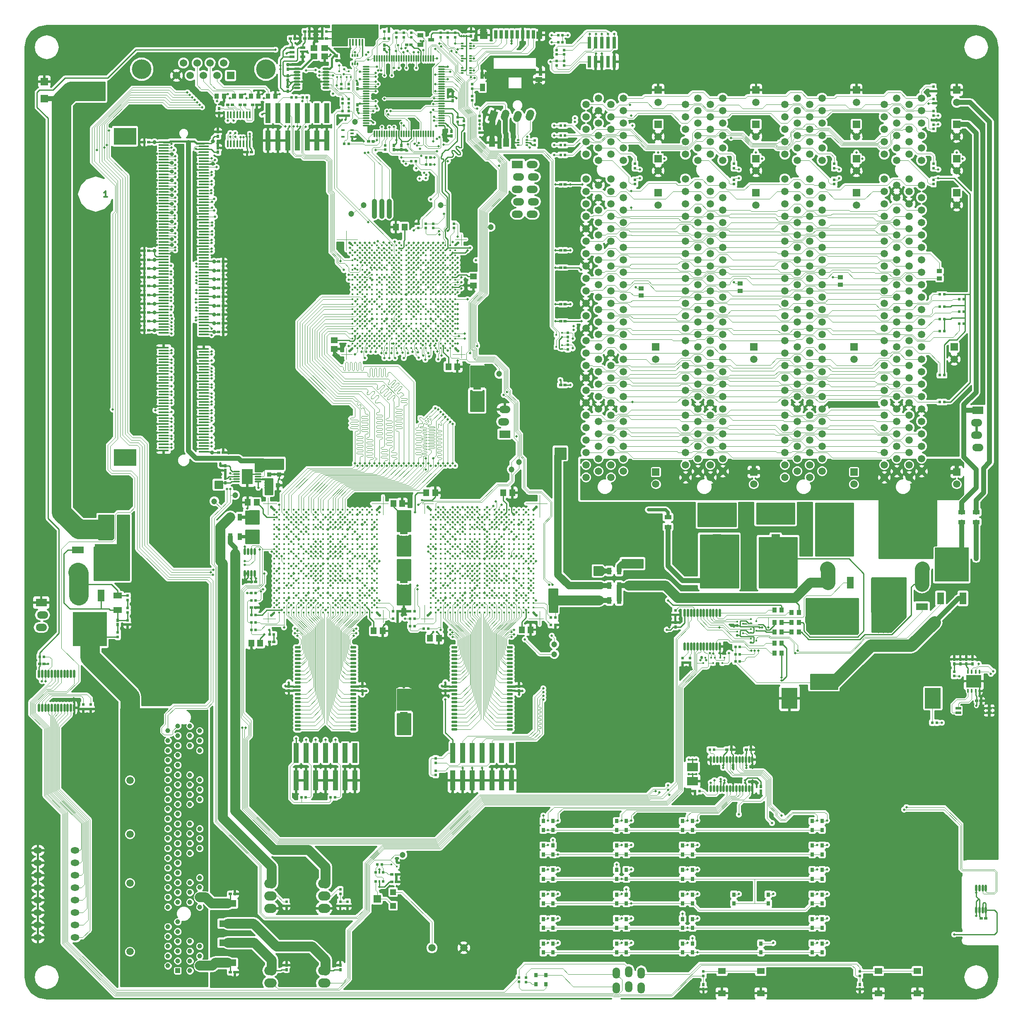
<source format=gtl>
G04 #@! TF.FileFunction,Copper,L1,Top,Signal*
%FSLAX46Y46*%
G04 Gerber Fmt 4.6, Leading zero omitted, Abs format (unit mm)*
G04 Created by KiCad (PCBNEW (2016-09-03 BZR 7112, Git 24f6c4b)-product) date Mon Sep  5 18:10:30 2016*
%MOMM*%
%LPD*%
G01*
G04 APERTURE LIST*
%ADD10C,0.100000*%
%ADD11C,0.300000*%
%ADD12R,1.500000X1.500000*%
%ADD13R,4.600000X3.500000*%
%ADD14R,2.000000X0.350000*%
%ADD15R,0.700000X1.750000*%
%ADD16R,1.300000X1.500000*%
%ADD17R,0.800000X1.500000*%
%ADD18R,1.450000X1.000000*%
%ADD19R,1.000000X1.550000*%
%ADD20R,0.800000X1.400000*%
%ADD21R,2.286000X1.524000*%
%ADD22O,2.286000X1.524000*%
%ADD23O,1.524000X2.286000*%
%ADD24C,1.524000*%
%ADD25O,1.400000X0.300000*%
%ADD26R,2.200000X3.100000*%
%ADD27C,0.500000*%
%ADD28O,1.778000X1.300000*%
%ADD29R,3.200000X4.200000*%
%ADD30R,0.600000X0.600000*%
%ADD31R,0.760000X2.400000*%
%ADD32O,0.300000X1.500000*%
%ADD33O,1.500000X0.300000*%
%ADD34C,1.000000*%
%ADD35R,1.000000X1.000000*%
%ADD36O,1.250000X0.550000*%
%ADD37R,4.500000X2.000000*%
%ADD38O,5.000000X2.000000*%
%ADD39R,0.400000X1.350000*%
%ADD40O,1.550000X1.550000*%
%ADD41O,1.250000X1.250000*%
%ADD42C,1.501140*%
%ADD43C,1.500000*%
%ADD44R,1.450000X2.450000*%
%ADD45R,6.950000X6.950000*%
%ADD46R,2.450000X1.450000*%
%ADD47R,0.600000X0.650000*%
%ADD48R,0.800100X0.899160*%
%ADD49R,0.650000X0.600000*%
%ADD50C,9.000000*%
%ADD51O,2.500000X1.900000*%
%ADD52R,3.500000X1.400000*%
%ADD53R,1.550000X1.300000*%
%ADD54R,0.850000X1.000000*%
%ADD55O,0.450000X1.700000*%
%ADD56R,1.200000X0.600000*%
%ADD57O,0.350000X0.850000*%
%ADD58R,3.100000X2.600000*%
%ADD59R,1.100000X0.600000*%
%ADD60O,1.450000X0.450000*%
%ADD61R,0.900000X0.950000*%
%ADD62R,0.950000X0.900000*%
%ADD63R,1.000000X4.100000*%
%ADD64O,0.450000X1.400000*%
%ADD65R,0.450000X0.350000*%
%ADD66R,0.350000X0.350000*%
%ADD67R,0.330000X0.500000*%
%ADD68R,1.400000X1.200000*%
%ADD69O,0.400000X1.450000*%
%ADD70R,0.500000X0.330000*%
%ADD71R,1.200000X1.800000*%
%ADD72R,0.350000X0.450000*%
%ADD73C,4.000000*%
%ADD74R,1.524000X1.524000*%
%ADD75C,1.524000*%
%ADD76R,1.300000X0.900000*%
%ADD77R,1.300000X0.800000*%
%ADD78R,0.750000X0.400000*%
%ADD79C,0.450000*%
%ADD80R,1.800000X1.200000*%
%ADD81R,1.000000X0.850000*%
%ADD82R,1.450000X0.950000*%
%ADD83R,1.800000X1.050000*%
%ADD84R,0.950000X1.450000*%
%ADD85O,0.450000X1.450000*%
%ADD86R,2.250000X1.800000*%
%ADD87R,1.150000X1.450000*%
%ADD88R,1.450000X1.150000*%
%ADD89C,1.200000*%
%ADD90R,1.600000X3.000000*%
%ADD91R,4.700000X3.430000*%
%ADD92R,1.050000X1.800000*%
%ADD93R,1.200000X1.200000*%
%ADD94R,1.500000X1.600000*%
%ADD95R,0.400000X0.600000*%
%ADD96C,0.800000*%
%ADD97C,0.125000*%
%ADD98C,0.250000*%
%ADD99C,0.400000*%
%ADD100C,0.220000*%
%ADD101C,0.500000*%
%ADD102C,1.000000*%
%ADD103C,2.500000*%
%ADD104C,4.000000*%
%ADD105C,0.700000*%
%ADD106C,1.500000*%
%ADD107C,2.000000*%
%ADD108C,0.260000*%
%ADD109C,3.000000*%
%ADD110C,0.254000*%
%ADD111C,0.255000*%
%ADD112C,0.350000*%
G04 APERTURE END LIST*
D10*
D11*
X17342857Y-35542857D02*
X16657142Y-35542857D01*
X17000000Y-35542857D02*
X17000000Y-34342857D01*
X16885714Y-34514285D01*
X16771428Y-34628571D01*
X16657142Y-34685714D01*
D12*
X4500000Y-15500060D03*
X4500000Y-11999940D03*
D13*
X21000000Y-23200000D03*
X21000000Y-88800000D03*
D14*
X37100000Y-87650000D03*
X37100000Y-87050000D03*
X37100000Y-86450000D03*
X37100000Y-85850000D03*
X37100000Y-85250000D03*
X37100000Y-84650000D03*
X37100000Y-84050000D03*
X37100000Y-83450000D03*
X37100000Y-82850000D03*
X37100000Y-82250000D03*
X37100000Y-81650000D03*
X37100000Y-81050000D03*
X37100000Y-80450000D03*
X37100000Y-79850000D03*
X37100000Y-79250000D03*
X37100000Y-78650000D03*
X37100000Y-78050000D03*
X37100000Y-77450000D03*
X37100000Y-76850000D03*
X37100000Y-76250000D03*
X37100000Y-75650000D03*
X37100000Y-75050000D03*
X37100000Y-74450000D03*
X37100000Y-73850000D03*
X37100000Y-73250000D03*
X37100000Y-72650000D03*
X37100000Y-72050000D03*
X37100000Y-71450000D03*
X37100000Y-70850000D03*
X37100000Y-70250000D03*
X37100000Y-69650000D03*
X37100000Y-69050000D03*
X37100000Y-68450000D03*
X37100000Y-67850000D03*
X37100000Y-67250000D03*
X37100000Y-66650000D03*
X37100000Y-63650000D03*
X37100000Y-63050000D03*
X37100000Y-62450000D03*
X37100000Y-61850000D03*
X37100000Y-61250000D03*
X37100000Y-60650000D03*
X37100000Y-60050000D03*
X37100000Y-59450000D03*
X37100000Y-58850000D03*
X37100000Y-58250000D03*
X37100000Y-57650000D03*
X37100000Y-57050000D03*
X37100000Y-56450000D03*
X37100000Y-55850000D03*
X37100000Y-55250000D03*
X37100000Y-54650000D03*
X37100000Y-54050000D03*
X37100000Y-53450000D03*
X37100000Y-52850000D03*
X37100000Y-52250000D03*
X37100000Y-51650000D03*
X37100000Y-51050000D03*
X37100000Y-50450000D03*
X37100000Y-49850000D03*
X37100000Y-49250000D03*
X37100000Y-48650000D03*
X37100000Y-48050000D03*
X37100000Y-47450000D03*
X37100000Y-46850000D03*
X37100000Y-46250000D03*
X37100000Y-45650000D03*
X37100000Y-45050000D03*
X37100000Y-44450000D03*
X37100000Y-43850000D03*
X37100000Y-43250000D03*
X37100000Y-42650000D03*
X37100000Y-42050000D03*
X37100000Y-41450000D03*
X37100000Y-40850000D03*
X37100000Y-40250000D03*
X37100000Y-39650000D03*
X37100000Y-39050000D03*
X37100000Y-38450000D03*
X37100000Y-37850000D03*
X37100000Y-37250000D03*
X37100000Y-36650000D03*
X37100000Y-36050000D03*
X37100000Y-35450000D03*
X37100000Y-34850000D03*
X37100000Y-34250000D03*
X37100000Y-33650000D03*
X37100000Y-33050000D03*
X37100000Y-32450000D03*
X37100000Y-31850000D03*
X37100000Y-31250000D03*
X37100000Y-30650000D03*
X37100000Y-30050000D03*
X37100000Y-29450000D03*
X37100000Y-28850000D03*
X37100000Y-28250000D03*
X37100000Y-27650000D03*
X37100000Y-27050000D03*
X37100000Y-26450000D03*
X37100000Y-25850000D03*
X37100000Y-25250000D03*
X37100000Y-24650000D03*
X28900000Y-87350000D03*
X28900000Y-86750000D03*
X28900000Y-86150000D03*
X28900000Y-85550000D03*
X28900000Y-84950000D03*
X28900000Y-84350000D03*
X28900000Y-83750000D03*
X28900000Y-83150000D03*
X28900000Y-82550000D03*
X28900000Y-81950000D03*
X28900000Y-81350000D03*
X28900000Y-80750000D03*
X28900000Y-80150000D03*
X28900000Y-79550000D03*
X28900000Y-78950000D03*
X28900000Y-78350000D03*
X28900000Y-77750000D03*
X28900000Y-77150000D03*
X28900000Y-76550000D03*
X28900000Y-75950000D03*
X28900000Y-75350000D03*
X28900000Y-74750000D03*
X28900000Y-74150000D03*
X28900000Y-73550000D03*
X28900000Y-72950000D03*
X28900000Y-72350000D03*
X28900000Y-71750000D03*
X28900000Y-71150000D03*
X28900000Y-70550000D03*
X28900000Y-69950000D03*
X28900000Y-69350000D03*
X28900000Y-68750000D03*
X28900000Y-68150000D03*
X28900000Y-67550000D03*
X28900000Y-66950000D03*
X28900000Y-66350000D03*
X28900000Y-63350000D03*
X28900000Y-62750000D03*
X28900000Y-62150000D03*
X28900000Y-61550000D03*
X28900000Y-60950000D03*
X28900000Y-60350000D03*
X28900000Y-59750000D03*
X28900000Y-59150000D03*
X28900000Y-58550000D03*
X28900000Y-57950000D03*
X28900000Y-57350000D03*
X28900000Y-56750000D03*
X28900000Y-56150000D03*
X28900000Y-55550000D03*
X28900000Y-54950000D03*
X28900000Y-54350000D03*
X28900000Y-53750000D03*
X28900000Y-53150000D03*
X28900000Y-52550000D03*
X28900000Y-51950000D03*
X28900000Y-51350000D03*
X28900000Y-50750000D03*
X28900000Y-50150000D03*
X28900000Y-49550000D03*
X28900000Y-48950000D03*
X28900000Y-48350000D03*
X28900000Y-47750000D03*
X28900000Y-47150000D03*
X28900000Y-46550000D03*
X28900000Y-45950000D03*
X28900000Y-45350000D03*
X28900000Y-44750000D03*
X28900000Y-44150000D03*
X28900000Y-43550000D03*
X28900000Y-42950000D03*
X28900000Y-42350000D03*
X28900000Y-41750000D03*
X28900000Y-41150000D03*
X28900000Y-40550000D03*
X28900000Y-39950000D03*
X28900000Y-39350000D03*
X28900000Y-38750000D03*
X28900000Y-38150000D03*
X28900000Y-37550000D03*
X28900000Y-36950000D03*
X28900000Y-36350000D03*
X28900000Y-35750000D03*
X28900000Y-35150000D03*
X28900000Y-34550000D03*
X28900000Y-33950000D03*
X28900000Y-33350000D03*
X28900000Y-32750000D03*
X28900000Y-32150000D03*
X28900000Y-31550000D03*
X28900000Y-30950000D03*
X28900000Y-30350000D03*
X28900000Y-29750000D03*
X28900000Y-29150000D03*
X28900000Y-28550000D03*
X28900000Y-27950000D03*
X28900000Y-27350000D03*
X28900000Y-26750000D03*
X28900000Y-26150000D03*
X28900000Y-25550000D03*
X28900000Y-24950000D03*
X28900000Y-24350000D03*
D15*
X96800000Y-2375000D03*
X97900000Y-2375000D03*
X99000000Y-2375000D03*
X100100000Y-2375000D03*
X101200000Y-2375000D03*
X102300000Y-2375000D03*
X103400000Y-2375000D03*
X104500000Y-2375000D03*
D16*
X105700000Y-2500000D03*
D12*
X94350000Y-2500000D03*
D17*
X105950000Y-10100000D03*
D18*
X105625000Y-11600000D03*
D19*
X94100000Y-13175000D03*
D20*
X94000000Y-10750000D03*
D21*
X98627000Y-84040000D03*
D22*
X98373000Y-81500000D03*
X98627000Y-78960000D03*
D23*
X121460000Y-197151000D03*
X124000000Y-196897000D03*
X126540000Y-197151000D03*
X121460000Y-194103000D03*
X124000000Y-193849000D03*
X126540000Y-194103000D03*
D21*
X195377000Y-79190000D03*
D22*
X195123000Y-81730000D03*
X195123000Y-84270000D03*
X195377000Y-86810000D03*
D21*
X3873000Y-118460000D03*
D22*
X4127000Y-121000000D03*
X3873000Y-123540000D03*
D10*
G36*
X95083025Y-19940449D02*
X95864883Y-17792312D01*
X97296975Y-18313551D01*
X96515117Y-20461688D01*
X95083025Y-19940449D01*
X95083025Y-19940449D01*
G37*
D24*
X98860310Y-18514977D02*
X98599690Y-19231023D01*
X101400310Y-18768977D02*
X101139690Y-19485023D01*
X103940310Y-18514977D02*
X103679690Y-19231023D01*
D21*
X101222000Y-28920000D03*
D22*
X101476000Y-31460000D03*
X101222000Y-34000000D03*
X101476000Y-36540000D03*
X101222000Y-39080000D03*
X104270000Y-28920000D03*
X104524000Y-31460000D03*
X104270000Y-34000000D03*
X104524000Y-36540000D03*
X104270000Y-39080000D03*
D25*
X48200000Y-93729290D03*
X48200000Y-93229290D03*
X48200000Y-92729290D03*
X48200000Y-92229290D03*
X48200000Y-91729290D03*
X43800000Y-91729290D03*
X43800000Y-92229290D03*
X43800000Y-92729290D03*
X43800000Y-93229290D03*
X43800000Y-93729290D03*
D26*
X46000000Y-92729290D03*
D27*
X46000000Y-92729290D03*
X46500000Y-93229290D03*
X45500000Y-93229290D03*
X45500000Y-92229290D03*
X46500000Y-92229290D03*
D28*
X3190000Y-169110000D03*
X3190000Y-171650000D03*
X3190000Y-174190000D03*
X3190000Y-176730000D03*
X3190000Y-179270000D03*
X3190000Y-181810000D03*
X3190000Y-184350000D03*
X3190000Y-186890000D03*
X10810000Y-186890000D03*
X10810000Y-184350000D03*
X10810000Y-181810000D03*
X10810000Y-179270000D03*
X10810000Y-176730000D03*
X10810000Y-174190000D03*
X10810000Y-171650000D03*
X10810000Y-169110000D03*
D29*
X186150000Y-138000000D03*
X156850000Y-138000000D03*
D30*
X110950000Y-25000000D03*
X110050000Y-25000000D03*
D31*
X115960000Y-7950000D03*
X115960000Y-4050000D03*
X117230000Y-7950000D03*
X117230000Y-4050000D03*
X118500000Y-7950000D03*
X118500000Y-4050000D03*
X119770000Y-4050000D03*
X121040000Y-7950000D03*
X121040000Y-4050000D03*
X119770000Y-7950000D03*
D32*
X72000000Y-22700000D03*
X72500000Y-22700000D03*
X73000000Y-22700000D03*
X73500000Y-22700000D03*
X74000000Y-22700000D03*
X74500000Y-22700000D03*
X75000000Y-22700000D03*
X75500000Y-22700000D03*
X76000000Y-22700000D03*
X76500000Y-22700000D03*
X77000000Y-22700000D03*
X77500000Y-22700000D03*
X78000000Y-22700000D03*
X78500000Y-22700000D03*
X79000000Y-22700000D03*
X79500000Y-22700000D03*
X80000000Y-22700000D03*
X80500000Y-22700000D03*
X81000000Y-22700000D03*
X81500000Y-22700000D03*
X82000000Y-22700000D03*
X82500000Y-22700000D03*
X83000000Y-22700000D03*
X83500000Y-22700000D03*
X84000000Y-22700000D03*
D33*
X85700000Y-21000000D03*
X85700000Y-20500000D03*
X85700000Y-20000000D03*
X85700000Y-19500000D03*
X85700000Y-19000000D03*
X85700000Y-18500000D03*
X85700000Y-18000000D03*
X85700000Y-17500000D03*
X85700000Y-17000000D03*
X85700000Y-16500000D03*
X85700000Y-16000000D03*
X85700000Y-15500000D03*
X85700000Y-15000000D03*
X85700000Y-14500000D03*
X85700000Y-14000000D03*
X85700000Y-13500000D03*
X85700000Y-13000000D03*
X85700000Y-12500000D03*
X85700000Y-12000000D03*
X85700000Y-11500000D03*
X85700000Y-11000000D03*
X85700000Y-10500000D03*
X85700000Y-10000000D03*
X85700000Y-9500000D03*
X85700000Y-9000000D03*
D32*
X84000000Y-7300000D03*
X83500000Y-7300000D03*
X83000000Y-7300000D03*
X82500000Y-7300000D03*
X82000000Y-7300000D03*
X81500000Y-7300000D03*
X81000000Y-7300000D03*
X80500000Y-7300000D03*
X80000000Y-7300000D03*
X79500000Y-7300000D03*
X79000000Y-7300000D03*
X78500000Y-7300000D03*
X78000000Y-7300000D03*
X77500000Y-7300000D03*
X77000000Y-7300000D03*
X76500000Y-7300000D03*
X76000000Y-7300000D03*
X75500000Y-7300000D03*
X75000000Y-7300000D03*
X74500000Y-7300000D03*
X74000000Y-7300000D03*
X73500000Y-7300000D03*
X73000000Y-7300000D03*
X72500000Y-7300000D03*
X72000000Y-7300000D03*
D33*
X70300000Y-9000000D03*
X70300000Y-9500000D03*
X70300000Y-10000000D03*
X70300000Y-10500000D03*
X70300000Y-11000000D03*
X70300000Y-11500000D03*
X70300000Y-12000000D03*
X70300000Y-12500000D03*
X70300000Y-13000000D03*
X70300000Y-13500000D03*
X70300000Y-14000000D03*
X70300000Y-14500000D03*
X70300000Y-15000000D03*
X70300000Y-15500000D03*
X70300000Y-16000000D03*
X70300000Y-16500000D03*
X70300000Y-17000000D03*
X70300000Y-17500000D03*
X70300000Y-18000000D03*
X70300000Y-18500000D03*
X70300000Y-19000000D03*
X70300000Y-19500000D03*
X70300000Y-20000000D03*
X70300000Y-20500000D03*
X70300000Y-21000000D03*
D34*
X34250000Y-193650000D03*
X36250000Y-192650000D03*
X34250000Y-191650000D03*
X36250000Y-190650000D03*
X34250000Y-189650000D03*
X36250000Y-188650000D03*
X34250000Y-187650000D03*
X36250000Y-186650000D03*
X34250000Y-185650000D03*
X36250000Y-184650000D03*
X34250000Y-183650000D03*
D35*
X31750000Y-193650000D03*
D34*
X29750000Y-192650000D03*
X31750000Y-191650000D03*
X29750000Y-190650000D03*
X31750000Y-189650000D03*
X29750000Y-188650000D03*
X31750000Y-187650000D03*
X29750000Y-186650000D03*
X31750000Y-185650000D03*
X29750000Y-184650000D03*
X31750000Y-183650000D03*
X36250000Y-180650000D03*
X34250000Y-179650000D03*
X36250000Y-178650000D03*
X34250000Y-177650000D03*
X36250000Y-176650000D03*
X34250000Y-175650000D03*
X36250000Y-174650000D03*
X34250000Y-173650000D03*
X36250000Y-172650000D03*
X34250000Y-171650000D03*
X36250000Y-170650000D03*
X34250000Y-169650000D03*
X36250000Y-168650000D03*
X34250000Y-167650000D03*
X36250000Y-166650000D03*
X34250000Y-165650000D03*
X36250000Y-164650000D03*
X34250000Y-163650000D03*
X36250000Y-162650000D03*
X34250000Y-161650000D03*
X36250000Y-160650000D03*
X34250000Y-159650000D03*
X36250000Y-158650000D03*
X34250000Y-157650000D03*
X36250000Y-156650000D03*
X34250000Y-155650000D03*
X36250000Y-154650000D03*
X34250000Y-153650000D03*
X36250000Y-152650000D03*
X34250000Y-151650000D03*
X36250000Y-150650000D03*
X34250000Y-149650000D03*
X36250000Y-148650000D03*
X34250000Y-147650000D03*
X36250000Y-146650000D03*
X34250000Y-145650000D03*
X36250000Y-144650000D03*
X34250000Y-143650000D03*
X29750000Y-180650000D03*
X31750000Y-179650000D03*
X29750000Y-178650000D03*
X31750000Y-177650000D03*
X29750000Y-176650000D03*
X31750000Y-175650000D03*
X29750000Y-174650000D03*
X31750000Y-173650000D03*
X29750000Y-172650000D03*
X31750000Y-171650000D03*
X29750000Y-170650000D03*
X31750000Y-169650000D03*
X29750000Y-168650000D03*
X31750000Y-167650000D03*
X29750000Y-166650000D03*
X31750000Y-165650000D03*
X29750000Y-164650000D03*
X31750000Y-163650000D03*
X29750000Y-162650000D03*
X31750000Y-161650000D03*
X29750000Y-160650000D03*
X31750000Y-159650000D03*
X29750000Y-158650000D03*
X31750000Y-157650000D03*
X29750000Y-156650000D03*
X31750000Y-155650000D03*
X29750000Y-154650000D03*
X31750000Y-153650000D03*
X29750000Y-152650000D03*
X31750000Y-151650000D03*
X29750000Y-150650000D03*
X31750000Y-149650000D03*
X29750000Y-148650000D03*
X31750000Y-147650000D03*
X29750000Y-146650000D03*
X31750000Y-145650000D03*
X29750000Y-144650000D03*
X31750000Y-143650000D03*
D36*
X56300000Y-127600000D03*
X56300000Y-128400000D03*
X56300000Y-129200000D03*
X56300000Y-130000000D03*
X56300000Y-130800000D03*
X56300000Y-131600000D03*
X56300000Y-132400000D03*
X56300000Y-133200000D03*
X56300000Y-134000000D03*
X56300000Y-134800000D03*
X56300000Y-135600000D03*
X56300000Y-136400000D03*
X56300000Y-137200000D03*
X56300000Y-138000000D03*
X56300000Y-138800000D03*
X56300000Y-139600000D03*
X56300000Y-140400000D03*
X56300000Y-141200000D03*
X56300000Y-142000000D03*
X56300000Y-142800000D03*
X56300000Y-143600000D03*
X56300000Y-144400000D03*
X67700000Y-144400000D03*
X67700000Y-143600000D03*
X67700000Y-142800000D03*
X67700000Y-142000000D03*
X67700000Y-141200000D03*
X67700000Y-140400000D03*
X67700000Y-139600000D03*
X67700000Y-138800000D03*
X67700000Y-138000000D03*
X67700000Y-137200000D03*
X67700000Y-136400000D03*
X67700000Y-135600000D03*
X67700000Y-134800000D03*
X67700000Y-134000000D03*
X67700000Y-133200000D03*
X67700000Y-132400000D03*
X67700000Y-131600000D03*
X67700000Y-130800000D03*
X67700000Y-130000000D03*
X67700000Y-129200000D03*
X67700000Y-128400000D03*
X67700000Y-127600000D03*
D37*
X14500000Y-14000000D03*
D38*
X14500000Y-8000000D03*
D39*
X69550000Y-4000000D03*
X68900000Y-4000000D03*
X68250000Y-4000000D03*
X67600000Y-4000000D03*
X66950000Y-4000000D03*
D40*
X71750000Y-1300000D03*
X64750000Y-1300000D03*
D41*
X70750000Y-4000000D03*
X65750000Y-4000000D03*
D42*
X176190000Y-92865000D03*
X181270000Y-92865000D03*
X178730000Y-91595000D03*
X183810000Y-91595000D03*
X176190000Y-90325000D03*
X176190000Y-87785000D03*
X176190000Y-85245000D03*
X176190000Y-82705000D03*
X176190000Y-80165000D03*
X176190000Y-77625000D03*
X176190000Y-75085000D03*
X176190000Y-72545000D03*
X176190000Y-70005000D03*
X176190000Y-67465000D03*
X176190000Y-64925000D03*
X176190000Y-62385000D03*
X176190000Y-59845000D03*
X176190000Y-57305000D03*
X176190000Y-54765000D03*
X178730000Y-89055000D03*
X178730000Y-86515000D03*
X178730000Y-83975000D03*
X178730000Y-81435000D03*
X178730000Y-78895000D03*
X178730000Y-76355000D03*
X178730000Y-73815000D03*
X178730000Y-71275000D03*
X178730000Y-68735000D03*
X178730000Y-66195000D03*
X178730000Y-63655000D03*
X178730000Y-61115000D03*
X178730000Y-58575000D03*
X178730000Y-56035000D03*
X178730000Y-53495000D03*
X176190000Y-52225000D03*
X178730000Y-50955000D03*
X176190000Y-49685000D03*
X178730000Y-48415000D03*
X176190000Y-47145000D03*
X178730000Y-45875000D03*
X176190000Y-44605000D03*
X178730000Y-43335000D03*
X176190000Y-42065000D03*
X178730000Y-40795000D03*
X176190000Y-39525000D03*
X178730000Y-38255000D03*
X176190000Y-36985000D03*
X178730000Y-35715000D03*
X176190000Y-34445000D03*
X178730000Y-33175000D03*
X176190000Y-31905000D03*
X178730000Y-28095000D03*
X176190000Y-26825000D03*
X178730000Y-25555000D03*
X176190000Y-24285000D03*
X178730000Y-23015000D03*
X176190000Y-21745000D03*
X178730000Y-20475000D03*
X176190000Y-19205000D03*
X178730000Y-17935000D03*
X176190000Y-16665000D03*
X178730000Y-15395000D03*
X181270000Y-90325000D03*
X183810000Y-89055000D03*
X181270000Y-87785000D03*
X183810000Y-86515000D03*
X181270000Y-85245000D03*
X183810000Y-83975000D03*
X181270000Y-82705000D03*
X183810000Y-81435000D03*
X181270000Y-80165000D03*
X183810000Y-78895000D03*
X181270000Y-77625000D03*
X183810000Y-76355000D03*
X181270000Y-75085000D03*
X183810000Y-73815000D03*
X181270000Y-72545000D03*
X183810000Y-71275000D03*
X181270000Y-70005000D03*
X183810000Y-68735000D03*
X181270000Y-67465000D03*
X183810000Y-66195000D03*
X181270000Y-64925000D03*
X183810000Y-63655000D03*
X181270000Y-62385000D03*
X183810000Y-61115000D03*
X181270000Y-59845000D03*
X183810000Y-58575000D03*
X181270000Y-57305000D03*
X183810000Y-56035000D03*
X181270000Y-54765000D03*
X183810000Y-53495000D03*
X181270000Y-52225000D03*
X183810000Y-50955000D03*
X181270000Y-49685000D03*
X183810000Y-48415000D03*
X181270000Y-47145000D03*
X183810000Y-45875000D03*
X181270000Y-44605000D03*
X183810000Y-43335000D03*
X181270000Y-42065000D03*
X183810000Y-40795000D03*
X181270000Y-39525000D03*
X183810000Y-38255000D03*
X181270000Y-36985000D03*
X183810000Y-35715000D03*
X181270000Y-34445000D03*
X183810000Y-33175000D03*
X181270000Y-31905000D03*
X183810000Y-28095000D03*
X181270000Y-26825000D03*
X183810000Y-25555000D03*
X181270000Y-24285000D03*
X183810000Y-23015000D03*
X181270000Y-21745000D03*
X183810000Y-20475000D03*
X181270000Y-19205000D03*
X183810000Y-17935000D03*
X181270000Y-16665000D03*
X183810000Y-15395000D03*
X155870000Y-92865000D03*
X160950000Y-92865000D03*
X158410000Y-91595000D03*
X163490000Y-91595000D03*
X155870000Y-90325000D03*
X155870000Y-87785000D03*
X155870000Y-85245000D03*
X155870000Y-82705000D03*
X155870000Y-80165000D03*
X155870000Y-77625000D03*
X155870000Y-75085000D03*
X155870000Y-72545000D03*
X155870000Y-70005000D03*
X155870000Y-67465000D03*
X155870000Y-64925000D03*
X155870000Y-62385000D03*
X155870000Y-59845000D03*
X155870000Y-57305000D03*
X155870000Y-54765000D03*
X158410000Y-89055000D03*
X158410000Y-86515000D03*
X158410000Y-83975000D03*
X158410000Y-81435000D03*
X158410000Y-78895000D03*
X158410000Y-76355000D03*
X158410000Y-73815000D03*
X158410000Y-71275000D03*
X158410000Y-68735000D03*
X158410000Y-66195000D03*
X158410000Y-63655000D03*
X158410000Y-61115000D03*
X158410000Y-58575000D03*
X158410000Y-56035000D03*
X158410000Y-53495000D03*
X155870000Y-52225000D03*
X158410000Y-50955000D03*
X155870000Y-49685000D03*
X158410000Y-48415000D03*
X155870000Y-47145000D03*
X158410000Y-45875000D03*
X155870000Y-44605000D03*
X158410000Y-43335000D03*
X155870000Y-42065000D03*
X158410000Y-40795000D03*
X155870000Y-39525000D03*
X158410000Y-38255000D03*
X155870000Y-36985000D03*
X158410000Y-35715000D03*
X155870000Y-34445000D03*
X158410000Y-33175000D03*
X155870000Y-31905000D03*
X158410000Y-28095000D03*
X155870000Y-26825000D03*
X158410000Y-25555000D03*
X155870000Y-24285000D03*
X158410000Y-23015000D03*
X155870000Y-21745000D03*
X158410000Y-20475000D03*
X155870000Y-19205000D03*
X158410000Y-17935000D03*
X155870000Y-16665000D03*
X158410000Y-15395000D03*
X160950000Y-90325000D03*
X163490000Y-89055000D03*
X160950000Y-87785000D03*
X163490000Y-86515000D03*
X160950000Y-85245000D03*
X163490000Y-83975000D03*
X160950000Y-82705000D03*
X163490000Y-81435000D03*
X160950000Y-80165000D03*
X163490000Y-78895000D03*
X160950000Y-77625000D03*
X163490000Y-76355000D03*
X160950000Y-75085000D03*
X163490000Y-73815000D03*
X160950000Y-72545000D03*
X163490000Y-71275000D03*
X160950000Y-70005000D03*
X163490000Y-68735000D03*
X160950000Y-67465000D03*
X163490000Y-66195000D03*
X160950000Y-64925000D03*
X163490000Y-63655000D03*
X160950000Y-62385000D03*
X163490000Y-61115000D03*
X160950000Y-59845000D03*
X163490000Y-58575000D03*
X160950000Y-57305000D03*
X163490000Y-56035000D03*
X160950000Y-54765000D03*
X163490000Y-53495000D03*
X160950000Y-52225000D03*
X163490000Y-50955000D03*
X160950000Y-49685000D03*
X163490000Y-48415000D03*
X160950000Y-47145000D03*
X163490000Y-45875000D03*
X160950000Y-44605000D03*
X163490000Y-43335000D03*
X160950000Y-42065000D03*
X163490000Y-40795000D03*
X160950000Y-39525000D03*
X163490000Y-38255000D03*
X160950000Y-36985000D03*
X163490000Y-35715000D03*
X160950000Y-34445000D03*
X163490000Y-33175000D03*
X160950000Y-31905000D03*
X163490000Y-28095000D03*
X160950000Y-26825000D03*
X163490000Y-25555000D03*
X160950000Y-24285000D03*
X163490000Y-23015000D03*
X160950000Y-21745000D03*
X163490000Y-20475000D03*
X160950000Y-19205000D03*
X163490000Y-17935000D03*
X160950000Y-16665000D03*
X163490000Y-15395000D03*
X135550000Y-92865000D03*
X140630000Y-92865000D03*
X138090000Y-91595000D03*
X143170000Y-91595000D03*
X135550000Y-90325000D03*
X135550000Y-87785000D03*
X135550000Y-85245000D03*
X135550000Y-82705000D03*
X135550000Y-80165000D03*
X135550000Y-77625000D03*
X135550000Y-75085000D03*
X135550000Y-72545000D03*
X135550000Y-70005000D03*
X135550000Y-67465000D03*
X135550000Y-64925000D03*
X135550000Y-62385000D03*
X135550000Y-59845000D03*
X135550000Y-57305000D03*
X135550000Y-54765000D03*
X138090000Y-89055000D03*
X138090000Y-86515000D03*
X138090000Y-83975000D03*
X138090000Y-81435000D03*
X138090000Y-78895000D03*
X138090000Y-76355000D03*
X138090000Y-73815000D03*
X138090000Y-71275000D03*
X138090000Y-68735000D03*
X138090000Y-66195000D03*
X138090000Y-63655000D03*
X138090000Y-61115000D03*
X138090000Y-58575000D03*
X138090000Y-56035000D03*
X138090000Y-53495000D03*
X135550000Y-52225000D03*
X138090000Y-50955000D03*
X135550000Y-49685000D03*
X138090000Y-48415000D03*
X135550000Y-47145000D03*
X138090000Y-45875000D03*
X135550000Y-44605000D03*
X138090000Y-43335000D03*
X135550000Y-42065000D03*
X138090000Y-40795000D03*
X135550000Y-39525000D03*
X138090000Y-38255000D03*
X135550000Y-36985000D03*
X138090000Y-35715000D03*
X135550000Y-34445000D03*
X138090000Y-33175000D03*
X135550000Y-31905000D03*
X138090000Y-28095000D03*
X135550000Y-26825000D03*
X138090000Y-25555000D03*
X135550000Y-24285000D03*
X138090000Y-23015000D03*
X135550000Y-21745000D03*
X138090000Y-20475000D03*
X135550000Y-19205000D03*
X138090000Y-17935000D03*
X135550000Y-16665000D03*
X138090000Y-15395000D03*
X140630000Y-90325000D03*
X143170000Y-89055000D03*
X140630000Y-87785000D03*
X143170000Y-86515000D03*
X140630000Y-85245000D03*
X143170000Y-83975000D03*
X140630000Y-82705000D03*
X143170000Y-81435000D03*
X140630000Y-80165000D03*
X143170000Y-78895000D03*
X140630000Y-77625000D03*
X143170000Y-76355000D03*
X140630000Y-75085000D03*
X143170000Y-73815000D03*
X140630000Y-72545000D03*
X143170000Y-71275000D03*
X140630000Y-70005000D03*
X143170000Y-68735000D03*
X140630000Y-67465000D03*
X143170000Y-66195000D03*
X140630000Y-64925000D03*
X143170000Y-63655000D03*
X140630000Y-62385000D03*
X143170000Y-61115000D03*
X140630000Y-59845000D03*
X143170000Y-58575000D03*
X140630000Y-57305000D03*
X143170000Y-56035000D03*
X140630000Y-54765000D03*
X143170000Y-53495000D03*
X140630000Y-52225000D03*
X143170000Y-50955000D03*
X140630000Y-49685000D03*
X143170000Y-48415000D03*
X140630000Y-47145000D03*
X143170000Y-45875000D03*
X140630000Y-44605000D03*
X143170000Y-43335000D03*
X140630000Y-42065000D03*
X143170000Y-40795000D03*
X140630000Y-39525000D03*
X143170000Y-38255000D03*
X140630000Y-36985000D03*
X143170000Y-35715000D03*
X140630000Y-34445000D03*
X143170000Y-33175000D03*
X140630000Y-31905000D03*
X143170000Y-28095000D03*
X140630000Y-26825000D03*
X143170000Y-25555000D03*
X140630000Y-24285000D03*
X143170000Y-23015000D03*
X140630000Y-21745000D03*
X143170000Y-20475000D03*
X140630000Y-19205000D03*
X143170000Y-17935000D03*
X140630000Y-16665000D03*
X143170000Y-15395000D03*
X115230000Y-92865000D03*
X120310000Y-92865000D03*
X117770000Y-91595000D03*
X122850000Y-91595000D03*
X115230000Y-90325000D03*
X115230000Y-87785000D03*
X115230000Y-85245000D03*
X115230000Y-82705000D03*
X115230000Y-80165000D03*
X115230000Y-77625000D03*
X115230000Y-75085000D03*
X115230000Y-72545000D03*
X115230000Y-70005000D03*
X115230000Y-67465000D03*
X115230000Y-64925000D03*
X115230000Y-62385000D03*
X115230000Y-59845000D03*
X115230000Y-57305000D03*
X115230000Y-54765000D03*
X117770000Y-89055000D03*
X117770000Y-86515000D03*
X117770000Y-83975000D03*
X117770000Y-81435000D03*
X117770000Y-78895000D03*
X117770000Y-76355000D03*
X117770000Y-73815000D03*
X117770000Y-71275000D03*
X117770000Y-68735000D03*
X117770000Y-66195000D03*
X117770000Y-63655000D03*
X117770000Y-61115000D03*
X117770000Y-58575000D03*
X117770000Y-56035000D03*
X117770000Y-53495000D03*
X115230000Y-52225000D03*
X117770000Y-50955000D03*
X115230000Y-49685000D03*
X117770000Y-48415000D03*
X115230000Y-47145000D03*
X117770000Y-45875000D03*
X115230000Y-44605000D03*
X117770000Y-43335000D03*
X115230000Y-42065000D03*
X117770000Y-40795000D03*
X115230000Y-39525000D03*
X117770000Y-38255000D03*
X115230000Y-36985000D03*
X117770000Y-35715000D03*
X115230000Y-34445000D03*
X117770000Y-33175000D03*
X115230000Y-31905000D03*
X117770000Y-28095000D03*
X115230000Y-26825000D03*
X117770000Y-25555000D03*
X115230000Y-24285000D03*
X117770000Y-23015000D03*
X115230000Y-21745000D03*
X117770000Y-20475000D03*
X115230000Y-19205000D03*
X117770000Y-17935000D03*
X115230000Y-16665000D03*
X117770000Y-15395000D03*
X120310000Y-90325000D03*
X122850000Y-89055000D03*
X120310000Y-87785000D03*
X122850000Y-86515000D03*
X120310000Y-85245000D03*
X122850000Y-83975000D03*
X120310000Y-82705000D03*
X122850000Y-81435000D03*
X120310000Y-80165000D03*
X122850000Y-78895000D03*
X120310000Y-77625000D03*
X122850000Y-76355000D03*
X120310000Y-75085000D03*
X122850000Y-73815000D03*
X120310000Y-72545000D03*
X122850000Y-71275000D03*
X120310000Y-70005000D03*
X122850000Y-68735000D03*
X120310000Y-67465000D03*
X122850000Y-66195000D03*
X120310000Y-64925000D03*
X122850000Y-63655000D03*
X120310000Y-62385000D03*
X122850000Y-61115000D03*
X120310000Y-59845000D03*
X122850000Y-58575000D03*
X120310000Y-57305000D03*
X122850000Y-56035000D03*
X120310000Y-54765000D03*
X122850000Y-53495000D03*
X120310000Y-52225000D03*
X122850000Y-50955000D03*
X120310000Y-49685000D03*
X122850000Y-48415000D03*
X120310000Y-47145000D03*
X122850000Y-45875000D03*
X120310000Y-44605000D03*
X122850000Y-43335000D03*
X120310000Y-42065000D03*
X122850000Y-40795000D03*
X120310000Y-39525000D03*
X122850000Y-38255000D03*
X120310000Y-36985000D03*
X122850000Y-35715000D03*
X120310000Y-34445000D03*
X122850000Y-33175000D03*
X120310000Y-31905000D03*
X122850000Y-28095000D03*
X120310000Y-26825000D03*
X122850000Y-25555000D03*
X120310000Y-24285000D03*
X122850000Y-23015000D03*
X120310000Y-21745000D03*
X122850000Y-20475000D03*
X120310000Y-19205000D03*
X122850000Y-17935000D03*
X120310000Y-16665000D03*
X122850000Y-15395000D03*
D12*
X150000000Y-27750320D03*
D43*
X150000000Y-30249680D03*
D12*
X191000000Y-27750320D03*
D43*
X191000000Y-30249680D03*
D12*
X191000000Y-20750320D03*
D43*
X191000000Y-23249680D03*
D12*
X170000000Y-66250320D03*
D43*
X170000000Y-68749680D03*
D12*
X170500000Y-34750320D03*
D43*
X170500000Y-37249680D03*
D12*
X170500000Y-27750320D03*
D43*
X170500000Y-30249680D03*
D12*
X170500000Y-20750320D03*
D43*
X170500000Y-23249680D03*
D12*
X149500000Y-66250320D03*
D43*
X149500000Y-68749680D03*
D12*
X150000000Y-34750320D03*
D43*
X150000000Y-37249680D03*
D12*
X150000000Y-20750320D03*
D43*
X150000000Y-23249680D03*
D12*
X129500000Y-66250320D03*
D43*
X129500000Y-68749680D03*
D12*
X130000000Y-34750320D03*
D43*
X130000000Y-37249680D03*
D12*
X130000000Y-27750320D03*
D43*
X130000000Y-30249680D03*
D12*
X130000000Y-20750320D03*
D43*
X130000000Y-23249680D03*
D12*
X190500000Y-66250320D03*
D43*
X190500000Y-68749680D03*
D12*
X130000000Y-13750320D03*
D43*
X130000000Y-16249680D03*
D12*
X150000000Y-13750320D03*
D43*
X150000000Y-16249680D03*
D12*
X170500000Y-13750320D03*
D43*
X170500000Y-16249680D03*
D12*
X191000000Y-34750320D03*
D43*
X191000000Y-37249680D03*
D12*
X191000000Y-13750320D03*
D43*
X191000000Y-16249680D03*
D12*
X191000000Y-91750320D03*
D43*
X191000000Y-94249680D03*
D12*
X170000000Y-91750320D03*
D43*
X170000000Y-94249680D03*
D12*
X149500000Y-91750320D03*
D43*
X149500000Y-94249680D03*
D12*
X129500000Y-91750320D03*
D43*
X129500000Y-94249680D03*
D44*
X16100000Y-117000000D03*
X11500000Y-117000000D03*
D45*
X13800000Y-123900000D03*
D46*
X11400000Y-107700000D03*
X11400000Y-112300000D03*
D45*
X18300000Y-110000000D03*
D47*
X19500000Y-122950000D03*
X19500000Y-122050000D03*
D48*
X135000000Y-188100840D03*
X135000000Y-189899160D03*
X135000000Y-183100840D03*
X135000000Y-184899160D03*
X151000000Y-188100840D03*
X151000000Y-189899160D03*
X152500000Y-178100840D03*
X152500000Y-179899160D03*
X145500000Y-178100840D03*
X145500000Y-179899160D03*
X137000000Y-188100840D03*
X137000000Y-189899160D03*
X137000000Y-183100840D03*
X137000000Y-184899160D03*
X137000000Y-178100840D03*
X137000000Y-179899160D03*
X137000000Y-168100840D03*
X137000000Y-169899160D03*
X137000000Y-163100840D03*
X137000000Y-164899160D03*
X137000000Y-173100840D03*
X137000000Y-174899160D03*
X135000000Y-178100840D03*
X135000000Y-179899160D03*
X135000000Y-173100840D03*
X135000000Y-174899160D03*
X135000000Y-168100840D03*
X135000000Y-169899160D03*
X135000000Y-163100840D03*
X135000000Y-164899160D03*
X163500000Y-188100840D03*
X163500000Y-189899160D03*
X163500000Y-183100840D03*
X163500000Y-184899160D03*
X163500000Y-178100840D03*
X163500000Y-179899160D03*
X163500000Y-173100840D03*
X163500000Y-174899160D03*
X163500000Y-168100840D03*
X163500000Y-169899160D03*
X163500000Y-163100840D03*
X163500000Y-164899160D03*
X161500000Y-188100840D03*
X161500000Y-189899160D03*
X161500000Y-183100840D03*
X161500000Y-184899160D03*
X161500000Y-178100840D03*
X161500000Y-179899160D03*
X161500000Y-173100840D03*
X161500000Y-174899160D03*
X161500000Y-168100840D03*
X161500000Y-169899160D03*
X161500000Y-163100840D03*
X161500000Y-164899160D03*
D47*
X151000000Y-156050000D03*
X151000000Y-156950000D03*
X91750000Y-2700000D03*
X91750000Y-1800000D03*
D12*
X22000000Y-162249940D03*
D43*
X22000000Y-165750060D03*
D12*
X22000000Y-151249940D03*
D43*
X22000000Y-154750060D03*
D12*
X22000000Y-186249940D03*
D43*
X22000000Y-189750060D03*
D12*
X22000000Y-172249940D03*
D43*
X22000000Y-175750060D03*
D49*
X40150000Y-63200000D03*
X41050000Y-63200000D03*
X40150000Y-52400000D03*
X41050000Y-52400000D03*
X25850000Y-53800000D03*
X24950000Y-53800000D03*
X25850000Y-46600000D03*
X24950000Y-46600000D03*
X40150000Y-61400000D03*
X41050000Y-61400000D03*
X40150000Y-50600000D03*
X41050000Y-50600000D03*
X25850000Y-55600000D03*
X24950000Y-55600000D03*
X40150000Y-87800000D03*
X41050000Y-87800000D03*
X40150000Y-59600000D03*
X41050000Y-59600000D03*
X40150000Y-48800000D03*
X41050000Y-48800000D03*
X25850000Y-57400000D03*
X24950000Y-57400000D03*
D47*
X40000000Y-23200000D03*
X40000000Y-22300000D03*
D49*
X40150000Y-57800000D03*
X41050000Y-57800000D03*
X25850000Y-48400000D03*
X24950000Y-48400000D03*
X25850000Y-59200000D03*
X24950000Y-59200000D03*
X25850000Y-24400000D03*
X24950000Y-24400000D03*
X40150000Y-56000000D03*
X41050000Y-56000000D03*
X25850000Y-50200000D03*
X24950000Y-50200000D03*
X25850000Y-61000000D03*
X24950000Y-61000000D03*
D47*
X40000000Y-26450000D03*
X40000000Y-25550000D03*
D49*
X40150000Y-54200000D03*
X41050000Y-54200000D03*
X25850000Y-52000000D03*
X24950000Y-52000000D03*
X25850000Y-62800000D03*
X24950000Y-62800000D03*
D50*
X119000000Y-104000000D03*
D34*
X122000000Y-104000000D03*
X120500000Y-106600000D03*
X117500000Y-106600000D03*
X116000000Y-104000000D03*
X117500000Y-101400000D03*
X120500000Y-101400000D03*
D50*
X78000000Y-130000000D03*
D34*
X81000000Y-130000000D03*
X79500000Y-132600000D03*
X76500000Y-132600000D03*
X75000000Y-130000000D03*
X76500000Y-127400000D03*
X79500000Y-127400000D03*
D50*
X33000000Y-104000000D03*
D34*
X36000000Y-104000000D03*
X34500000Y-106600000D03*
X31500000Y-106600000D03*
X30000000Y-104000000D03*
X31500000Y-101400000D03*
X34500000Y-101400000D03*
D50*
X92000000Y-32000000D03*
D34*
X95000000Y-32000000D03*
X93500000Y-34600000D03*
X90500000Y-34600000D03*
X89000000Y-32000000D03*
X90500000Y-29400000D03*
X93500000Y-29400000D03*
D36*
X88300000Y-127600000D03*
X88300000Y-128400000D03*
X88300000Y-129200000D03*
X88300000Y-130000000D03*
X88300000Y-130800000D03*
X88300000Y-131600000D03*
X88300000Y-132400000D03*
X88300000Y-133200000D03*
X88300000Y-134000000D03*
X88300000Y-134800000D03*
X88300000Y-135600000D03*
X88300000Y-136400000D03*
X88300000Y-137200000D03*
X88300000Y-138000000D03*
X88300000Y-138800000D03*
X88300000Y-139600000D03*
X88300000Y-140400000D03*
X88300000Y-141200000D03*
X88300000Y-142000000D03*
X88300000Y-142800000D03*
X88300000Y-143600000D03*
X88300000Y-144400000D03*
X99700000Y-144400000D03*
X99700000Y-143600000D03*
X99700000Y-142800000D03*
X99700000Y-142000000D03*
X99700000Y-141200000D03*
X99700000Y-140400000D03*
X99700000Y-139600000D03*
X99700000Y-138800000D03*
X99700000Y-138000000D03*
X99700000Y-137200000D03*
X99700000Y-136400000D03*
X99700000Y-135600000D03*
X99700000Y-134800000D03*
X99700000Y-134000000D03*
X99700000Y-133200000D03*
X99700000Y-132400000D03*
X99700000Y-131600000D03*
X99700000Y-130800000D03*
X99700000Y-130000000D03*
X99700000Y-129200000D03*
X99700000Y-128400000D03*
X99700000Y-127600000D03*
D51*
X61700000Y-196160000D03*
X61700000Y-193620000D03*
X61700000Y-180920000D03*
X61700000Y-178380000D03*
X61700000Y-175840000D03*
X50700000Y-196160000D03*
X50700000Y-193620000D03*
X50700000Y-180920000D03*
X50700000Y-178380000D03*
X50700000Y-175840000D03*
D52*
X42000000Y-192050000D03*
X42000000Y-187950000D03*
X42000000Y-179950000D03*
X42000000Y-184050000D03*
D49*
X42550000Y-178000000D03*
X43450000Y-178000000D03*
X42550000Y-194000000D03*
X43450000Y-194000000D03*
D47*
X65000000Y-193450000D03*
X65000000Y-192550000D03*
X54000000Y-193450000D03*
X54000000Y-192550000D03*
D53*
X175025000Y-198250000D03*
X182975000Y-198250000D03*
X175025000Y-193750000D03*
X182975000Y-193750000D03*
X143025000Y-198250000D03*
X150975000Y-198250000D03*
X143025000Y-193750000D03*
X150975000Y-193750000D03*
D47*
X171250000Y-196550000D03*
X171250000Y-197450000D03*
X139250000Y-196550000D03*
X139250000Y-197450000D03*
X54500000Y-135550000D03*
X54500000Y-136450000D03*
X69500000Y-136450000D03*
X69500000Y-135550000D03*
X86500000Y-135550000D03*
X86500000Y-136450000D03*
X101500000Y-136450000D03*
X101500000Y-135550000D03*
D44*
X169300000Y-114400000D03*
X164700000Y-114400000D03*
D45*
X167000000Y-121300000D03*
D44*
X187700000Y-117600000D03*
X192300000Y-117600000D03*
D45*
X190000000Y-110700000D03*
D54*
X158750000Y-124500000D03*
X157250000Y-124500000D03*
X158750000Y-122500000D03*
X157250000Y-122500000D03*
X155250000Y-128750000D03*
X153750000Y-128750000D03*
X158750000Y-120500000D03*
X157250000Y-120500000D03*
X155250000Y-120000000D03*
X153750000Y-120000000D03*
X155250000Y-122500000D03*
X153750000Y-122500000D03*
X155250000Y-126750000D03*
X153750000Y-126750000D03*
X155250000Y-124500000D03*
X153750000Y-124500000D03*
D30*
X136500000Y-129800000D03*
X136500000Y-130700000D03*
X145800000Y-127500000D03*
X146700000Y-127500000D03*
X133500000Y-120050000D03*
X133500000Y-120950000D03*
X135000000Y-129800000D03*
X135000000Y-130700000D03*
D46*
X183900000Y-119300000D03*
X183900000Y-114700000D03*
D45*
X177000000Y-117000000D03*
D55*
X135425000Y-127450000D03*
X136075000Y-127450000D03*
X136725000Y-127450000D03*
X137375000Y-127450000D03*
X138025000Y-127450000D03*
X138675000Y-127450000D03*
X139325000Y-127450000D03*
X139975000Y-127450000D03*
X140625000Y-127450000D03*
X141275000Y-127450000D03*
X141925000Y-127450000D03*
X142575000Y-127450000D03*
X142575000Y-120550000D03*
X141925000Y-120550000D03*
X141275000Y-120550000D03*
X140625000Y-120550000D03*
X139975000Y-120550000D03*
X139325000Y-120550000D03*
X138675000Y-120550000D03*
X138025000Y-120550000D03*
X137375000Y-120550000D03*
X136725000Y-120550000D03*
X136075000Y-120550000D03*
X135425000Y-120550000D03*
D30*
X145800000Y-129000000D03*
X146700000Y-129000000D03*
X145800000Y-130500000D03*
X146700000Y-130500000D03*
D47*
X133500000Y-123450000D03*
X133500000Y-122550000D03*
D56*
X191350000Y-140950000D03*
X191350000Y-140050000D03*
X197650000Y-140950000D03*
X197650000Y-140050000D03*
D57*
X193300000Y-136450000D03*
X194100000Y-136450000D03*
X194900000Y-136450000D03*
X195700000Y-136450000D03*
X195700000Y-132550000D03*
X194900000Y-132550000D03*
X194100000Y-132550000D03*
X193300000Y-132550000D03*
D58*
X194500000Y-134500000D03*
D30*
X190500000Y-132550000D03*
X190500000Y-133450000D03*
D47*
X190500000Y-130950000D03*
X190500000Y-130050000D03*
X191750000Y-130950000D03*
X191750000Y-130050000D03*
X193000000Y-130950000D03*
X193000000Y-130050000D03*
D49*
X195050000Y-138500000D03*
X195950000Y-138500000D03*
D47*
X194250000Y-130950000D03*
X194250000Y-130050000D03*
D59*
X55150000Y-5050000D03*
X55150000Y-6950000D03*
X55150000Y-6000000D03*
X57350000Y-6950000D03*
X57350000Y-5050000D03*
D60*
X56188277Y-9390254D03*
X56188277Y-10040254D03*
X56188277Y-10690254D03*
X56188277Y-11340254D03*
X56188277Y-11990254D03*
X56188277Y-12640254D03*
X56188277Y-13290254D03*
X62088277Y-13290254D03*
X62088277Y-12640254D03*
X62088277Y-11990254D03*
X62088277Y-11340254D03*
X62088277Y-10690254D03*
X62088277Y-10040254D03*
X62088277Y-9390254D03*
D47*
X54250000Y-13950000D03*
X54250000Y-13050000D03*
X54250000Y-10800000D03*
X54250000Y-11700000D03*
D61*
X50750000Y-94500000D03*
X52250000Y-94500000D03*
D62*
X50500000Y-90750000D03*
X50500000Y-92250000D03*
X52500000Y-90750000D03*
X52500000Y-92250000D03*
D47*
X41500000Y-93950000D03*
X41500000Y-93050000D03*
X41500000Y-90550000D03*
X41500000Y-91450000D03*
D49*
X110950000Y-33000000D03*
X110050000Y-33000000D03*
X110950000Y-50000000D03*
X110050000Y-50000000D03*
X110950000Y-46500000D03*
X110050000Y-46500000D03*
X110950000Y-61000000D03*
X110050000Y-61000000D03*
X110950000Y-57500000D03*
X110050000Y-57500000D03*
X110950000Y-74000000D03*
X110050000Y-74000000D03*
D30*
X78000000Y-2050000D03*
X78000000Y-2950000D03*
X76500000Y-2050000D03*
X76500000Y-2950000D03*
X47700000Y-121000000D03*
X46800000Y-121000000D03*
D49*
X46800000Y-119500000D03*
X47700000Y-119500000D03*
D30*
X90250000Y-20050000D03*
X90250000Y-20950000D03*
D63*
X56250000Y-24050000D03*
X54250000Y-24050000D03*
X52250000Y-24050000D03*
X50250000Y-24050000D03*
X58250000Y-24050000D03*
X60250000Y-24050000D03*
X62250000Y-24050000D03*
X62250000Y-18450000D03*
X60250000Y-18450000D03*
X58250000Y-18450000D03*
X56250000Y-18450000D03*
X54250000Y-18450000D03*
X52250000Y-18450000D03*
X50250000Y-18450000D03*
X62000000Y-154800000D03*
X60000000Y-154800000D03*
X58000000Y-154800000D03*
X56000000Y-154800000D03*
X64000000Y-154800000D03*
X66000000Y-154800000D03*
X68000000Y-154800000D03*
X68000000Y-149200000D03*
X66000000Y-149200000D03*
X64000000Y-149200000D03*
X62000000Y-149200000D03*
X60000000Y-149200000D03*
X58000000Y-149200000D03*
X56000000Y-149200000D03*
X94000000Y-154800000D03*
X92000000Y-154800000D03*
X90000000Y-154800000D03*
X88000000Y-154800000D03*
X96000000Y-154800000D03*
X98000000Y-154800000D03*
X100000000Y-154800000D03*
X100000000Y-149200000D03*
X98000000Y-149200000D03*
X96000000Y-149200000D03*
X94000000Y-149200000D03*
X92000000Y-149200000D03*
X90000000Y-149200000D03*
X88000000Y-149200000D03*
D48*
X107000000Y-196399160D03*
X107000000Y-194600840D03*
X105000000Y-196399160D03*
X105000000Y-194600840D03*
D30*
X103000000Y-196000000D03*
X103000000Y-195100000D03*
X101500000Y-195950000D03*
X101500000Y-195050000D03*
D64*
X196975000Y-176750000D03*
X196325000Y-176750000D03*
X195675000Y-176750000D03*
X195025000Y-176750000D03*
X195025000Y-181250000D03*
X195675000Y-181250000D03*
X196325000Y-181250000D03*
X196975000Y-181250000D03*
X47475000Y-108000000D03*
X46825000Y-108000000D03*
X46175000Y-108000000D03*
X45525000Y-108000000D03*
X45525000Y-112500000D03*
X46175000Y-112500000D03*
X46825000Y-112500000D03*
X47475000Y-112500000D03*
D49*
X47700000Y-114250000D03*
X46800000Y-114250000D03*
X196950000Y-183000000D03*
X196050000Y-183000000D03*
D30*
X66750000Y-13450000D03*
X66750000Y-12550000D03*
X65250000Y-13450000D03*
X65250000Y-12550000D03*
D65*
X66750000Y-9925000D03*
D66*
X66350000Y-11075000D03*
X67150000Y-11075000D03*
D65*
X64750000Y-9925000D03*
D66*
X64350000Y-11075000D03*
X65150000Y-11075000D03*
D65*
X141200000Y-130825000D03*
D66*
X141600000Y-129675000D03*
X140800000Y-129675000D03*
D65*
X143100000Y-130825000D03*
D66*
X143500000Y-129675000D03*
X142700000Y-129675000D03*
D65*
X139250000Y-130825000D03*
D66*
X139650000Y-129675000D03*
X138850000Y-129675000D03*
D30*
X66750000Y-18950000D03*
X66750000Y-18050000D03*
X65500000Y-18950000D03*
X65500000Y-18050000D03*
X65500000Y-16450000D03*
X65500000Y-15550000D03*
X66750000Y-16450000D03*
X66750000Y-15550000D03*
D67*
X68000000Y-8350000D03*
X68500000Y-6650000D03*
X67500000Y-6650000D03*
X68000000Y-6650000D03*
X67500000Y-8350000D03*
X68500000Y-8350000D03*
D30*
X74950000Y-3250000D03*
X74050000Y-3250000D03*
X74950000Y-1750000D03*
X74050000Y-1750000D03*
D68*
X59650000Y-6850000D03*
X61850000Y-6850000D03*
X61850000Y-5150000D03*
X59650000Y-5150000D03*
D69*
X46525000Y-18800000D03*
X45875000Y-18800000D03*
X45225000Y-18800000D03*
X44575000Y-18800000D03*
X43925000Y-18800000D03*
X43275000Y-18800000D03*
X42625000Y-18800000D03*
X41975000Y-18800000D03*
X41975000Y-24700000D03*
X42625000Y-24700000D03*
X43275000Y-24700000D03*
X43925000Y-24700000D03*
X44575000Y-24700000D03*
X45225000Y-24700000D03*
X45875000Y-24700000D03*
X46525000Y-24700000D03*
D49*
X45950000Y-26400000D03*
X46850000Y-26400000D03*
X47950000Y-16750000D03*
X47050000Y-16750000D03*
X44550000Y-16750000D03*
X45450000Y-16750000D03*
D47*
X40250000Y-17550000D03*
X40250000Y-18450000D03*
D49*
X42950000Y-16750000D03*
X42050000Y-16750000D03*
D54*
X50250000Y-15000000D03*
X51750000Y-15000000D03*
X46750000Y-15000000D03*
X48250000Y-15000000D03*
X43250000Y-15000000D03*
X44750000Y-15000000D03*
X39750000Y-15000000D03*
X41250000Y-15000000D03*
D70*
X103100000Y-24500000D03*
X101400000Y-24000000D03*
X101400000Y-25000000D03*
X101400000Y-24500000D03*
X103100000Y-25000000D03*
X103100000Y-24000000D03*
D30*
X104750000Y-24950000D03*
X104750000Y-24050000D03*
D71*
X98950000Y-24500000D03*
X96050000Y-24500000D03*
D72*
X150075000Y-126250000D03*
D66*
X148925000Y-125850000D03*
X148925000Y-126650000D03*
D72*
X150075000Y-122250000D03*
D66*
X148925000Y-121850000D03*
X148925000Y-122650000D03*
D72*
X147325000Y-122750000D03*
D66*
X146175000Y-122350000D03*
X146175000Y-123150000D03*
D72*
X150075000Y-124250000D03*
D66*
X148925000Y-123850000D03*
X148925000Y-124650000D03*
D72*
X147325000Y-124750000D03*
D66*
X146175000Y-124350000D03*
X146175000Y-125150000D03*
D72*
X109175000Y-66250000D03*
D66*
X110325000Y-66650000D03*
X110325000Y-65850000D03*
D72*
X109175000Y-63750000D03*
D66*
X110325000Y-64150000D03*
X110325000Y-63350000D03*
D30*
X111500000Y-64200000D03*
X111500000Y-63300000D03*
X111500000Y-66700000D03*
X111500000Y-65800000D03*
X57300000Y-15250000D03*
X58200000Y-15250000D03*
X55950000Y-15250000D03*
X55050000Y-15250000D03*
X84500000Y-150300000D03*
X84500000Y-151200000D03*
X110750000Y-6450000D03*
X110750000Y-5550000D03*
X109250000Y-6450000D03*
X109250000Y-5550000D03*
X63050000Y-158250000D03*
X63950000Y-158250000D03*
X57050000Y-158250000D03*
X57950000Y-158250000D03*
X110750000Y-7800000D03*
X110750000Y-8700000D03*
X84500000Y-153700000D03*
X84500000Y-152800000D03*
X82050000Y-123750000D03*
X82950000Y-123750000D03*
X46800000Y-124000000D03*
X47700000Y-124000000D03*
X84000000Y-41050000D03*
X84000000Y-41950000D03*
X47700000Y-122500000D03*
X46800000Y-122500000D03*
X47700000Y-118000000D03*
X46800000Y-118000000D03*
X88250000Y-41950000D03*
X88250000Y-41050000D03*
X82500000Y-41950000D03*
X82500000Y-41050000D03*
X80200000Y-123250000D03*
X79300000Y-123250000D03*
X80200000Y-121750000D03*
X79300000Y-121750000D03*
X54000000Y-179550000D03*
X54000000Y-180450000D03*
X65000000Y-179550000D03*
X65000000Y-180450000D03*
X66500000Y-179550000D03*
X66500000Y-180450000D03*
X65000000Y-177050000D03*
X65000000Y-177950000D03*
X109250000Y-7800000D03*
X109250000Y-8700000D03*
X81000000Y-41950000D03*
X81000000Y-41050000D03*
X47700000Y-116500000D03*
X46800000Y-116500000D03*
X80200000Y-120250000D03*
X79300000Y-120250000D03*
D73*
X49827000Y-9500000D03*
X24427000Y-9500000D03*
D74*
X42588000Y-10770000D03*
D75*
X39794000Y-10770000D03*
X37000000Y-10770000D03*
X34333000Y-10770000D03*
X31539000Y-10770000D03*
X32936000Y-8230000D03*
X35730000Y-8230000D03*
X38397000Y-8230000D03*
X41191000Y-8230000D03*
D70*
X89900000Y-4750000D03*
X91600000Y-5250000D03*
X91600000Y-4250000D03*
X91600000Y-4750000D03*
X89900000Y-4250000D03*
X89900000Y-5250000D03*
X89900000Y-7250000D03*
X91600000Y-7750000D03*
X91600000Y-6750000D03*
X91600000Y-7250000D03*
X89900000Y-6750000D03*
X89900000Y-7750000D03*
X89900000Y-9750000D03*
X91600000Y-10250000D03*
X91600000Y-9250000D03*
X91600000Y-9750000D03*
X89900000Y-9250000D03*
X89900000Y-10250000D03*
D76*
X81400000Y-2550000D03*
X81400000Y-4450000D03*
D77*
X83600000Y-3500000D03*
D30*
X85500000Y-2050000D03*
X85500000Y-2950000D03*
X110450000Y-2500000D03*
X109550000Y-2500000D03*
X92000000Y-14950000D03*
X92000000Y-15850000D03*
X87000000Y-2050000D03*
X87000000Y-2950000D03*
X110450000Y-4000000D03*
X109550000Y-4000000D03*
X92000000Y-13450000D03*
X92000000Y-12550000D03*
X79500000Y-2950000D03*
X79500000Y-2050000D03*
X88500000Y-2050000D03*
X88500000Y-2950000D03*
X21500000Y-117050000D03*
X21500000Y-117950000D03*
X21500000Y-122050000D03*
X21500000Y-122950000D03*
X139250000Y-194700000D03*
X139250000Y-193800000D03*
X171250000Y-194700000D03*
X171250000Y-193800000D03*
X187550000Y-63000000D03*
X188450000Y-63000000D03*
X110950000Y-27000000D03*
X110050000Y-27000000D03*
X125250000Y-32050000D03*
X125250000Y-32950000D03*
X191550000Y-59000000D03*
X192450000Y-59000000D03*
X166000000Y-29700000D03*
X166000000Y-28800000D03*
X187550000Y-55500000D03*
X188450000Y-55500000D03*
X187550000Y-60500000D03*
X188450000Y-60500000D03*
X110950000Y-21000000D03*
X110050000Y-21000000D03*
X187550000Y-58000000D03*
X188450000Y-58000000D03*
X187550000Y-72000000D03*
X188450000Y-72000000D03*
X110950000Y-23000000D03*
X110050000Y-23000000D03*
X191550000Y-56500000D03*
X192450000Y-56500000D03*
X191550000Y-61500000D03*
X192450000Y-61500000D03*
X125250000Y-29700000D03*
X125250000Y-28800000D03*
X166000000Y-32050000D03*
X166000000Y-32950000D03*
X145500000Y-29700000D03*
X145500000Y-28800000D03*
X186250000Y-29700000D03*
X186250000Y-28800000D03*
X145500000Y-32050000D03*
X145500000Y-32950000D03*
X187550000Y-77500000D03*
X188450000Y-77500000D03*
X186250000Y-32050000D03*
X186250000Y-32950000D03*
X141450000Y-148500000D03*
X140550000Y-148500000D03*
X186250000Y-18950000D03*
X186250000Y-18050000D03*
X186250000Y-20800000D03*
X186250000Y-21700000D03*
X186250000Y-13950000D03*
X186250000Y-13050000D03*
X186250000Y-16450000D03*
X186250000Y-15550000D03*
D78*
X67450000Y-23250000D03*
X67450000Y-21950000D03*
X67450000Y-22600000D03*
X65550000Y-21950000D03*
X65550000Y-23250000D03*
D30*
X66700000Y-24750000D03*
X65800000Y-24750000D03*
D49*
X70800000Y-24250000D03*
X71700000Y-24250000D03*
D30*
X50550000Y-125000000D03*
X51450000Y-125000000D03*
D49*
X51450000Y-126500000D03*
X50550000Y-126500000D03*
D55*
X3425000Y-139950000D03*
X4075000Y-139950000D03*
X4725000Y-139950000D03*
X5375000Y-139950000D03*
X6025000Y-139950000D03*
X6675000Y-139950000D03*
X7325000Y-139950000D03*
X7975000Y-139950000D03*
X8625000Y-139950000D03*
X9275000Y-139950000D03*
X9925000Y-139950000D03*
X10575000Y-139950000D03*
X10575000Y-133050000D03*
X9925000Y-133050000D03*
X9275000Y-133050000D03*
X8625000Y-133050000D03*
X7975000Y-133050000D03*
X7325000Y-133050000D03*
X6675000Y-133050000D03*
X6025000Y-133050000D03*
X5375000Y-133050000D03*
X4725000Y-133050000D03*
X4075000Y-133050000D03*
X3425000Y-133050000D03*
D30*
X14000000Y-140200000D03*
X14000000Y-139300000D03*
X3550000Y-129500000D03*
X4450000Y-129500000D03*
X12500000Y-140200000D03*
X12500000Y-139300000D03*
D49*
X3550000Y-131000000D03*
X4450000Y-131000000D03*
D47*
X77500000Y-25050000D03*
X77500000Y-25950000D03*
X76000000Y-25050000D03*
X76000000Y-25950000D03*
X88000000Y-15950000D03*
X88000000Y-15050000D03*
X87700000Y-22200000D03*
X87700000Y-23100000D03*
D49*
X79450000Y-4500000D03*
X78550000Y-4500000D03*
D47*
X74000000Y-4550000D03*
X74000000Y-5450000D03*
X68500000Y-13450000D03*
X68500000Y-12550000D03*
X68500000Y-16800000D03*
X68500000Y-17700000D03*
D49*
X57800000Y-1750000D03*
X58700000Y-1750000D03*
X57800000Y-3191043D03*
X58700000Y-3191043D03*
X54800000Y-3250000D03*
X55700000Y-3250000D03*
D30*
X61300000Y-1750000D03*
X62200000Y-1750000D03*
D49*
X61300000Y-3187779D03*
X62200000Y-3187779D03*
D30*
X76700000Y-121750000D03*
X75800000Y-121750000D03*
X76700000Y-120250000D03*
X75800000Y-120250000D03*
X108950000Y-121500000D03*
X108050000Y-121500000D03*
X108950000Y-123000000D03*
X108050000Y-123000000D03*
X82550000Y-29000000D03*
X83450000Y-29000000D03*
X79550000Y-28250000D03*
X80450000Y-28250000D03*
X83450000Y-27500000D03*
X82550000Y-27500000D03*
X93500000Y-19950000D03*
X93500000Y-19050000D03*
X93500000Y-22450000D03*
X93500000Y-21550000D03*
X74200000Y-25050000D03*
X74200000Y-25950000D03*
D50*
X150000000Y-6000000D03*
D34*
X153000000Y-6000000D03*
X151500000Y-8600000D03*
X148500000Y-8600000D03*
X147000000Y-6000000D03*
X148500000Y-3400000D03*
X151500000Y-3400000D03*
D50*
X193000000Y-124000000D03*
D34*
X196000000Y-124000000D03*
X194500000Y-126600000D03*
X191500000Y-126600000D03*
X190000000Y-124000000D03*
X191500000Y-121400000D03*
X194500000Y-121400000D03*
D50*
X73000000Y-187000000D03*
D34*
X76000000Y-187000000D03*
X74500000Y-189600000D03*
X71500000Y-189600000D03*
X70000000Y-187000000D03*
X71500000Y-184400000D03*
X74500000Y-184400000D03*
D79*
X67500000Y-66500000D03*
X68500000Y-66500000D03*
X69500000Y-66500000D03*
X70500000Y-66500000D03*
X71500000Y-66500000D03*
X72500000Y-66500000D03*
X73500000Y-66500000D03*
X74500000Y-66500000D03*
X75500000Y-66500000D03*
X76500000Y-66500000D03*
X77500000Y-66500000D03*
X78500000Y-66500000D03*
X79500000Y-66500000D03*
X80500000Y-66500000D03*
X81500000Y-66500000D03*
X82500000Y-66500000D03*
X83500000Y-66500000D03*
X84500000Y-66500000D03*
X85500000Y-66500000D03*
X86500000Y-66500000D03*
X87500000Y-66500000D03*
X88500000Y-66500000D03*
X67500000Y-65500000D03*
X68500000Y-65500000D03*
X69500000Y-65500000D03*
X70500000Y-65500000D03*
X71500000Y-65500000D03*
X72500000Y-65500000D03*
X73500000Y-65500000D03*
X74500000Y-65500000D03*
X75500000Y-65500000D03*
X76500000Y-65500000D03*
X77500000Y-65500000D03*
X78500000Y-65500000D03*
X79500000Y-65500000D03*
X80500000Y-65500000D03*
X81500000Y-65500000D03*
X82500000Y-65500000D03*
X83500000Y-65500000D03*
X84500000Y-65500000D03*
X85500000Y-65500000D03*
X86500000Y-65500000D03*
X87500000Y-65500000D03*
X88500000Y-65500000D03*
X67500000Y-64500000D03*
X68500000Y-64500000D03*
X69500000Y-64500000D03*
X70500000Y-64500000D03*
X71500000Y-64500000D03*
X72500000Y-64500000D03*
X73500000Y-64500000D03*
X74500000Y-64500000D03*
X75500000Y-64500000D03*
X76500000Y-64500000D03*
X77500000Y-64500000D03*
X78500000Y-64500000D03*
X79500000Y-64500000D03*
X80500000Y-64500000D03*
X81500000Y-64500000D03*
X82500000Y-64500000D03*
X83500000Y-64500000D03*
X84500000Y-64500000D03*
X85500000Y-64500000D03*
X86500000Y-64500000D03*
X87500000Y-64500000D03*
X88500000Y-64500000D03*
X67500000Y-63500000D03*
X68500000Y-63500000D03*
X69500000Y-63500000D03*
X70500000Y-63500000D03*
X71500000Y-63500000D03*
X72500000Y-63500000D03*
X73500000Y-63500000D03*
X74500000Y-63500000D03*
X75500000Y-63500000D03*
X76500000Y-63500000D03*
X77500000Y-63500000D03*
X78500000Y-63500000D03*
X79500000Y-63500000D03*
X80500000Y-63500000D03*
X81500000Y-63500000D03*
X82500000Y-63500000D03*
X83500000Y-63500000D03*
X84500000Y-63500000D03*
X85500000Y-63500000D03*
X86500000Y-63500000D03*
X87500000Y-63500000D03*
X88500000Y-63500000D03*
X67500000Y-62500000D03*
X68500000Y-62500000D03*
X69500000Y-62500000D03*
X70500000Y-62500000D03*
X71500000Y-62500000D03*
X72500000Y-62500000D03*
X73500000Y-62500000D03*
X74500000Y-62500000D03*
X75500000Y-62500000D03*
X76500000Y-62500000D03*
X77500000Y-62500000D03*
X78500000Y-62500000D03*
X79500000Y-62500000D03*
X80500000Y-62500000D03*
X81500000Y-62500000D03*
X82500000Y-62500000D03*
X83500000Y-62500000D03*
X84500000Y-62500000D03*
X85500000Y-62500000D03*
X86500000Y-62500000D03*
X87500000Y-62500000D03*
X88500000Y-62500000D03*
X67500000Y-61500000D03*
X68500000Y-61500000D03*
X69500000Y-61500000D03*
X70500000Y-61500000D03*
X71500000Y-61500000D03*
X72500000Y-61500000D03*
X73500000Y-61500000D03*
X74500000Y-61500000D03*
X75500000Y-61500000D03*
X76500000Y-61500000D03*
X77500000Y-61500000D03*
X78500000Y-61500000D03*
X79500000Y-61500000D03*
X80500000Y-61500000D03*
X81500000Y-61500000D03*
X82500000Y-61500000D03*
X83500000Y-61500000D03*
X84500000Y-61500000D03*
X85500000Y-61500000D03*
X86500000Y-61500000D03*
X87500000Y-61500000D03*
X88500000Y-61500000D03*
X67500000Y-60500000D03*
X68500000Y-60500000D03*
X69500000Y-60500000D03*
X70500000Y-60500000D03*
X71500000Y-60500000D03*
X72500000Y-60500000D03*
X73500000Y-60500000D03*
X74500000Y-60500000D03*
X75500000Y-60500000D03*
X76500000Y-60500000D03*
X77500000Y-60500000D03*
X78500000Y-60500000D03*
X79500000Y-60500000D03*
X80500000Y-60500000D03*
X81500000Y-60500000D03*
X82500000Y-60500000D03*
X83500000Y-60500000D03*
X84500000Y-60500000D03*
X85500000Y-60500000D03*
X86500000Y-60500000D03*
X87500000Y-60500000D03*
X88500000Y-60500000D03*
X67500000Y-59500000D03*
X68500000Y-59500000D03*
X69500000Y-59500000D03*
X70500000Y-59500000D03*
X71500000Y-59500000D03*
X72500000Y-59500000D03*
X73500000Y-59500000D03*
X74500000Y-59500000D03*
X75500000Y-59500000D03*
X76500000Y-59500000D03*
X77500000Y-59500000D03*
X78500000Y-59500000D03*
X79500000Y-59500000D03*
X80500000Y-59500000D03*
X81500000Y-59500000D03*
X82500000Y-59500000D03*
X83500000Y-59500000D03*
X84500000Y-59500000D03*
X85500000Y-59500000D03*
X86500000Y-59500000D03*
X87500000Y-59500000D03*
X88500000Y-59500000D03*
X67500000Y-58500000D03*
X68500000Y-58500000D03*
X69500000Y-58500000D03*
X70500000Y-58500000D03*
X71500000Y-58500000D03*
X72500000Y-58500000D03*
X73500000Y-58500000D03*
X74500000Y-58500000D03*
X75500000Y-58500000D03*
X76500000Y-58500000D03*
X77500000Y-58500000D03*
X78500000Y-58500000D03*
X79500000Y-58500000D03*
X80500000Y-58500000D03*
X81500000Y-58500000D03*
X82500000Y-58500000D03*
X83500000Y-58500000D03*
X84500000Y-58500000D03*
X85500000Y-58500000D03*
X86500000Y-58500000D03*
X87500000Y-58500000D03*
X88500000Y-58500000D03*
X67500000Y-57500000D03*
X68500000Y-57500000D03*
X69500000Y-57500000D03*
X70500000Y-57500000D03*
X71500000Y-57500000D03*
X72500000Y-57500000D03*
X73500000Y-57500000D03*
X74500000Y-57500000D03*
X75500000Y-57500000D03*
X76500000Y-57500000D03*
X77500000Y-57500000D03*
X78500000Y-57500000D03*
X79500000Y-57500000D03*
X80500000Y-57500000D03*
X81500000Y-57500000D03*
X82500000Y-57500000D03*
X83500000Y-57500000D03*
X84500000Y-57500000D03*
X85500000Y-57500000D03*
X86500000Y-57500000D03*
X87500000Y-57500000D03*
X88500000Y-57500000D03*
X67500000Y-56500000D03*
X68500000Y-56500000D03*
X69500000Y-56500000D03*
X70500000Y-56500000D03*
X71500000Y-56500000D03*
X72500000Y-56500000D03*
X73500000Y-56500000D03*
X74500000Y-56500000D03*
X75500000Y-56500000D03*
X76500000Y-56500000D03*
X77500000Y-56500000D03*
X78500000Y-56500000D03*
X79500000Y-56500000D03*
X80500000Y-56500000D03*
X81500000Y-56500000D03*
X82500000Y-56500000D03*
X83500000Y-56500000D03*
X84500000Y-56500000D03*
X85500000Y-56500000D03*
X86500000Y-56500000D03*
X87500000Y-56500000D03*
X88500000Y-56500000D03*
X67500000Y-55500000D03*
X68500000Y-55500000D03*
X69500000Y-55500000D03*
X70500000Y-55500000D03*
X71500000Y-55500000D03*
X72500000Y-55500000D03*
X73500000Y-55500000D03*
X74500000Y-55500000D03*
X75500000Y-55500000D03*
X76500000Y-55500000D03*
X77500000Y-55500000D03*
X78500000Y-55500000D03*
X79500000Y-55500000D03*
X80500000Y-55500000D03*
X81500000Y-55500000D03*
X82500000Y-55500000D03*
X83500000Y-55500000D03*
X84500000Y-55500000D03*
X85500000Y-55500000D03*
X86500000Y-55500000D03*
X87500000Y-55500000D03*
X88500000Y-55500000D03*
X67500000Y-54500000D03*
X68500000Y-54500000D03*
X69500000Y-54500000D03*
X70500000Y-54500000D03*
X71500000Y-54500000D03*
X72500000Y-54500000D03*
X73500000Y-54500000D03*
X74500000Y-54500000D03*
X75500000Y-54500000D03*
X76500000Y-54500000D03*
X77500000Y-54500000D03*
X78500000Y-54500000D03*
X79500000Y-54500000D03*
X80500000Y-54500000D03*
X81500000Y-54500000D03*
X82500000Y-54500000D03*
X83500000Y-54500000D03*
X84500000Y-54500000D03*
X85500000Y-54500000D03*
X86500000Y-54500000D03*
X87500000Y-54500000D03*
X88500000Y-54500000D03*
X67500000Y-53500000D03*
X68500000Y-53500000D03*
X69500000Y-53500000D03*
X70500000Y-53500000D03*
X71500000Y-53500000D03*
X72500000Y-53500000D03*
X73500000Y-53500000D03*
X74500000Y-53500000D03*
X75500000Y-53500000D03*
X76500000Y-53500000D03*
X77500000Y-53500000D03*
X78500000Y-53500000D03*
X79500000Y-53500000D03*
X80500000Y-53500000D03*
X81500000Y-53500000D03*
X82500000Y-53500000D03*
X83500000Y-53500000D03*
X84500000Y-53500000D03*
X85500000Y-53500000D03*
X86500000Y-53500000D03*
X87500000Y-53500000D03*
X88500000Y-53500000D03*
X67500000Y-52500000D03*
X68500000Y-52500000D03*
X69500000Y-52500000D03*
X70500000Y-52500000D03*
X71500000Y-52500000D03*
X72500000Y-52500000D03*
X73500000Y-52500000D03*
X74500000Y-52500000D03*
X75500000Y-52500000D03*
X76500000Y-52500000D03*
X77500000Y-52500000D03*
X78500000Y-52500000D03*
X79500000Y-52500000D03*
X80500000Y-52500000D03*
X81500000Y-52500000D03*
X82500000Y-52500000D03*
X83500000Y-52500000D03*
X84500000Y-52500000D03*
X85500000Y-52500000D03*
X86500000Y-52500000D03*
X87500000Y-52500000D03*
X88500000Y-52500000D03*
X67500000Y-51500000D03*
X68500000Y-51500000D03*
X69500000Y-51500000D03*
X70500000Y-51500000D03*
X71500000Y-51500000D03*
X72500000Y-51500000D03*
X73500000Y-51500000D03*
X74500000Y-51500000D03*
X75500000Y-51500000D03*
X76500000Y-51500000D03*
X77500000Y-51500000D03*
X78500000Y-51500000D03*
X79500000Y-51500000D03*
X80500000Y-51500000D03*
X81500000Y-51500000D03*
X82500000Y-51500000D03*
X83500000Y-51500000D03*
X84500000Y-51500000D03*
X85500000Y-51500000D03*
X86500000Y-51500000D03*
X87500000Y-51500000D03*
X88500000Y-51500000D03*
X67500000Y-50500000D03*
X68500000Y-50500000D03*
X69500000Y-50500000D03*
X70500000Y-50500000D03*
X71500000Y-50500000D03*
X72500000Y-50500000D03*
X73500000Y-50500000D03*
X74500000Y-50500000D03*
X75500000Y-50500000D03*
X76500000Y-50500000D03*
X77500000Y-50500000D03*
X78500000Y-50500000D03*
X79500000Y-50500000D03*
X80500000Y-50500000D03*
X81500000Y-50500000D03*
X82500000Y-50500000D03*
X83500000Y-50500000D03*
X84500000Y-50500000D03*
X85500000Y-50500000D03*
X86500000Y-50500000D03*
X87500000Y-50500000D03*
X88500000Y-50500000D03*
X67500000Y-49500000D03*
X68500000Y-49500000D03*
X69500000Y-49500000D03*
X70500000Y-49500000D03*
X71500000Y-49500000D03*
X72500000Y-49500000D03*
X73500000Y-49500000D03*
X74500000Y-49500000D03*
X75500000Y-49500000D03*
X76500000Y-49500000D03*
X77500000Y-49500000D03*
X78500000Y-49500000D03*
X79500000Y-49500000D03*
X80500000Y-49500000D03*
X81500000Y-49500000D03*
X82500000Y-49500000D03*
X83500000Y-49500000D03*
X84500000Y-49500000D03*
X85500000Y-49500000D03*
X86500000Y-49500000D03*
X87500000Y-49500000D03*
X88500000Y-49500000D03*
X67500000Y-48500000D03*
X68500000Y-48500000D03*
X69500000Y-48500000D03*
X70500000Y-48500000D03*
X71500000Y-48500000D03*
X72500000Y-48500000D03*
X73500000Y-48500000D03*
X74500000Y-48500000D03*
X75500000Y-48500000D03*
X76500000Y-48500000D03*
X77500000Y-48500000D03*
X78500000Y-48500000D03*
X79500000Y-48500000D03*
X80500000Y-48500000D03*
X81500000Y-48500000D03*
X82500000Y-48500000D03*
X83500000Y-48500000D03*
X84500000Y-48500000D03*
X85500000Y-48500000D03*
X86500000Y-48500000D03*
X87500000Y-48500000D03*
X88500000Y-48500000D03*
X67500000Y-47500000D03*
X68500000Y-47500000D03*
X69500000Y-47500000D03*
X70500000Y-47500000D03*
X71500000Y-47500000D03*
X72500000Y-47500000D03*
X73500000Y-47500000D03*
X74500000Y-47500000D03*
X75500000Y-47500000D03*
X76500000Y-47500000D03*
X77500000Y-47500000D03*
X78500000Y-47500000D03*
X79500000Y-47500000D03*
X80500000Y-47500000D03*
X81500000Y-47500000D03*
X82500000Y-47500000D03*
X83500000Y-47500000D03*
X84500000Y-47500000D03*
X85500000Y-47500000D03*
X86500000Y-47500000D03*
X87500000Y-47500000D03*
X88500000Y-47500000D03*
X67500000Y-46500000D03*
X68500000Y-46500000D03*
X69500000Y-46500000D03*
X70500000Y-46500000D03*
X71500000Y-46500000D03*
X72500000Y-46500000D03*
X73500000Y-46500000D03*
X74500000Y-46500000D03*
X75500000Y-46500000D03*
X76500000Y-46500000D03*
X77500000Y-46500000D03*
X78500000Y-46500000D03*
X79500000Y-46500000D03*
X80500000Y-46500000D03*
X81500000Y-46500000D03*
X82500000Y-46500000D03*
X83500000Y-46500000D03*
X84500000Y-46500000D03*
X85500000Y-46500000D03*
X86500000Y-46500000D03*
X87500000Y-46500000D03*
X88500000Y-46500000D03*
X67500000Y-45500000D03*
X68500000Y-45500000D03*
X69500000Y-45500000D03*
X70500000Y-45500000D03*
X71500000Y-45500000D03*
X72500000Y-45500000D03*
X73500000Y-45500000D03*
X74500000Y-45500000D03*
X75500000Y-45500000D03*
X76500000Y-45500000D03*
X77500000Y-45500000D03*
X78500000Y-45500000D03*
X79500000Y-45500000D03*
X80500000Y-45500000D03*
X81500000Y-45500000D03*
X82500000Y-45500000D03*
X83500000Y-45500000D03*
X84500000Y-45500000D03*
X85500000Y-45500000D03*
X86500000Y-45500000D03*
X87500000Y-45500000D03*
X88500000Y-45500000D03*
X72500000Y-99500000D03*
X71500000Y-99500000D03*
X70500000Y-99500000D03*
X69500000Y-99500000D03*
X68500000Y-99500000D03*
X67500000Y-99500000D03*
X66500000Y-99500000D03*
X65500000Y-99500000D03*
X64500000Y-99500000D03*
X63500000Y-99500000D03*
X62500000Y-99500000D03*
X61500000Y-99500000D03*
X60500000Y-99500000D03*
X59500000Y-99500000D03*
X58500000Y-99500000D03*
X57500000Y-99500000D03*
X56500000Y-99500000D03*
X55500000Y-99500000D03*
X54500000Y-99500000D03*
X53500000Y-99500000D03*
X52500000Y-99500000D03*
X51500000Y-99500000D03*
X72500000Y-100500000D03*
X71500000Y-100500000D03*
X70500000Y-100500000D03*
X69500000Y-100500000D03*
X68500000Y-100500000D03*
X67500000Y-100500000D03*
X66500000Y-100500000D03*
X65500000Y-100500000D03*
X64500000Y-100500000D03*
X63500000Y-100500000D03*
X62500000Y-100500000D03*
X61500000Y-100500000D03*
X60500000Y-100500000D03*
X59500000Y-100500000D03*
X58500000Y-100500000D03*
X57500000Y-100500000D03*
X56500000Y-100500000D03*
X55500000Y-100500000D03*
X54500000Y-100500000D03*
X53500000Y-100500000D03*
X52500000Y-100500000D03*
X51500000Y-100500000D03*
X72500000Y-101500000D03*
X71500000Y-101500000D03*
X70500000Y-101500000D03*
X69500000Y-101500000D03*
X68500000Y-101500000D03*
X67500000Y-101500000D03*
X66500000Y-101500000D03*
X65500000Y-101500000D03*
X64500000Y-101500000D03*
X63500000Y-101500000D03*
X62500000Y-101500000D03*
X61500000Y-101500000D03*
X60500000Y-101500000D03*
X59500000Y-101500000D03*
X58500000Y-101500000D03*
X57500000Y-101500000D03*
X56500000Y-101500000D03*
X55500000Y-101500000D03*
X54500000Y-101500000D03*
X53500000Y-101500000D03*
X52500000Y-101500000D03*
X51500000Y-101500000D03*
X72500000Y-102500000D03*
X71500000Y-102500000D03*
X70500000Y-102500000D03*
X69500000Y-102500000D03*
X68500000Y-102500000D03*
X67500000Y-102500000D03*
X66500000Y-102500000D03*
X65500000Y-102500000D03*
X64500000Y-102500000D03*
X63500000Y-102500000D03*
X62500000Y-102500000D03*
X61500000Y-102500000D03*
X60500000Y-102500000D03*
X59500000Y-102500000D03*
X58500000Y-102500000D03*
X57500000Y-102500000D03*
X56500000Y-102500000D03*
X55500000Y-102500000D03*
X54500000Y-102500000D03*
X53500000Y-102500000D03*
X52500000Y-102500000D03*
X51500000Y-102500000D03*
X72500000Y-103500000D03*
X71500000Y-103500000D03*
X70500000Y-103500000D03*
X69500000Y-103500000D03*
X68500000Y-103500000D03*
X67500000Y-103500000D03*
X66500000Y-103500000D03*
X65500000Y-103500000D03*
X64500000Y-103500000D03*
X63500000Y-103500000D03*
X62500000Y-103500000D03*
X61500000Y-103500000D03*
X60500000Y-103500000D03*
X59500000Y-103500000D03*
X58500000Y-103500000D03*
X57500000Y-103500000D03*
X56500000Y-103500000D03*
X55500000Y-103500000D03*
X54500000Y-103500000D03*
X53500000Y-103500000D03*
X52500000Y-103500000D03*
X51500000Y-103500000D03*
X72500000Y-104500000D03*
X71500000Y-104500000D03*
X70500000Y-104500000D03*
X69500000Y-104500000D03*
X68500000Y-104500000D03*
X67500000Y-104500000D03*
X66500000Y-104500000D03*
X65500000Y-104500000D03*
X64500000Y-104500000D03*
X63500000Y-104500000D03*
X62500000Y-104500000D03*
X61500000Y-104500000D03*
X60500000Y-104500000D03*
X59500000Y-104500000D03*
X58500000Y-104500000D03*
X57500000Y-104500000D03*
X56500000Y-104500000D03*
X55500000Y-104500000D03*
X54500000Y-104500000D03*
X53500000Y-104500000D03*
X52500000Y-104500000D03*
X51500000Y-104500000D03*
X72500000Y-105500000D03*
X71500000Y-105500000D03*
X70500000Y-105500000D03*
X69500000Y-105500000D03*
X68500000Y-105500000D03*
X67500000Y-105500000D03*
X66500000Y-105500000D03*
X65500000Y-105500000D03*
X64500000Y-105500000D03*
X63500000Y-105500000D03*
X62500000Y-105500000D03*
X61500000Y-105500000D03*
X60500000Y-105500000D03*
X59500000Y-105500000D03*
X58500000Y-105500000D03*
X57500000Y-105500000D03*
X56500000Y-105500000D03*
X55500000Y-105500000D03*
X54500000Y-105500000D03*
X53500000Y-105500000D03*
X52500000Y-105500000D03*
X51500000Y-105500000D03*
X72500000Y-106500000D03*
X71500000Y-106500000D03*
X70500000Y-106500000D03*
X69500000Y-106500000D03*
X68500000Y-106500000D03*
X67500000Y-106500000D03*
X66500000Y-106500000D03*
X65500000Y-106500000D03*
X64500000Y-106500000D03*
X63500000Y-106500000D03*
X62500000Y-106500000D03*
X61500000Y-106500000D03*
X60500000Y-106500000D03*
X59500000Y-106500000D03*
X58500000Y-106500000D03*
X57500000Y-106500000D03*
X56500000Y-106500000D03*
X55500000Y-106500000D03*
X54500000Y-106500000D03*
X53500000Y-106500000D03*
X52500000Y-106500000D03*
X51500000Y-106500000D03*
X72500000Y-107500000D03*
X71500000Y-107500000D03*
X70500000Y-107500000D03*
X69500000Y-107500000D03*
X68500000Y-107500000D03*
X67500000Y-107500000D03*
X66500000Y-107500000D03*
X65500000Y-107500000D03*
X64500000Y-107500000D03*
X63500000Y-107500000D03*
X62500000Y-107500000D03*
X61500000Y-107500000D03*
X60500000Y-107500000D03*
X59500000Y-107500000D03*
X58500000Y-107500000D03*
X57500000Y-107500000D03*
X56500000Y-107500000D03*
X55500000Y-107500000D03*
X54500000Y-107500000D03*
X53500000Y-107500000D03*
X52500000Y-107500000D03*
X51500000Y-107500000D03*
X72500000Y-108500000D03*
X71500000Y-108500000D03*
X70500000Y-108500000D03*
X69500000Y-108500000D03*
X68500000Y-108500000D03*
X67500000Y-108500000D03*
X66500000Y-108500000D03*
X65500000Y-108500000D03*
X64500000Y-108500000D03*
X63500000Y-108500000D03*
X62500000Y-108500000D03*
X61500000Y-108500000D03*
X60500000Y-108500000D03*
X59500000Y-108500000D03*
X58500000Y-108500000D03*
X57500000Y-108500000D03*
X56500000Y-108500000D03*
X55500000Y-108500000D03*
X54500000Y-108500000D03*
X53500000Y-108500000D03*
X52500000Y-108500000D03*
X51500000Y-108500000D03*
X72500000Y-109500000D03*
X71500000Y-109500000D03*
X70500000Y-109500000D03*
X69500000Y-109500000D03*
X68500000Y-109500000D03*
X67500000Y-109500000D03*
X66500000Y-109500000D03*
X65500000Y-109500000D03*
X64500000Y-109500000D03*
X63500000Y-109500000D03*
X62500000Y-109500000D03*
X61500000Y-109500000D03*
X60500000Y-109500000D03*
X59500000Y-109500000D03*
X58500000Y-109500000D03*
X57500000Y-109500000D03*
X56500000Y-109500000D03*
X55500000Y-109500000D03*
X54500000Y-109500000D03*
X53500000Y-109500000D03*
X52500000Y-109500000D03*
X51500000Y-109500000D03*
X72500000Y-110500000D03*
X71500000Y-110500000D03*
X70500000Y-110500000D03*
X69500000Y-110500000D03*
X68500000Y-110500000D03*
X67500000Y-110500000D03*
X66500000Y-110500000D03*
X65500000Y-110500000D03*
X64500000Y-110500000D03*
X63500000Y-110500000D03*
X62500000Y-110500000D03*
X61500000Y-110500000D03*
X60500000Y-110500000D03*
X59500000Y-110500000D03*
X58500000Y-110500000D03*
X57500000Y-110500000D03*
X56500000Y-110500000D03*
X55500000Y-110500000D03*
X54500000Y-110500000D03*
X53500000Y-110500000D03*
X52500000Y-110500000D03*
X51500000Y-110500000D03*
X72500000Y-111500000D03*
X71500000Y-111500000D03*
X70500000Y-111500000D03*
X69500000Y-111500000D03*
X68500000Y-111500000D03*
X67500000Y-111500000D03*
X66500000Y-111500000D03*
X65500000Y-111500000D03*
X64500000Y-111500000D03*
X63500000Y-111500000D03*
X62500000Y-111500000D03*
X61500000Y-111500000D03*
X60500000Y-111500000D03*
X59500000Y-111500000D03*
X58500000Y-111500000D03*
X57500000Y-111500000D03*
X56500000Y-111500000D03*
X55500000Y-111500000D03*
X54500000Y-111500000D03*
X53500000Y-111500000D03*
X52500000Y-111500000D03*
X51500000Y-111500000D03*
X72500000Y-112500000D03*
X71500000Y-112500000D03*
X70500000Y-112500000D03*
X69500000Y-112500000D03*
X68500000Y-112500000D03*
X67500000Y-112500000D03*
X66500000Y-112500000D03*
X65500000Y-112500000D03*
X64500000Y-112500000D03*
X63500000Y-112500000D03*
X62500000Y-112500000D03*
X61500000Y-112500000D03*
X60500000Y-112500000D03*
X59500000Y-112500000D03*
X58500000Y-112500000D03*
X57500000Y-112500000D03*
X56500000Y-112500000D03*
X55500000Y-112500000D03*
X54500000Y-112500000D03*
X53500000Y-112500000D03*
X52500000Y-112500000D03*
X51500000Y-112500000D03*
X72500000Y-113500000D03*
X71500000Y-113500000D03*
X70500000Y-113500000D03*
X69500000Y-113500000D03*
X68500000Y-113500000D03*
X67500000Y-113500000D03*
X66500000Y-113500000D03*
X65500000Y-113500000D03*
X64500000Y-113500000D03*
X63500000Y-113500000D03*
X62500000Y-113500000D03*
X61500000Y-113500000D03*
X60500000Y-113500000D03*
X59500000Y-113500000D03*
X58500000Y-113500000D03*
X57500000Y-113500000D03*
X56500000Y-113500000D03*
X55500000Y-113500000D03*
X54500000Y-113500000D03*
X53500000Y-113500000D03*
X52500000Y-113500000D03*
X51500000Y-113500000D03*
X72500000Y-114500000D03*
X71500000Y-114500000D03*
X70500000Y-114500000D03*
X69500000Y-114500000D03*
X68500000Y-114500000D03*
X67500000Y-114500000D03*
X66500000Y-114500000D03*
X65500000Y-114500000D03*
X64500000Y-114500000D03*
X63500000Y-114500000D03*
X62500000Y-114500000D03*
X61500000Y-114500000D03*
X60500000Y-114500000D03*
X59500000Y-114500000D03*
X58500000Y-114500000D03*
X57500000Y-114500000D03*
X56500000Y-114500000D03*
X55500000Y-114500000D03*
X54500000Y-114500000D03*
X53500000Y-114500000D03*
X52500000Y-114500000D03*
X51500000Y-114500000D03*
X72500000Y-115500000D03*
X71500000Y-115500000D03*
X70500000Y-115500000D03*
X69500000Y-115500000D03*
X68500000Y-115500000D03*
X67500000Y-115500000D03*
X66500000Y-115500000D03*
X65500000Y-115500000D03*
X64500000Y-115500000D03*
X63500000Y-115500000D03*
X62500000Y-115500000D03*
X61500000Y-115500000D03*
X60500000Y-115500000D03*
X59500000Y-115500000D03*
X58500000Y-115500000D03*
X57500000Y-115500000D03*
X56500000Y-115500000D03*
X55500000Y-115500000D03*
X54500000Y-115500000D03*
X53500000Y-115500000D03*
X52500000Y-115500000D03*
X51500000Y-115500000D03*
X72500000Y-116500000D03*
X71500000Y-116500000D03*
X70500000Y-116500000D03*
X69500000Y-116500000D03*
X68500000Y-116500000D03*
X67500000Y-116500000D03*
X66500000Y-116500000D03*
X65500000Y-116500000D03*
X64500000Y-116500000D03*
X63500000Y-116500000D03*
X62500000Y-116500000D03*
X61500000Y-116500000D03*
X60500000Y-116500000D03*
X59500000Y-116500000D03*
X58500000Y-116500000D03*
X57500000Y-116500000D03*
X56500000Y-116500000D03*
X55500000Y-116500000D03*
X54500000Y-116500000D03*
X53500000Y-116500000D03*
X52500000Y-116500000D03*
X51500000Y-116500000D03*
X72500000Y-117500000D03*
X71500000Y-117500000D03*
X70500000Y-117500000D03*
X69500000Y-117500000D03*
X68500000Y-117500000D03*
X67500000Y-117500000D03*
X66500000Y-117500000D03*
X65500000Y-117500000D03*
X64500000Y-117500000D03*
X63500000Y-117500000D03*
X62500000Y-117500000D03*
X61500000Y-117500000D03*
X60500000Y-117500000D03*
X59500000Y-117500000D03*
X58500000Y-117500000D03*
X57500000Y-117500000D03*
X56500000Y-117500000D03*
X55500000Y-117500000D03*
X54500000Y-117500000D03*
X53500000Y-117500000D03*
X52500000Y-117500000D03*
X51500000Y-117500000D03*
X72500000Y-118500000D03*
X71500000Y-118500000D03*
X70500000Y-118500000D03*
X69500000Y-118500000D03*
X68500000Y-118500000D03*
X67500000Y-118500000D03*
X66500000Y-118500000D03*
X65500000Y-118500000D03*
X64500000Y-118500000D03*
X63500000Y-118500000D03*
X62500000Y-118500000D03*
X61500000Y-118500000D03*
X60500000Y-118500000D03*
X59500000Y-118500000D03*
X58500000Y-118500000D03*
X57500000Y-118500000D03*
X56500000Y-118500000D03*
X55500000Y-118500000D03*
X54500000Y-118500000D03*
X53500000Y-118500000D03*
X52500000Y-118500000D03*
X51500000Y-118500000D03*
X72500000Y-119500000D03*
X71500000Y-119500000D03*
X70500000Y-119500000D03*
X69500000Y-119500000D03*
X68500000Y-119500000D03*
X67500000Y-119500000D03*
X66500000Y-119500000D03*
X65500000Y-119500000D03*
X64500000Y-119500000D03*
X63500000Y-119500000D03*
X62500000Y-119500000D03*
X61500000Y-119500000D03*
X60500000Y-119500000D03*
X59500000Y-119500000D03*
X58500000Y-119500000D03*
X57500000Y-119500000D03*
X56500000Y-119500000D03*
X55500000Y-119500000D03*
X54500000Y-119500000D03*
X53500000Y-119500000D03*
X52500000Y-119500000D03*
X51500000Y-119500000D03*
X72500000Y-120500000D03*
X71500000Y-120500000D03*
X70500000Y-120500000D03*
X69500000Y-120500000D03*
X68500000Y-120500000D03*
X67500000Y-120500000D03*
X66500000Y-120500000D03*
X65500000Y-120500000D03*
X64500000Y-120500000D03*
X63500000Y-120500000D03*
X62500000Y-120500000D03*
X61500000Y-120500000D03*
X60500000Y-120500000D03*
X59500000Y-120500000D03*
X58500000Y-120500000D03*
X57500000Y-120500000D03*
X56500000Y-120500000D03*
X55500000Y-120500000D03*
X54500000Y-120500000D03*
X53500000Y-120500000D03*
X52500000Y-120500000D03*
X51500000Y-120500000D03*
X104500000Y-99500000D03*
X103500000Y-99500000D03*
X102500000Y-99500000D03*
X101500000Y-99500000D03*
X100500000Y-99500000D03*
X99500000Y-99500000D03*
X98500000Y-99500000D03*
X97500000Y-99500000D03*
X96500000Y-99500000D03*
X95500000Y-99500000D03*
X94500000Y-99500000D03*
X93500000Y-99500000D03*
X92500000Y-99500000D03*
X91500000Y-99500000D03*
X90500000Y-99500000D03*
X89500000Y-99500000D03*
X88500000Y-99500000D03*
X87500000Y-99500000D03*
X86500000Y-99500000D03*
X85500000Y-99500000D03*
X84500000Y-99500000D03*
X83500000Y-99500000D03*
X104500000Y-100500000D03*
X103500000Y-100500000D03*
X102500000Y-100500000D03*
X101500000Y-100500000D03*
X100500000Y-100500000D03*
X99500000Y-100500000D03*
X98500000Y-100500000D03*
X97500000Y-100500000D03*
X96500000Y-100500000D03*
X95500000Y-100500000D03*
X94500000Y-100500000D03*
X93500000Y-100500000D03*
X92500000Y-100500000D03*
X91500000Y-100500000D03*
X90500000Y-100500000D03*
X89500000Y-100500000D03*
X88500000Y-100500000D03*
X87500000Y-100500000D03*
X86500000Y-100500000D03*
X85500000Y-100500000D03*
X84500000Y-100500000D03*
X83500000Y-100500000D03*
X104500000Y-101500000D03*
X103500000Y-101500000D03*
X102500000Y-101500000D03*
X101500000Y-101500000D03*
X100500000Y-101500000D03*
X99500000Y-101500000D03*
X98500000Y-101500000D03*
X97500000Y-101500000D03*
X96500000Y-101500000D03*
X95500000Y-101500000D03*
X94500000Y-101500000D03*
X93500000Y-101500000D03*
X92500000Y-101500000D03*
X91500000Y-101500000D03*
X90500000Y-101500000D03*
X89500000Y-101500000D03*
X88500000Y-101500000D03*
X87500000Y-101500000D03*
X86500000Y-101500000D03*
X85500000Y-101500000D03*
X84500000Y-101500000D03*
X83500000Y-101500000D03*
X104500000Y-102500000D03*
X103500000Y-102500000D03*
X102500000Y-102500000D03*
X101500000Y-102500000D03*
X100500000Y-102500000D03*
X99500000Y-102500000D03*
X98500000Y-102500000D03*
X97500000Y-102500000D03*
X96500000Y-102500000D03*
X95500000Y-102500000D03*
X94500000Y-102500000D03*
X93500000Y-102500000D03*
X92500000Y-102500000D03*
X91500000Y-102500000D03*
X90500000Y-102500000D03*
X89500000Y-102500000D03*
X88500000Y-102500000D03*
X87500000Y-102500000D03*
X86500000Y-102500000D03*
X85500000Y-102500000D03*
X84500000Y-102500000D03*
X83500000Y-102500000D03*
X104500000Y-103500000D03*
X103500000Y-103500000D03*
X102500000Y-103500000D03*
X101500000Y-103500000D03*
X100500000Y-103500000D03*
X99500000Y-103500000D03*
X98500000Y-103500000D03*
X97500000Y-103500000D03*
X96500000Y-103500000D03*
X95500000Y-103500000D03*
X94500000Y-103500000D03*
X93500000Y-103500000D03*
X92500000Y-103500000D03*
X91500000Y-103500000D03*
X90500000Y-103500000D03*
X89500000Y-103500000D03*
X88500000Y-103500000D03*
X87500000Y-103500000D03*
X86500000Y-103500000D03*
X85500000Y-103500000D03*
X84500000Y-103500000D03*
X83500000Y-103500000D03*
X104500000Y-104500000D03*
X103500000Y-104500000D03*
X102500000Y-104500000D03*
X101500000Y-104500000D03*
X100500000Y-104500000D03*
X99500000Y-104500000D03*
X98500000Y-104500000D03*
X97500000Y-104500000D03*
X96500000Y-104500000D03*
X95500000Y-104500000D03*
X94500000Y-104500000D03*
X93500000Y-104500000D03*
X92500000Y-104500000D03*
X91500000Y-104500000D03*
X90500000Y-104500000D03*
X89500000Y-104500000D03*
X88500000Y-104500000D03*
X87500000Y-104500000D03*
X86500000Y-104500000D03*
X85500000Y-104500000D03*
X84500000Y-104500000D03*
X83500000Y-104500000D03*
X104500000Y-105500000D03*
X103500000Y-105500000D03*
X102500000Y-105500000D03*
X101500000Y-105500000D03*
X100500000Y-105500000D03*
X99500000Y-105500000D03*
X98500000Y-105500000D03*
X97500000Y-105500000D03*
X96500000Y-105500000D03*
X95500000Y-105500000D03*
X94500000Y-105500000D03*
X93500000Y-105500000D03*
X92500000Y-105500000D03*
X91500000Y-105500000D03*
X90500000Y-105500000D03*
X89500000Y-105500000D03*
X88500000Y-105500000D03*
X87500000Y-105500000D03*
X86500000Y-105500000D03*
X85500000Y-105500000D03*
X84500000Y-105500000D03*
X83500000Y-105500000D03*
X104500000Y-106500000D03*
X103500000Y-106500000D03*
X102500000Y-106500000D03*
X101500000Y-106500000D03*
X100500000Y-106500000D03*
X99500000Y-106500000D03*
X98500000Y-106500000D03*
X97500000Y-106500000D03*
X96500000Y-106500000D03*
X95500000Y-106500000D03*
X94500000Y-106500000D03*
X93500000Y-106500000D03*
X92500000Y-106500000D03*
X91500000Y-106500000D03*
X90500000Y-106500000D03*
X89500000Y-106500000D03*
X88500000Y-106500000D03*
X87500000Y-106500000D03*
X86500000Y-106500000D03*
X85500000Y-106500000D03*
X84500000Y-106500000D03*
X83500000Y-106500000D03*
X104500000Y-107500000D03*
X103500000Y-107500000D03*
X102500000Y-107500000D03*
X101500000Y-107500000D03*
X100500000Y-107500000D03*
X99500000Y-107500000D03*
X98500000Y-107500000D03*
X97500000Y-107500000D03*
X96500000Y-107500000D03*
X95500000Y-107500000D03*
X94500000Y-107500000D03*
X93500000Y-107500000D03*
X92500000Y-107500000D03*
X91500000Y-107500000D03*
X90500000Y-107500000D03*
X89500000Y-107500000D03*
X88500000Y-107500000D03*
X87500000Y-107500000D03*
X86500000Y-107500000D03*
X85500000Y-107500000D03*
X84500000Y-107500000D03*
X83500000Y-107500000D03*
X104500000Y-108500000D03*
X103500000Y-108500000D03*
X102500000Y-108500000D03*
X101500000Y-108500000D03*
X100500000Y-108500000D03*
X99500000Y-108500000D03*
X98500000Y-108500000D03*
X97500000Y-108500000D03*
X96500000Y-108500000D03*
X95500000Y-108500000D03*
X94500000Y-108500000D03*
X93500000Y-108500000D03*
X92500000Y-108500000D03*
X91500000Y-108500000D03*
X90500000Y-108500000D03*
X89500000Y-108500000D03*
X88500000Y-108500000D03*
X87500000Y-108500000D03*
X86500000Y-108500000D03*
X85500000Y-108500000D03*
X84500000Y-108500000D03*
X83500000Y-108500000D03*
X104500000Y-109500000D03*
X103500000Y-109500000D03*
X102500000Y-109500000D03*
X101500000Y-109500000D03*
X100500000Y-109500000D03*
X99500000Y-109500000D03*
X98500000Y-109500000D03*
X97500000Y-109500000D03*
X96500000Y-109500000D03*
X95500000Y-109500000D03*
X94500000Y-109500000D03*
X93500000Y-109500000D03*
X92500000Y-109500000D03*
X91500000Y-109500000D03*
X90500000Y-109500000D03*
X89500000Y-109500000D03*
X88500000Y-109500000D03*
X87500000Y-109500000D03*
X86500000Y-109500000D03*
X85500000Y-109500000D03*
X84500000Y-109500000D03*
X83500000Y-109500000D03*
X104500000Y-110500000D03*
X103500000Y-110500000D03*
X102500000Y-110500000D03*
X101500000Y-110500000D03*
X100500000Y-110500000D03*
X99500000Y-110500000D03*
X98500000Y-110500000D03*
X97500000Y-110500000D03*
X96500000Y-110500000D03*
X95500000Y-110500000D03*
X94500000Y-110500000D03*
X93500000Y-110500000D03*
X92500000Y-110500000D03*
X91500000Y-110500000D03*
X90500000Y-110500000D03*
X89500000Y-110500000D03*
X88500000Y-110500000D03*
X87500000Y-110500000D03*
X86500000Y-110500000D03*
X85500000Y-110500000D03*
X84500000Y-110500000D03*
X83500000Y-110500000D03*
X104500000Y-111500000D03*
X103500000Y-111500000D03*
X102500000Y-111500000D03*
X101500000Y-111500000D03*
X100500000Y-111500000D03*
X99500000Y-111500000D03*
X98500000Y-111500000D03*
X97500000Y-111500000D03*
X96500000Y-111500000D03*
X95500000Y-111500000D03*
X94500000Y-111500000D03*
X93500000Y-111500000D03*
X92500000Y-111500000D03*
X91500000Y-111500000D03*
X90500000Y-111500000D03*
X89500000Y-111500000D03*
X88500000Y-111500000D03*
X87500000Y-111500000D03*
X86500000Y-111500000D03*
X85500000Y-111500000D03*
X84500000Y-111500000D03*
X83500000Y-111500000D03*
X104500000Y-112500000D03*
X103500000Y-112500000D03*
X102500000Y-112500000D03*
X101500000Y-112500000D03*
X100500000Y-112500000D03*
X99500000Y-112500000D03*
X98500000Y-112500000D03*
X97500000Y-112500000D03*
X96500000Y-112500000D03*
X95500000Y-112500000D03*
X94500000Y-112500000D03*
X93500000Y-112500000D03*
X92500000Y-112500000D03*
X91500000Y-112500000D03*
X90500000Y-112500000D03*
X89500000Y-112500000D03*
X88500000Y-112500000D03*
X87500000Y-112500000D03*
X86500000Y-112500000D03*
X85500000Y-112500000D03*
X84500000Y-112500000D03*
X83500000Y-112500000D03*
X104500000Y-113500000D03*
X103500000Y-113500000D03*
X102500000Y-113500000D03*
X101500000Y-113500000D03*
X100500000Y-113500000D03*
X99500000Y-113500000D03*
X98500000Y-113500000D03*
X97500000Y-113500000D03*
X96500000Y-113500000D03*
X95500000Y-113500000D03*
X94500000Y-113500000D03*
X93500000Y-113500000D03*
X92500000Y-113500000D03*
X91500000Y-113500000D03*
X90500000Y-113500000D03*
X89500000Y-113500000D03*
X88500000Y-113500000D03*
X87500000Y-113500000D03*
X86500000Y-113500000D03*
X85500000Y-113500000D03*
X84500000Y-113500000D03*
X83500000Y-113500000D03*
X104500000Y-114500000D03*
X103500000Y-114500000D03*
X102500000Y-114500000D03*
X101500000Y-114500000D03*
X100500000Y-114500000D03*
X99500000Y-114500000D03*
X98500000Y-114500000D03*
X97500000Y-114500000D03*
X96500000Y-114500000D03*
X95500000Y-114500000D03*
X94500000Y-114500000D03*
X93500000Y-114500000D03*
X92500000Y-114500000D03*
X91500000Y-114500000D03*
X90500000Y-114500000D03*
X89500000Y-114500000D03*
X88500000Y-114500000D03*
X87500000Y-114500000D03*
X86500000Y-114500000D03*
X85500000Y-114500000D03*
X84500000Y-114500000D03*
X83500000Y-114500000D03*
X104500000Y-115500000D03*
X103500000Y-115500000D03*
X102500000Y-115500000D03*
X101500000Y-115500000D03*
X100500000Y-115500000D03*
X99500000Y-115500000D03*
X98500000Y-115500000D03*
X97500000Y-115500000D03*
X96500000Y-115500000D03*
X95500000Y-115500000D03*
X94500000Y-115500000D03*
X93500000Y-115500000D03*
X92500000Y-115500000D03*
X91500000Y-115500000D03*
X90500000Y-115500000D03*
X89500000Y-115500000D03*
X88500000Y-115500000D03*
X87500000Y-115500000D03*
X86500000Y-115500000D03*
X85500000Y-115500000D03*
X84500000Y-115500000D03*
X83500000Y-115500000D03*
X104500000Y-116500000D03*
X103500000Y-116500000D03*
X102500000Y-116500000D03*
X101500000Y-116500000D03*
X100500000Y-116500000D03*
X99500000Y-116500000D03*
X98500000Y-116500000D03*
X97500000Y-116500000D03*
X96500000Y-116500000D03*
X95500000Y-116500000D03*
X94500000Y-116500000D03*
X93500000Y-116500000D03*
X92500000Y-116500000D03*
X91500000Y-116500000D03*
X90500000Y-116500000D03*
X89500000Y-116500000D03*
X88500000Y-116500000D03*
X87500000Y-116500000D03*
X86500000Y-116500000D03*
X85500000Y-116500000D03*
X84500000Y-116500000D03*
X83500000Y-116500000D03*
X104500000Y-117500000D03*
X103500000Y-117500000D03*
X102500000Y-117500000D03*
X101500000Y-117500000D03*
X100500000Y-117500000D03*
X99500000Y-117500000D03*
X98500000Y-117500000D03*
X97500000Y-117500000D03*
X96500000Y-117500000D03*
X95500000Y-117500000D03*
X94500000Y-117500000D03*
X93500000Y-117500000D03*
X92500000Y-117500000D03*
X91500000Y-117500000D03*
X90500000Y-117500000D03*
X89500000Y-117500000D03*
X88500000Y-117500000D03*
X87500000Y-117500000D03*
X86500000Y-117500000D03*
X85500000Y-117500000D03*
X84500000Y-117500000D03*
X83500000Y-117500000D03*
X104500000Y-118500000D03*
X103500000Y-118500000D03*
X102500000Y-118500000D03*
X101500000Y-118500000D03*
X100500000Y-118500000D03*
X99500000Y-118500000D03*
X98500000Y-118500000D03*
X97500000Y-118500000D03*
X96500000Y-118500000D03*
X95500000Y-118500000D03*
X94500000Y-118500000D03*
X93500000Y-118500000D03*
X92500000Y-118500000D03*
X91500000Y-118500000D03*
X90500000Y-118500000D03*
X89500000Y-118500000D03*
X88500000Y-118500000D03*
X87500000Y-118500000D03*
X86500000Y-118500000D03*
X85500000Y-118500000D03*
X84500000Y-118500000D03*
X83500000Y-118500000D03*
X104500000Y-119500000D03*
X103500000Y-119500000D03*
X102500000Y-119500000D03*
X101500000Y-119500000D03*
X100500000Y-119500000D03*
X99500000Y-119500000D03*
X98500000Y-119500000D03*
X97500000Y-119500000D03*
X96500000Y-119500000D03*
X95500000Y-119500000D03*
X94500000Y-119500000D03*
X93500000Y-119500000D03*
X92500000Y-119500000D03*
X91500000Y-119500000D03*
X90500000Y-119500000D03*
X89500000Y-119500000D03*
X88500000Y-119500000D03*
X87500000Y-119500000D03*
X86500000Y-119500000D03*
X85500000Y-119500000D03*
X84500000Y-119500000D03*
X83500000Y-119500000D03*
X104500000Y-120500000D03*
X103500000Y-120500000D03*
X102500000Y-120500000D03*
X101500000Y-120500000D03*
X100500000Y-120500000D03*
X99500000Y-120500000D03*
X98500000Y-120500000D03*
X97500000Y-120500000D03*
X96500000Y-120500000D03*
X95500000Y-120500000D03*
X94500000Y-120500000D03*
X93500000Y-120500000D03*
X92500000Y-120500000D03*
X91500000Y-120500000D03*
X90500000Y-120500000D03*
X89500000Y-120500000D03*
X88500000Y-120500000D03*
X87500000Y-120500000D03*
X86500000Y-120500000D03*
X85500000Y-120500000D03*
X84500000Y-120500000D03*
X83500000Y-120500000D03*
D80*
X19500000Y-117050000D03*
X19500000Y-119950000D03*
D47*
X64250000Y-6800000D03*
X64250000Y-7700000D03*
X54250000Y-9450000D03*
X54250000Y-8550000D03*
D81*
X126500000Y-54250000D03*
X126500000Y-55750000D03*
X146750000Y-53250000D03*
X146750000Y-54750000D03*
X167250000Y-52000000D03*
X167250000Y-53500000D03*
X187500000Y-50750000D03*
X187500000Y-52250000D03*
D30*
X186950000Y-143000000D03*
X186050000Y-143000000D03*
X89000000Y-19300000D03*
X89000000Y-20200000D03*
X21500000Y-119550000D03*
X21500000Y-120450000D03*
X19500000Y-124550000D03*
X19500000Y-125450000D03*
D82*
X192000000Y-100000000D03*
X192000000Y-102000000D03*
D83*
X154000000Y-102000000D03*
X154000000Y-105000000D03*
X184000000Y-108500000D03*
X184000000Y-111500000D03*
D82*
X132000000Y-101000000D03*
X132000000Y-103000000D03*
D83*
X142000000Y-102000000D03*
X142000000Y-105000000D03*
D84*
X120000000Y-112000000D03*
X122000000Y-112000000D03*
X120000000Y-115000000D03*
X122000000Y-115000000D03*
X120000000Y-118000000D03*
X122000000Y-118000000D03*
D83*
X164500000Y-108500000D03*
X164500000Y-111500000D03*
D82*
X195000000Y-100000000D03*
X195000000Y-102000000D03*
D84*
X44500000Y-105000000D03*
X42500000Y-105000000D03*
X44500000Y-101000000D03*
X42500000Y-101000000D03*
D85*
X149225000Y-150550000D03*
X148575000Y-150550000D03*
X147925000Y-150550000D03*
X147275000Y-150550000D03*
X146625000Y-150550000D03*
X145975000Y-150550000D03*
X145325000Y-150550000D03*
X144675000Y-150550000D03*
X144025000Y-150550000D03*
X143375000Y-150550000D03*
X142725000Y-150550000D03*
X142075000Y-150550000D03*
X141425000Y-150550000D03*
X140775000Y-150550000D03*
X140775000Y-156450000D03*
X141425000Y-156450000D03*
X142075000Y-156450000D03*
X142725000Y-156450000D03*
X143375000Y-156450000D03*
X144025000Y-156450000D03*
X144675000Y-156450000D03*
X145325000Y-156450000D03*
X145975000Y-156450000D03*
X146625000Y-156450000D03*
X147275000Y-156450000D03*
X147925000Y-156450000D03*
X148575000Y-156450000D03*
X149225000Y-156450000D03*
D86*
X137000000Y-152050000D03*
X137000000Y-154950000D03*
D49*
X144050000Y-148500000D03*
X144950000Y-148500000D03*
X148050000Y-148500000D03*
X148950000Y-148500000D03*
D30*
X138450000Y-157000000D03*
X137550000Y-157000000D03*
D48*
X106500000Y-188100840D03*
X106500000Y-189899160D03*
X106500000Y-183100840D03*
X106500000Y-184899160D03*
X108500000Y-163100840D03*
X108500000Y-164899160D03*
X106500000Y-178100840D03*
X106500000Y-179899160D03*
X106500000Y-173100840D03*
X106500000Y-174899160D03*
X106500000Y-168100840D03*
X106500000Y-169899160D03*
X106500000Y-163100840D03*
X106500000Y-164899160D03*
X108500000Y-168100840D03*
X108500000Y-169899160D03*
X108500000Y-173100840D03*
X108500000Y-174899160D03*
X108500000Y-178100840D03*
X108500000Y-179899160D03*
X108500000Y-183100840D03*
X108500000Y-184899160D03*
X108500000Y-188100840D03*
X108500000Y-189899160D03*
X121500000Y-163100840D03*
X121500000Y-164899160D03*
X121500000Y-168100840D03*
X121500000Y-169899160D03*
X121500000Y-173100840D03*
X121500000Y-174899160D03*
X121500000Y-183100840D03*
X121500000Y-184899160D03*
X123500000Y-168100840D03*
X123500000Y-169899160D03*
X123500000Y-173100840D03*
X123500000Y-174899160D03*
X123500000Y-178100840D03*
X123500000Y-179899160D03*
X123500000Y-183100840D03*
X123500000Y-184899160D03*
X123500000Y-188100840D03*
X123500000Y-189899160D03*
X123500000Y-163100840D03*
X123500000Y-164899160D03*
X121500000Y-178100840D03*
X121500000Y-179899160D03*
X121500000Y-188100840D03*
X121500000Y-189899160D03*
D87*
X71850000Y-124250000D03*
X73650000Y-124250000D03*
X102100000Y-124000000D03*
X103900000Y-124000000D03*
X83350000Y-125750000D03*
X85150000Y-125750000D03*
X82600000Y-96000000D03*
X84400000Y-96000000D03*
X47900000Y-98000000D03*
X46100000Y-98000000D03*
X48650000Y-126750000D03*
X46850000Y-126750000D03*
X75850000Y-98250000D03*
X77650000Y-98250000D03*
X98350000Y-96000000D03*
X100150000Y-96000000D03*
X78150000Y-41750000D03*
X76350000Y-41750000D03*
D88*
X92250000Y-51850000D03*
X92250000Y-53650000D03*
X63750000Y-64850000D03*
X63750000Y-66650000D03*
D87*
X87100000Y-70250000D03*
X88900000Y-70250000D03*
D89*
X39250000Y-97750000D03*
X43500000Y-96500000D03*
X68000000Y-20250000D03*
X69750000Y-37250000D03*
X67250000Y-39000000D03*
X97500000Y-71750000D03*
X95750000Y-41750000D03*
X101500000Y-89750000D03*
X108750000Y-127000000D03*
X100000000Y-91250000D03*
X85500000Y-37250000D03*
X108750000Y-129000000D03*
D90*
X78000000Y-142250000D03*
X78000000Y-137750000D03*
X78000000Y-113000000D03*
X78000000Y-117500000D03*
X78000000Y-103000000D03*
X78000000Y-107500000D03*
X93000000Y-78000000D03*
X93000000Y-73500000D03*
D91*
X160000000Y-155000000D03*
X116000000Y-122000000D03*
X103000000Y-44000000D03*
D92*
X21000000Y-103500000D03*
X18000000Y-103500000D03*
D72*
X75425000Y-172000000D03*
D66*
X76575000Y-172400000D03*
X76575000Y-171600000D03*
D93*
X75800000Y-180400000D03*
X75800000Y-177600000D03*
D94*
X72550000Y-179000000D03*
D43*
X83750000Y-189000000D03*
X90250000Y-189000000D03*
D30*
X72600000Y-172000000D03*
X73500000Y-172000000D03*
D49*
X75550000Y-174000000D03*
X76450000Y-174000000D03*
D30*
X73750000Y-173600000D03*
D95*
X73000000Y-173600000D03*
D30*
X72250000Y-173600000D03*
X72250000Y-175400000D03*
D95*
X73000000Y-175400000D03*
D30*
X73750000Y-175400000D03*
D49*
X75550000Y-175500000D03*
X76450000Y-175500000D03*
D89*
X77750000Y-170000000D03*
D27*
X61000000Y-106000000D03*
X93000000Y-106000000D03*
X95000000Y-114000000D03*
X57250000Y-6250000D03*
X54000000Y-6250000D03*
X15000000Y-62500000D03*
X101750000Y-95750000D03*
X101000000Y-84500000D03*
X73000000Y-173000000D03*
X77500000Y-175500000D03*
X77500000Y-174000000D03*
X103750000Y-122500000D03*
X74000000Y-123000000D03*
X51100006Y-120900000D03*
X79000000Y-98000000D03*
X64729646Y-68111068D03*
X80000000Y-65000000D03*
X83287500Y-65938889D03*
X71150004Y-52150000D03*
X68000000Y-59025066D03*
D96*
X35400000Y-73200109D03*
X35400000Y-67999891D03*
X35400000Y-86999891D03*
X35400000Y-82199891D03*
X35400000Y-76799891D03*
X35400000Y-74999891D03*
D27*
X75899943Y-65500000D03*
X65365640Y-8234360D03*
X100000000Y-45000008D03*
X99500000Y-44500000D03*
X100000000Y-42999986D03*
X99500000Y-43500000D03*
X106000000Y-44999988D03*
X106500000Y-44500000D03*
X106000000Y-43000014D03*
X106500000Y-43500000D03*
X113000000Y-122999990D03*
X113000000Y-121000006D03*
X112500000Y-121500000D03*
X112500000Y-122500000D03*
X119000000Y-123000014D03*
X119500000Y-122500000D03*
X119000000Y-121000008D03*
X119500000Y-121500000D03*
X163000000Y-156000000D03*
X163500000Y-155500000D03*
X163000000Y-154000000D03*
X163500000Y-154500000D03*
X163000000Y-155000000D03*
X157000000Y-156000000D03*
X156500000Y-155500000D03*
X157000000Y-154000000D03*
X156500000Y-154500000D03*
X157000000Y-155000000D03*
X119000000Y-122000000D03*
X113000000Y-122000000D03*
X106000000Y-44000000D03*
X100000000Y-44000000D03*
X78000000Y-62000000D03*
X54624989Y-21198455D03*
X59000000Y-21250000D03*
X70075011Y-49000000D03*
X65900000Y-47062500D03*
X89000000Y-69000000D03*
X73965640Y-41784360D03*
X84750000Y-124500000D03*
X46000000Y-99250000D03*
X47000000Y-128000000D03*
X81750000Y-97500000D03*
X71000000Y-111000000D03*
X50500000Y-127500000D03*
X98000000Y-111000000D03*
X98000000Y-108000000D03*
X104000000Y-115000000D03*
X63000000Y-115000000D03*
X72000000Y-119000000D03*
X71000000Y-116000000D03*
X67000000Y-110000000D03*
X88000000Y-111000000D03*
X93000000Y-115000000D03*
X88000000Y-112000000D03*
X89000000Y-109000000D03*
X88000000Y-107000000D03*
X57000000Y-110000000D03*
X56000000Y-111000000D03*
X94000000Y-103000000D03*
X90000000Y-102000000D03*
X85000000Y-101000000D03*
X73000000Y-100000000D03*
X52000000Y-100000000D03*
X73000000Y-56000000D03*
X70000000Y-56000000D03*
X67000000Y-45000000D03*
X85250000Y-43250000D03*
X89000000Y-45000000D03*
X75051729Y-46000000D03*
X67980012Y-54139992D03*
X68036658Y-50224975D03*
X80000000Y-46000000D03*
X67000000Y-67000000D03*
X71000000Y-66000000D03*
X71000000Y-57000000D03*
X68000000Y-63000000D03*
X70000000Y-64000000D03*
X71000000Y-61000000D03*
X74000000Y-61000000D03*
X73000000Y-63000000D03*
X89000000Y-67000000D03*
X84000000Y-61000000D03*
X82000000Y-63000000D03*
X85000000Y-64000000D03*
X86000000Y-61000000D03*
X88000000Y-59000000D03*
X85000000Y-58000000D03*
X81000000Y-55000000D03*
X85000000Y-53000000D03*
X86000000Y-51000000D03*
X88000000Y-50000000D03*
X84000000Y-46000000D03*
X86000000Y-48000000D03*
X82000000Y-49000000D03*
X80000000Y-50000000D03*
X77000000Y-49000000D03*
X71000000Y-46000000D03*
X73000000Y-49000000D03*
X81000000Y-58000000D03*
X80000000Y-57000000D03*
X79000000Y-58000000D03*
X77000000Y-59000000D03*
X75000000Y-59000000D03*
X76000000Y-58000000D03*
X75000000Y-57000000D03*
X77000000Y-57000000D03*
X79000000Y-55000000D03*
X81000000Y-53000000D03*
X80000000Y-54000000D03*
X79000000Y-53000000D03*
X76000000Y-53000000D03*
X75000000Y-52000000D03*
X75000000Y-54000000D03*
X76000000Y-55000000D03*
X77000000Y-54000000D03*
D96*
X35350000Y-37050000D03*
X35400000Y-40350000D03*
X35400000Y-38700000D03*
X35400000Y-66200000D03*
X35400000Y-85200000D03*
D27*
X119250000Y-162500000D03*
X133250000Y-163750000D03*
X145250000Y-163750000D03*
X136500000Y-157000000D03*
X137750000Y-153500000D03*
X136250000Y-153500000D03*
X137000000Y-153500000D03*
X140750000Y-152250000D03*
X140750000Y-151750000D03*
X145250000Y-152250000D03*
X145250000Y-151750000D03*
X149250000Y-152250000D03*
X149250000Y-151750000D03*
X145250000Y-154750000D03*
X145250000Y-155250000D03*
X149250000Y-154750000D03*
X149250000Y-155250000D03*
X16500000Y-10500000D03*
X15500000Y-10500000D03*
X14500000Y-10500000D03*
X13500000Y-10500000D03*
X12500000Y-10500000D03*
X13000000Y-10000000D03*
X14000000Y-10000000D03*
X15000000Y-10000000D03*
X16000000Y-10000000D03*
X16500000Y-9500000D03*
X15500000Y-9500000D03*
X12500000Y-9500000D03*
X13500000Y-9500000D03*
X14500000Y-9500000D03*
X16500000Y-5500000D03*
X15500000Y-5500000D03*
X14500000Y-5500000D03*
X13500000Y-5500000D03*
X12500000Y-5500000D03*
X13000000Y-6000000D03*
X14000000Y-6000000D03*
X15000000Y-6000000D03*
X16000000Y-6000000D03*
X16500000Y-6500000D03*
X15500000Y-6500000D03*
X12500000Y-6500000D03*
X13500000Y-6500000D03*
X14500000Y-6500000D03*
D96*
X25000000Y-23250000D03*
D27*
X94500000Y-22500000D03*
X63000000Y-6500000D03*
X55250000Y-8500000D03*
X64000000Y-108000000D03*
X100000000Y-119000000D03*
X93000000Y-119000000D03*
X68000000Y-119000000D03*
X61000000Y-119000000D03*
X86000000Y-118000000D03*
X84000000Y-116000000D03*
X90000000Y-117000000D03*
X92000000Y-116000000D03*
X86000000Y-115000000D03*
X87000000Y-113000000D03*
X91000000Y-113000000D03*
X93000000Y-113000000D03*
X92000000Y-112000000D03*
X84000000Y-112000000D03*
X95000000Y-117000000D03*
X104000000Y-112000000D03*
X104000000Y-116000000D03*
X102000000Y-117000000D03*
X101000000Y-114000000D03*
X99000000Y-117000000D03*
X104000000Y-107000000D03*
X104000000Y-103000000D03*
X105000000Y-99000000D03*
X101000000Y-109000000D03*
X99000000Y-103000000D03*
X97000000Y-100000000D03*
X98000000Y-105000000D03*
X92000000Y-100000000D03*
X83000000Y-99000000D03*
X88000000Y-100000000D03*
X88000000Y-105000000D03*
X87000000Y-102000000D03*
X86000000Y-105000000D03*
X84000000Y-107000000D03*
X87000000Y-108000000D03*
X91000000Y-108000000D03*
X92000000Y-107000000D03*
X95000000Y-107000000D03*
X97000000Y-107000000D03*
X96000000Y-108000000D03*
X97000000Y-114000000D03*
X97000000Y-112000000D03*
X96000000Y-113000000D03*
X93000000Y-111000000D03*
X95000000Y-109000000D03*
X60000000Y-116000000D03*
X58000000Y-117000000D03*
X54000000Y-118000000D03*
X54000000Y-115000000D03*
X52000000Y-116000000D03*
X52000000Y-112000000D03*
X55000000Y-113000000D03*
X59000000Y-113000000D03*
X60000000Y-112000000D03*
X61000000Y-113000000D03*
X61000000Y-111000000D03*
X52000000Y-107000000D03*
X52000000Y-103000000D03*
X55000000Y-102000000D03*
X56000000Y-100000000D03*
X58000000Y-103000000D03*
X56000000Y-105000000D03*
X55000000Y-108000000D03*
X59000000Y-108000000D03*
X60000000Y-107000000D03*
X63000000Y-117000000D03*
X67000000Y-117000000D03*
X70000000Y-117000000D03*
X72000000Y-116000000D03*
X69000000Y-114000000D03*
X65000000Y-114000000D03*
X64000000Y-113000000D03*
X65000000Y-112000000D03*
X72000000Y-112000000D03*
X72000000Y-107000000D03*
X69000000Y-105000000D03*
X70000000Y-102000000D03*
X69000000Y-100000000D03*
X67000000Y-103000000D03*
X69000000Y-109000000D03*
X65000000Y-107000000D03*
X66000000Y-105000000D03*
X63000000Y-107000000D03*
X63000000Y-109000000D03*
D96*
X39000000Y-28750000D03*
X27200000Y-87400000D03*
X27200000Y-85600000D03*
X27200000Y-83800000D03*
X27200000Y-82000000D03*
X27200000Y-80200000D03*
X27200000Y-78400000D03*
X27200000Y-76600000D03*
X27200000Y-74800000D03*
X27200000Y-73600000D03*
X27200000Y-71800000D03*
X27200000Y-70000000D03*
X27200000Y-68200000D03*
X27200000Y-66400000D03*
X30600000Y-47200000D03*
X30600000Y-45400000D03*
X30600000Y-44200000D03*
X30600000Y-42400000D03*
X30600000Y-40600000D03*
X30600000Y-38800000D03*
X30600000Y-37000000D03*
X30600000Y-35200000D03*
X30600000Y-34000000D03*
X30600000Y-32200000D03*
X30600000Y-30400000D03*
X30600000Y-28600000D03*
X30600000Y-26800000D03*
X35400000Y-27000000D03*
X35400000Y-30000000D03*
X35400000Y-31800000D03*
X35400000Y-33600000D03*
X35400000Y-35400000D03*
X35400000Y-42000000D03*
X35400000Y-43800000D03*
X35400000Y-45600000D03*
X35400000Y-47400000D03*
X35400000Y-69600000D03*
X35400000Y-71400000D03*
X35400000Y-78600000D03*
X35400000Y-80400000D03*
X35400000Y-84000000D03*
D27*
X83000000Y-121000000D03*
X84250000Y-27500000D03*
X109000000Y-124000000D03*
X93500000Y-70500000D03*
X92500000Y-70500000D03*
X94000000Y-71000000D03*
X92000000Y-71000000D03*
X93000000Y-71000000D03*
X95000000Y-104000000D03*
X62250000Y-21250000D03*
X60250000Y-21250000D03*
X56822823Y-21250000D03*
X52822823Y-21250000D03*
X49000000Y-24000000D03*
X143000000Y-197000000D03*
X151000000Y-197000000D03*
X183000000Y-197000000D03*
X175000000Y-197000000D03*
X45500000Y-107000000D03*
X45500000Y-114000000D03*
X54000000Y-105000000D03*
X66500000Y-6250000D03*
X66750000Y-5750000D03*
X67000000Y-5250000D03*
X60500000Y-3250000D03*
X60500000Y-1750000D03*
X59750000Y-4000000D03*
X59750000Y-1750000D03*
X59750000Y-3250000D03*
X40750000Y-22250000D03*
X39500000Y-18500000D03*
X48750000Y-16750000D03*
X46750000Y-113500000D03*
X56750000Y-3250000D03*
X45750000Y-22500000D03*
X45825957Y-23228298D03*
X66062500Y-19800000D03*
X88712447Y-15437500D03*
X75000000Y-750000D03*
X78309360Y-5190640D03*
X68361143Y-11861143D03*
X76750000Y-26000000D03*
X5250000Y-131000000D03*
X10500000Y-138000000D03*
X10500000Y-138500000D03*
X87750000Y-157500000D03*
X159000000Y-138000000D03*
X69750000Y-24250000D03*
X185250000Y-16500000D03*
X185250000Y-14000000D03*
X140250000Y-197500000D03*
X172250000Y-197500000D03*
X106750000Y-1500000D03*
X106250000Y-1500000D03*
X105750000Y-1500000D03*
X94750000Y-1500000D03*
X93750000Y-1500000D03*
X94250000Y-1500000D03*
X105500000Y-9000000D03*
X106000000Y-9000000D03*
X105000000Y-12500000D03*
X106000000Y-12500000D03*
X105500000Y-12500000D03*
X94750000Y-10250000D03*
X94750000Y-11250000D03*
X94750000Y-10750000D03*
X90750000Y-1750000D03*
X102250000Y-4250000D03*
X102250000Y-3750000D03*
X92300000Y-9750000D03*
X92300000Y-4750000D03*
X92300000Y-7250000D03*
X46000000Y-116500000D03*
X48750000Y-119500000D03*
X78250000Y-120250000D03*
X143250000Y-128750000D03*
X68000000Y-6000000D03*
X84559360Y-21059360D03*
X100700000Y-24500000D03*
X121000000Y-6250000D03*
X118500000Y-6250000D03*
X117250000Y-6250000D03*
X52600000Y-14600000D03*
X49000000Y-14600000D03*
X45600000Y-14600000D03*
X42000000Y-14600000D03*
X41000000Y-26500000D03*
X132250000Y-123500000D03*
X136804379Y-132054379D03*
X142500000Y-128750000D03*
X140600154Y-128799908D03*
X138629379Y-130229379D03*
X195025000Y-177750000D03*
X195000000Y-182500000D03*
X100000000Y-152250000D03*
X98000000Y-152250000D03*
X96000000Y-152250000D03*
X94000000Y-152250000D03*
X92000000Y-152250000D03*
X90000000Y-152250000D03*
X68000000Y-152250000D03*
X66000000Y-152250000D03*
X64000000Y-152250000D03*
X62000000Y-152250000D03*
X60000000Y-152250000D03*
X58000000Y-152250000D03*
X56000000Y-152250000D03*
X53250000Y-94500000D03*
X52250000Y-95500000D03*
X52500000Y-93250000D03*
X53500000Y-92250000D03*
X51500000Y-92250000D03*
X41500000Y-92250000D03*
X61000000Y-12000000D03*
X55000000Y-12250000D03*
X57500000Y-12000000D03*
X74500000Y-6000000D03*
X68750000Y-18500000D03*
X72500000Y-24000000D03*
X87000000Y-11500000D03*
X198499992Y-143500000D03*
X189000000Y-143500000D03*
X189000000Y-139000000D03*
X188999990Y-135500000D03*
X197250000Y-136500000D03*
X197250000Y-138500000D03*
X194250000Y-129000000D03*
X193000000Y-129000000D03*
X191750000Y-129000000D03*
X190500000Y-129000000D03*
X77500000Y-115000000D03*
X78500000Y-115000000D03*
X77000000Y-115500000D03*
X79000000Y-115500000D03*
X78000000Y-115500000D03*
X78500000Y-140000000D03*
X77500000Y-140000000D03*
X79000000Y-139500000D03*
X77000000Y-139500000D03*
X78000000Y-139500000D03*
X78500000Y-105000000D03*
X77500000Y-105000000D03*
X79000000Y-105500000D03*
X77000000Y-105500000D03*
X78000000Y-105500000D03*
X96000000Y-119000000D03*
X89000000Y-119000000D03*
X105000000Y-121000000D03*
X73000000Y-121000000D03*
X57000000Y-119000000D03*
X64000000Y-119000000D03*
X101500000Y-134750000D03*
X102250000Y-135500000D03*
X85750000Y-136500000D03*
X86500000Y-137250000D03*
X69500000Y-134750000D03*
X70250000Y-135500000D03*
X54500000Y-137250000D03*
X53750000Y-136500000D03*
X44500000Y-194000000D03*
X44500000Y-178000000D03*
X54000000Y-191500000D03*
X65000000Y-191500000D03*
X72000000Y-103000000D03*
X91000000Y-111000000D03*
X102000000Y-102000000D03*
X101000000Y-100000000D03*
X101000000Y-105000000D03*
X90000000Y-103000000D03*
X84000000Y-103000000D03*
X92000000Y-109000000D03*
X93000000Y-108000000D03*
X97000000Y-109000000D03*
X95000000Y-112000000D03*
X96000000Y-111000000D03*
X59000000Y-111000000D03*
X60000000Y-100000000D03*
X60000000Y-109000000D03*
X61000000Y-108000000D03*
X63000000Y-112000000D03*
X64000000Y-111000000D03*
X65000000Y-109000000D03*
X65000000Y-100000000D03*
X63000000Y-103000000D03*
D96*
X23600000Y-62800000D03*
X23600000Y-61000000D03*
X23600000Y-59200000D03*
X23600000Y-57400000D03*
X23600000Y-55600000D03*
X23600000Y-53800000D03*
X23600000Y-52000000D03*
X23600000Y-50200000D03*
X23600000Y-48400000D03*
X23600000Y-46600000D03*
X42200000Y-48800000D03*
X42200000Y-50600000D03*
X42200000Y-52400000D03*
X42200000Y-54200000D03*
X42200000Y-56000000D03*
X42200000Y-57800000D03*
X42200000Y-59600000D03*
X42200000Y-61400000D03*
X42200000Y-63200000D03*
X42200000Y-87800000D03*
X21500000Y-124500000D03*
D27*
X175000000Y-30250000D03*
X175000000Y-28750000D03*
X154500000Y-30250000D03*
X154500000Y-28750000D03*
X134250000Y-30250000D03*
X134250000Y-28750000D03*
X113750000Y-30250000D03*
X113750000Y-28750000D03*
X145500000Y-123375000D03*
X151250000Y-123499999D03*
X150750000Y-123499999D03*
X88000000Y-54000000D03*
X88000000Y-63000000D03*
X80000000Y-59000000D03*
X164000000Y-133750000D03*
X163000000Y-133750000D03*
X162000000Y-133750000D03*
X164000000Y-135750000D03*
X163000000Y-135750000D03*
X162000000Y-135750000D03*
X163500000Y-135250000D03*
X162500000Y-135250000D03*
X163500000Y-134250000D03*
X162500000Y-134250000D03*
X164000000Y-134750000D03*
X163000000Y-134750000D03*
X162000000Y-134750000D03*
X65800000Y-9486510D03*
X140750000Y-155250000D03*
X198500000Y-132500000D03*
X132250000Y-157750000D03*
X77500000Y-5250000D03*
X4750000Y-134500000D03*
X82000000Y-5562490D03*
X35750000Y-16250000D03*
X45000000Y-144000000D03*
X64800000Y-8749010D03*
X141500000Y-154750000D03*
X132000000Y-156750000D03*
X45625003Y-144000000D03*
X76404384Y-5793227D03*
X4000000Y-134500000D03*
X35250000Y-15750000D03*
X198000000Y-133000000D03*
X70750000Y-26500000D03*
X75000000Y-21312500D03*
X70000000Y-26562500D03*
X76000000Y-21250000D03*
X73000000Y-176500000D03*
X111500000Y-65000000D03*
X113000000Y-19500000D03*
X113000000Y-20250000D03*
X112750000Y-62000000D03*
X112750000Y-62750000D03*
X52750000Y-8750000D03*
X52750000Y-9500000D03*
X190500000Y-186250000D03*
X187250000Y-20750000D03*
X187250000Y-19000000D03*
X187250000Y-30000000D03*
X187250000Y-31750000D03*
X35500000Y-25750000D03*
X47750000Y-113500000D03*
X64250000Y-12750000D03*
X63500000Y-14500000D03*
X103900000Y-24600000D03*
X128000000Y-99500000D03*
X128500000Y-99500000D03*
X129000000Y-99500000D03*
X129500000Y-99500000D03*
X130000000Y-99500000D03*
X130500000Y-99500000D03*
X167000000Y-30000000D03*
X167000000Y-31750000D03*
X146500000Y-30000000D03*
X146500000Y-31750000D03*
X126250000Y-31750000D03*
X126250000Y-30000000D03*
X88000000Y-62000000D03*
X89000000Y-61500000D03*
X88000000Y-66000000D03*
X88000000Y-60000000D03*
X87000000Y-64000000D03*
X89000000Y-65500000D03*
X89000000Y-60500000D03*
X87000000Y-65000000D03*
X90400000Y-64500000D03*
X86000000Y-59000000D03*
X85000000Y-63000000D03*
X89250000Y-64000000D03*
X86000000Y-64000000D03*
X89000000Y-57500000D03*
X87000000Y-62000000D03*
X87000000Y-63000000D03*
X90400000Y-63500000D03*
X89000000Y-62500000D03*
X85000000Y-57000000D03*
X87000000Y-61000000D03*
X86000000Y-62000000D03*
X87000000Y-60000000D03*
X86000000Y-57000000D03*
X85000000Y-59000000D03*
X86000000Y-58000000D03*
X87000000Y-57000000D03*
X89000000Y-58500000D03*
X84000000Y-59000000D03*
X84000000Y-54000000D03*
X91000000Y-56500000D03*
X88000004Y-55000000D03*
X87000000Y-54000000D03*
X86000000Y-54000000D03*
X87000000Y-55000004D03*
X89750000Y-54250012D03*
X89000000Y-55000000D03*
X84000000Y-55000000D03*
X89750000Y-52000000D03*
X89000000Y-53000000D03*
X89750000Y-53000000D03*
X87000000Y-53000000D03*
X88000000Y-49000000D03*
X87000000Y-50000000D03*
X88000000Y-51000000D03*
X87000000Y-52000000D03*
X86000000Y-50000000D03*
X92750000Y-48500000D03*
X86000000Y-55000000D03*
X86000000Y-49000000D03*
X144900000Y-23500000D03*
X87000000Y-48000000D03*
X89000000Y-48000000D03*
X72250000Y-17000000D03*
X124250000Y-16750000D03*
X124750000Y-77500000D03*
X165750000Y-52000000D03*
X145500000Y-53000000D03*
X125400000Y-54000000D03*
X89000000Y-43650014D03*
X70975000Y-51025004D03*
X88000000Y-65000000D03*
X72000000Y-57000000D03*
X86169980Y-39000000D03*
X40500000Y-94000000D03*
X39750000Y-94000000D03*
X39750000Y-94750000D03*
X88000000Y-52000000D03*
X80000000Y-60000000D03*
X88000000Y-48000000D03*
X86000000Y-63000000D03*
X88000000Y-61000000D03*
X82000000Y-62000000D03*
X85000000Y-62000000D03*
X85000000Y-60000000D03*
X84000000Y-57000000D03*
X88000000Y-57000000D03*
X85000000Y-55000000D03*
X82000000Y-55000000D03*
X83000000Y-54000000D03*
X85000000Y-51000000D03*
X79000000Y-52000000D03*
X74000000Y-52000000D03*
X76000000Y-52000000D03*
X73000000Y-55000000D03*
X83000000Y-59000000D03*
X82000000Y-58000000D03*
X77000000Y-60000000D03*
X74000000Y-59000000D03*
X110750000Y-87250000D03*
X110750000Y-88000000D03*
X110000000Y-87250000D03*
X110000000Y-88000000D03*
X109250000Y-87250000D03*
X109250000Y-88000000D03*
X109250000Y-88750000D03*
X110000000Y-88750000D03*
X110750000Y-88750000D03*
X93500000Y-75500000D03*
X92500000Y-75500000D03*
X94000000Y-76000000D03*
X92000000Y-76000000D03*
X93000000Y-76000000D03*
X57250000Y-16000000D03*
X49000000Y-18750000D03*
X40500000Y-94750000D03*
X108750000Y-27000000D03*
X108750000Y-25000000D03*
X108750000Y-21000000D03*
X108750000Y-23000000D03*
X109000000Y-33000000D03*
X109000000Y-46500000D03*
X109000000Y-50000000D03*
X109000000Y-57500000D03*
X110000000Y-73000000D03*
X109000000Y-61000000D03*
X84000000Y-124500000D03*
X80250000Y-100000000D03*
X89000000Y-112000000D03*
X103000000Y-118000000D03*
X57000000Y-107000000D03*
X67000000Y-113000000D03*
X72000000Y-118000000D03*
X69000000Y-116000000D03*
X72000000Y-114000000D03*
X69000000Y-112000000D03*
X67000000Y-108000000D03*
X69000000Y-107000000D03*
X72000000Y-102000000D03*
X95000000Y-115000000D03*
X99000000Y-113000000D03*
X101000000Y-116000000D03*
X104000000Y-114000000D03*
X101000000Y-112000000D03*
X104000000Y-109000001D03*
X104000000Y-105000000D03*
X98000000Y-109000000D03*
X84000000Y-109000000D03*
X72000000Y-109000000D03*
X57000000Y-112000000D03*
X84000000Y-117000000D03*
X63000000Y-114000000D03*
X87000000Y-106000000D03*
X89000000Y-107000000D03*
X101000000Y-118000000D03*
X96000000Y-116000000D03*
X93000000Y-117000000D03*
X88000000Y-117000000D03*
X66000000Y-107000000D03*
X52000000Y-105000000D03*
X55000000Y-106000000D03*
X52000000Y-109000000D03*
X55000000Y-111000000D03*
X52000000Y-114000000D03*
X52000000Y-118000000D03*
X56000000Y-117000000D03*
X55000000Y-115000000D03*
X69000000Y-118000000D03*
X61000000Y-117000000D03*
X65000000Y-117000000D03*
X98000000Y-119000000D03*
X91000000Y-119000000D03*
X66000000Y-119000000D03*
X59000000Y-119000000D03*
X52000000Y-101000000D03*
X86000000Y-103000000D03*
X84000000Y-105000000D03*
X87000000Y-111000000D03*
X87000000Y-115000000D03*
X84000000Y-114000000D03*
X61000000Y-114000000D03*
X93000000Y-114000000D03*
X90000000Y-111000000D03*
X102000000Y-115000000D03*
X100000000Y-109000000D03*
X95000000Y-106000000D03*
X92000000Y-106000000D03*
X90000000Y-104000000D03*
X87000000Y-104000000D03*
X88000000Y-109000000D03*
X90000000Y-108000000D03*
X98000000Y-107000000D03*
X99000000Y-111000000D03*
X98000000Y-114000000D03*
X96000000Y-114000000D03*
X58000000Y-111000000D03*
X58000000Y-104000000D03*
X55000000Y-104000000D03*
X56000000Y-109000000D03*
X58000000Y-108000000D03*
X60000000Y-106000000D03*
X70000000Y-115000000D03*
X66000000Y-114000000D03*
X64000000Y-114000000D03*
X67000000Y-111000000D03*
X68000000Y-109000000D03*
X63000000Y-106000000D03*
X72000000Y-105000000D03*
X104000000Y-102000000D03*
X108500000Y-119500000D03*
X108500000Y-118500000D03*
X109000000Y-120000000D03*
X109000000Y-119000000D03*
X108000000Y-120000000D03*
X108000000Y-119000000D03*
X109000000Y-116000000D03*
X109000000Y-117000000D03*
X108500000Y-116500000D03*
X108000000Y-116000000D03*
X108000000Y-117000000D03*
X108500000Y-117500000D03*
X108000000Y-118000000D03*
X109000000Y-118000000D03*
X49500000Y-125000000D03*
X78250000Y-121750000D03*
X86500000Y-138250000D03*
X56000000Y-146250000D03*
X78500000Y-145000000D03*
X77500000Y-145000000D03*
X79000000Y-144500000D03*
X77000000Y-144500000D03*
X78000000Y-144500000D03*
X103000000Y-120000000D03*
X54000000Y-103000000D03*
X94000000Y-119000000D03*
X87000000Y-119000000D03*
X70000000Y-119000000D03*
X55000000Y-119000000D03*
X62000000Y-120000000D03*
X102250000Y-136500000D03*
X101500000Y-137250000D03*
X86500000Y-134750000D03*
X85750000Y-135500000D03*
X70250000Y-136500000D03*
X69500000Y-137250000D03*
X54500000Y-134750000D03*
X53750000Y-135500000D03*
X84000000Y-101000000D03*
X53000000Y-109000000D03*
X56000000Y-114000000D03*
X48800000Y-116200000D03*
X60000000Y-118000000D03*
X56250000Y-125250000D03*
X55750000Y-124750000D03*
X59000000Y-118000000D03*
X58000000Y-118000000D03*
X56250000Y-124250000D03*
X55750000Y-123750000D03*
X57000000Y-118000000D03*
X68250000Y-123750000D03*
X67000000Y-118000000D03*
X66000000Y-118000000D03*
X67750000Y-124250000D03*
X68250000Y-124750000D03*
X65000000Y-118000000D03*
X64000000Y-118000000D03*
X67750000Y-125250000D03*
X88000000Y-114000000D03*
X80750000Y-115750000D03*
X92000000Y-118000000D03*
X88000000Y-125500000D03*
X92000000Y-117000000D03*
X87498697Y-125001303D03*
X90000000Y-118000000D03*
X87940640Y-124559360D03*
X89000000Y-118000000D03*
X87500000Y-124000000D03*
X99000000Y-118000000D03*
X100500000Y-124000000D03*
X98000000Y-117000000D03*
X100000000Y-124500000D03*
X97000000Y-117000000D03*
X100500000Y-125000000D03*
X96000000Y-117000000D03*
X100000000Y-125500000D03*
X81850000Y-65849994D03*
X68100000Y-56900000D03*
X71231663Y-50036665D03*
X68000000Y-52000000D03*
X68000000Y-61000000D03*
X75000000Y-62000000D03*
X76999891Y-66000000D03*
X72250000Y-26000000D03*
X69000000Y-66000000D03*
X77036762Y-46025000D03*
X72831681Y-45999998D03*
X68036662Y-48231654D03*
X73000000Y-58000000D03*
X71000000Y-59000000D03*
X68000000Y-64000000D03*
X72000000Y-62000000D03*
X77000000Y-61000000D03*
X72000000Y-64000000D03*
X73000000Y-66000000D03*
X86000000Y-66000000D03*
X84000000Y-63000000D03*
X80000000Y-63000000D03*
X86000000Y-46000000D03*
X84000000Y-49000000D03*
X82000000Y-46000000D03*
X80000000Y-49000000D03*
X77000000Y-51000000D03*
X75000000Y-49000000D03*
X71000000Y-48000000D03*
X69000000Y-46000000D03*
X73000000Y-53000000D03*
X71000000Y-54000000D03*
X48000000Y-102000000D03*
X47000000Y-102000000D03*
X48000000Y-100000000D03*
X47000000Y-100000000D03*
X46000000Y-100000000D03*
X46000000Y-102000000D03*
X48000000Y-101000000D03*
X47000000Y-101000000D03*
X46000000Y-101000000D03*
X95000000Y-105000000D03*
X97000000Y-103000000D03*
X100000000Y-102000000D03*
X99000000Y-101000000D03*
X92000000Y-103000000D03*
X88000000Y-103000000D03*
X68000000Y-104000000D03*
X68000000Y-102000000D03*
X67000000Y-100000000D03*
X63000000Y-105000000D03*
X65000000Y-103000000D03*
X56000000Y-103000000D03*
X91000000Y-101000000D03*
X48250000Y-95000000D03*
X49750000Y-94000000D03*
X49750000Y-95000000D03*
X49750000Y-94500000D03*
X50750000Y-95750000D03*
X50000000Y-95750000D03*
X50000000Y-96250000D03*
X50750000Y-96250000D03*
D96*
X27000000Y-62800000D03*
X27000000Y-61000000D03*
X27000000Y-59200000D03*
X27000000Y-57400000D03*
X27000000Y-55600000D03*
X27000000Y-53800000D03*
X27000000Y-52000000D03*
X27000000Y-50200000D03*
X27000000Y-48400000D03*
X39200000Y-48800000D03*
X39200000Y-50600000D03*
X39200000Y-52400000D03*
X39200000Y-54200000D03*
X39200000Y-56000000D03*
X39200000Y-57800000D03*
X39200000Y-59600000D03*
X39200000Y-61400000D03*
X39200000Y-63200000D03*
D27*
X103000000Y-100000000D03*
X100000000Y-104000000D03*
X94000012Y-101000000D03*
X86000000Y-100000000D03*
X78500000Y-100000000D03*
X77500000Y-100000000D03*
X79000000Y-100500000D03*
X77000000Y-100500000D03*
X78000000Y-100500000D03*
X71000000Y-100000000D03*
X63000000Y-100000000D03*
X60000000Y-103000000D03*
X58000000Y-100000000D03*
X54000000Y-100000000D03*
X72000000Y-90000000D03*
X64000000Y-102000000D03*
X82500000Y-91250000D03*
X96000000Y-102000000D03*
X175000000Y-124500000D03*
X176000000Y-124500000D03*
X177000000Y-124500000D03*
X174500000Y-124000000D03*
X175500000Y-124000000D03*
X176500000Y-124000000D03*
X177500000Y-124000000D03*
X175000000Y-123500000D03*
X176000000Y-123500000D03*
X177000000Y-123500000D03*
X178000000Y-123500000D03*
X174500000Y-123000000D03*
X175500000Y-123000000D03*
X176500000Y-123000000D03*
X177500000Y-123000000D03*
X178500000Y-123000000D03*
X175000000Y-122500000D03*
X176000000Y-122500000D03*
X177000000Y-122500000D03*
X178000000Y-122500000D03*
X179000000Y-122500000D03*
X174500000Y-122000000D03*
X175500000Y-122000000D03*
X176500000Y-122000000D03*
X177500000Y-122000000D03*
X178500000Y-122000000D03*
X179500000Y-122000000D03*
X180000000Y-121500000D03*
X179000000Y-121500000D03*
X178000000Y-121500000D03*
X175000000Y-121500000D03*
X176000000Y-121500000D03*
X177000000Y-121500000D03*
X123500000Y-111000000D03*
X124500000Y-111000000D03*
X125500000Y-111000000D03*
X126500000Y-111000000D03*
X123500000Y-110000000D03*
X124500000Y-110000000D03*
X125500000Y-110000000D03*
X126500000Y-110000000D03*
X126000000Y-110500000D03*
X125000000Y-110500000D03*
X124000000Y-110500000D03*
X160500000Y-119000000D03*
X160500000Y-120000000D03*
X160500000Y-121000000D03*
X160500000Y-122000000D03*
X160500000Y-123000000D03*
X161000000Y-118500000D03*
X161000000Y-119500000D03*
X161000000Y-120500000D03*
X161000000Y-121500000D03*
X161000000Y-122500000D03*
X161500000Y-119000000D03*
X161500000Y-120000000D03*
X161500000Y-121000000D03*
X161500000Y-122000000D03*
X161500000Y-123000000D03*
X162000000Y-118500000D03*
X162000000Y-119500000D03*
X162000000Y-120500000D03*
X162000000Y-121500000D03*
X162000000Y-122500000D03*
X162500000Y-123000000D03*
X162500000Y-122000000D03*
X162500000Y-119000000D03*
X162500000Y-120000000D03*
X162500000Y-121000000D03*
X141253764Y-128887477D03*
X139787500Y-130200000D03*
X142500000Y-123500000D03*
X144500000Y-128750000D03*
X151000000Y-115000000D03*
X152000000Y-115000000D03*
X153000000Y-115000000D03*
X154000000Y-115000000D03*
X155000000Y-115000000D03*
X156000000Y-115000000D03*
X157000000Y-115000000D03*
X158000000Y-115000000D03*
X151500000Y-114500000D03*
X152500000Y-114500000D03*
X153500000Y-114500000D03*
X154500000Y-114500000D03*
X155500000Y-114500000D03*
X156500000Y-114500000D03*
X157500000Y-114500000D03*
X151000000Y-114000000D03*
X152000000Y-114000000D03*
X153000000Y-114000000D03*
X154000000Y-114000000D03*
X155000000Y-114000000D03*
X156000000Y-114000000D03*
X157000000Y-114000000D03*
X158000000Y-114000000D03*
X151500000Y-113500000D03*
X152500000Y-113500000D03*
X153500000Y-113500000D03*
X154500000Y-113500000D03*
X155500000Y-113500000D03*
X156500000Y-113500000D03*
X157500000Y-113500000D03*
X158000000Y-113000000D03*
X157000000Y-113000000D03*
X156000000Y-113000000D03*
X155000000Y-113000000D03*
X151000000Y-113000000D03*
X152000000Y-113000000D03*
X153000000Y-113000000D03*
X154000000Y-113000000D03*
X132000000Y-118000000D03*
X139500000Y-113500000D03*
X139000000Y-114000000D03*
X140000000Y-113000000D03*
X139000000Y-113000000D03*
X140000000Y-114000000D03*
X140500000Y-113500000D03*
X143500000Y-114500000D03*
X143000000Y-114000000D03*
X144000000Y-115000000D03*
X143000000Y-115000000D03*
X144000000Y-114000000D03*
X145000000Y-115000000D03*
X145000000Y-114000000D03*
X146000000Y-115000000D03*
X144500000Y-114500000D03*
X145500000Y-114500000D03*
X142000000Y-114000000D03*
X141000000Y-114000000D03*
X141500000Y-113500000D03*
X141000000Y-115000000D03*
X141500000Y-114500000D03*
X142000000Y-115000000D03*
X142000000Y-113000000D03*
X141000000Y-113000000D03*
X139000000Y-115000000D03*
X140000000Y-115000000D03*
X139500000Y-114500000D03*
X140500000Y-114500000D03*
X143500000Y-113500000D03*
X143000000Y-113000000D03*
X142500000Y-113500000D03*
X142500000Y-114500000D03*
X144000000Y-113000000D03*
X146000000Y-113000000D03*
X145000000Y-113000000D03*
X145500000Y-113500000D03*
X144500000Y-113500000D03*
X146000000Y-114000000D03*
X155250000Y-133749791D03*
X155250000Y-134374804D03*
X195000000Y-109500000D03*
X195000000Y-109000000D03*
X195000000Y-108500000D03*
X195000000Y-108000000D03*
X195000000Y-107500000D03*
X195000000Y-107000000D03*
X195000000Y-106500000D03*
X171750000Y-27750000D03*
X170500000Y-26500000D03*
X131250000Y-27750000D03*
X130000000Y-26500000D03*
X153500000Y-99500000D03*
X153500000Y-98500000D03*
X153000000Y-99000000D03*
X154000000Y-99000000D03*
X151500000Y-98500000D03*
X150500000Y-98500000D03*
X151000000Y-99000000D03*
X151500000Y-99500000D03*
X152000000Y-100000000D03*
X152000000Y-99000000D03*
X152500000Y-98500000D03*
X152500000Y-99500000D03*
X152500000Y-100500000D03*
X154000000Y-100000000D03*
X153500000Y-100500000D03*
X153000000Y-100000000D03*
X151500000Y-100500000D03*
X151000000Y-100000000D03*
X150500000Y-100500000D03*
X150500000Y-99500000D03*
X157000000Y-100000000D03*
X156500000Y-99500000D03*
X156000000Y-100000000D03*
X157500000Y-100500000D03*
X156500000Y-100500000D03*
X155500000Y-98500000D03*
X154500000Y-98500000D03*
X155000000Y-99000000D03*
X154500000Y-100500000D03*
X155500000Y-100500000D03*
X155500000Y-99500000D03*
X154500000Y-99500000D03*
X155000000Y-100000000D03*
X156000000Y-99000000D03*
X157000000Y-99000000D03*
X156500000Y-98500000D03*
X157500000Y-99500000D03*
X157500000Y-98500000D03*
X51750000Y-5500000D03*
X71750000Y-20437500D03*
X82500000Y-31750000D03*
X87000000Y-28250000D03*
X80500000Y-29750000D03*
X88000000Y-44800000D03*
X142750000Y-155000000D03*
X142750000Y-154500000D03*
X137750000Y-150500000D03*
X136250000Y-150500000D03*
X137000000Y-150500000D03*
X143250000Y-152250000D03*
X143250000Y-151750000D03*
X148000000Y-152250000D03*
X148000000Y-151750000D03*
X147750000Y-154750000D03*
X147750000Y-155250000D03*
X143500000Y-154750000D03*
X143500000Y-155250000D03*
X84250000Y-29000000D03*
X108000000Y-8000000D03*
X46500000Y-22700000D03*
X46500000Y-23300000D03*
X81500000Y-3750000D03*
X82000000Y-3750000D03*
X117750000Y-112500000D03*
X117750000Y-111500000D03*
X117250000Y-112000000D03*
X118250000Y-112000000D03*
X70250000Y-6500000D03*
X70750000Y-6000000D03*
X87000000Y-21000000D03*
X131750000Y-124000000D03*
X75000000Y-5500000D03*
X87000000Y-9000000D03*
X76500000Y-24000000D03*
X69000000Y-16500000D03*
X191500000Y-133500000D03*
X111992490Y-46500000D03*
X112000000Y-57500000D03*
X112000000Y-74000000D03*
X166500000Y-100500000D03*
X167000000Y-100000000D03*
X166500000Y-99500000D03*
X167500000Y-100500000D03*
X168000000Y-99000000D03*
X168000000Y-100000000D03*
X167000000Y-99000000D03*
X167500000Y-99500000D03*
X167500000Y-98500000D03*
X168500000Y-100500000D03*
X168500000Y-98500000D03*
X169500000Y-100500000D03*
X169000000Y-100000000D03*
X169500000Y-98500000D03*
X169500000Y-99500000D03*
X169000000Y-99000000D03*
X168500000Y-99500000D03*
X163000000Y-100000000D03*
X162500000Y-99500000D03*
X163500000Y-100500000D03*
X163000000Y-99000000D03*
X162500000Y-98500000D03*
X163500000Y-98500000D03*
X162500000Y-100500000D03*
X163500000Y-99500000D03*
X166500000Y-98500000D03*
X165500000Y-99500000D03*
X166000000Y-100000000D03*
X166000000Y-99000000D03*
X165500000Y-98500000D03*
X164500000Y-100500000D03*
X165000000Y-100000000D03*
X164000000Y-100000000D03*
X164000000Y-99000000D03*
X164500000Y-99500000D03*
X165000000Y-99000000D03*
X164500000Y-98500000D03*
X165500000Y-100500000D03*
X114340000Y-60980000D03*
X114240000Y-50462500D03*
X114500000Y-33000000D03*
X112000000Y-33000000D03*
X142500000Y-100500000D03*
X143000000Y-100000000D03*
X142500000Y-99500000D03*
X143500000Y-100500000D03*
X144000000Y-99000000D03*
X144000000Y-100000000D03*
X143000000Y-99000000D03*
X143500000Y-99500000D03*
X143500000Y-98500000D03*
X144500000Y-100500000D03*
X144500000Y-98500000D03*
X145500000Y-100500000D03*
X145000000Y-100000000D03*
X145500000Y-98500000D03*
X145500000Y-99500000D03*
X145000000Y-99000000D03*
X144500000Y-99500000D03*
X139000000Y-100000000D03*
X138500000Y-99500000D03*
X139500000Y-100500000D03*
X139000000Y-99000000D03*
X138500000Y-98500000D03*
X139500000Y-98500000D03*
X138500000Y-100500000D03*
X139500000Y-99500000D03*
X142500000Y-98500000D03*
X141500000Y-99500000D03*
X142000000Y-100000000D03*
X142000000Y-99000000D03*
X141500000Y-98500000D03*
X140500000Y-100500000D03*
X141000000Y-100000000D03*
X140000000Y-100000000D03*
X140000000Y-99000000D03*
X140500000Y-99500000D03*
X141000000Y-99000000D03*
X140500000Y-98500000D03*
X141500000Y-100500000D03*
X192250000Y-27750000D03*
X191000000Y-26500000D03*
X151250000Y-27750000D03*
X150000000Y-26500000D03*
X83521890Y-36040610D03*
X81000000Y-59000000D03*
X81000000Y-57000000D03*
X80000000Y-58000000D03*
X79000000Y-59000000D03*
X79000000Y-57000000D03*
X77000000Y-58000000D03*
X76000000Y-59000000D03*
X75000000Y-58000000D03*
X76000000Y-57000000D03*
X80000000Y-55000000D03*
X82000000Y-53000000D03*
X81000000Y-54000000D03*
X80000000Y-53000000D03*
X79000000Y-54000000D03*
X77000000Y-53000000D03*
X75000000Y-53000000D03*
X76000000Y-54000000D03*
X75000000Y-55000000D03*
X77000000Y-55000000D03*
X48000000Y-106000000D03*
X48000000Y-105000000D03*
X48000000Y-104000000D03*
X47000000Y-104000000D03*
X47000000Y-105000000D03*
X47000000Y-106000000D03*
X46000000Y-106000000D03*
X46000000Y-104000000D03*
X46000000Y-105000000D03*
X90000000Y-113000000D03*
X92000000Y-113000000D03*
X91000000Y-112000000D03*
X93000000Y-112000000D03*
X91000000Y-107000000D03*
X92000000Y-108000000D03*
X96000000Y-107000000D03*
X97000000Y-108000000D03*
X95000000Y-108000000D03*
X97000000Y-113000000D03*
X96000000Y-112000000D03*
X58000000Y-113000000D03*
X59000000Y-112000000D03*
X60000000Y-113000000D03*
X61000000Y-112000000D03*
X59000000Y-107000000D03*
X60000000Y-108000000D03*
X65000000Y-113000000D03*
X64000000Y-112000000D03*
X65000000Y-108000000D03*
X64000000Y-107000000D03*
X65000000Y-106000000D03*
X63000000Y-108000000D03*
X78500000Y-110000000D03*
X77500000Y-110000000D03*
X79000000Y-110500000D03*
X77000000Y-110500000D03*
X78000000Y-110500000D03*
X92000000Y-111000000D03*
X97000000Y-106000000D03*
X91000000Y-109000000D03*
X93000000Y-107000000D03*
X96000000Y-109000000D03*
X95000000Y-113000000D03*
X97000000Y-111000000D03*
X95000000Y-111000000D03*
X93000000Y-109000000D03*
X60000000Y-111000000D03*
X59000000Y-109000000D03*
X61000000Y-107000000D03*
X61000000Y-109000000D03*
X63000000Y-113000000D03*
X65000000Y-111000000D03*
X63000000Y-111000000D03*
X64000000Y-109000000D03*
X66750000Y-17250000D03*
X41874997Y-95250000D03*
X42500000Y-92000000D03*
X42500000Y-95250000D03*
X42500000Y-93250000D03*
D96*
X39000000Y-24250000D03*
X27000000Y-24400000D03*
D27*
X69000000Y-64000000D03*
X30540611Y-60459389D03*
X76000000Y-61000000D03*
X74000000Y-50000000D03*
X87000000Y-67000000D03*
X79000000Y-64000000D03*
X69000000Y-48000000D03*
X80000000Y-48000000D03*
X40500000Y-90500000D03*
X40500000Y-90000000D03*
D96*
X27000000Y-46600000D03*
X38800000Y-87800000D03*
D27*
X93000000Y-66000000D03*
X83000000Y-62000000D03*
X57000000Y-104000000D03*
X89000000Y-104000000D03*
X91000000Y-46500000D03*
X88000000Y-47000000D03*
X50500000Y-124000000D03*
X87000000Y-42500000D03*
X85000000Y-118000000D03*
X52000000Y-119000000D03*
X91500000Y-46000000D03*
X85000000Y-120000000D03*
X53000000Y-120000000D03*
X108250000Y-125250000D03*
X108400000Y-114800000D03*
X85500000Y-124000000D03*
X98440640Y-76059360D03*
X99059360Y-75440640D03*
X81000000Y-98500000D03*
X52500000Y-98500000D03*
X102750000Y-126000000D03*
X107700000Y-114800000D03*
X53500000Y-123500000D03*
X60000000Y-146500000D03*
X67000000Y-114000000D03*
X58000000Y-146500000D03*
X71000000Y-117000000D03*
X64000000Y-146500000D03*
X69000000Y-117000000D03*
X62000000Y-146500000D03*
X73000000Y-118000000D03*
X106500000Y-136750000D03*
X99000000Y-114000000D03*
X106500000Y-136000000D03*
X103000000Y-117000000D03*
X101000000Y-117000000D03*
X106500000Y-138250000D03*
X106500000Y-137500000D03*
X105000000Y-118000000D03*
X86500006Y-80500000D03*
X76000000Y-62000000D03*
X98000000Y-98500000D03*
X85000000Y-90000000D03*
X69000000Y-59000000D03*
X82500000Y-89000000D03*
X96250000Y-98750000D03*
X71000000Y-65000000D03*
X85000000Y-79000000D03*
X95000000Y-99000000D03*
X82000000Y-90000000D03*
X70000000Y-65000000D03*
X84440981Y-78720491D03*
X93000000Y-99000000D03*
X81000000Y-90000000D03*
X92000000Y-99000000D03*
X79000000Y-90000000D03*
X91000000Y-99000000D03*
X78000000Y-90000000D03*
X89000000Y-99000000D03*
X75000000Y-90000000D03*
X88000000Y-99000000D03*
X73000000Y-90000000D03*
X86000000Y-99000000D03*
X70000000Y-90000000D03*
X85000000Y-99000000D03*
X69000000Y-90000000D03*
X72000000Y-66000000D03*
X85500000Y-79500000D03*
X95000000Y-100000000D03*
X83000000Y-90000000D03*
X92940633Y-99940633D03*
X80000000Y-90000000D03*
X88962479Y-100000000D03*
X74000000Y-90000000D03*
X87000000Y-100000000D03*
X71000000Y-90000000D03*
X68000000Y-90000000D03*
X85000000Y-100000000D03*
X70000000Y-60000000D03*
X97000000Y-101000000D03*
X65000000Y-101000000D03*
X84500000Y-90500000D03*
X69000000Y-58000000D03*
X95000000Y-101000000D03*
X63000000Y-101000000D03*
X80500000Y-90500000D03*
X69000000Y-54000000D03*
X92000000Y-101000000D03*
X60000000Y-101000000D03*
X75500000Y-90500000D03*
X70000000Y-53000000D03*
X90000000Y-101000000D03*
X58000000Y-101000000D03*
X74500000Y-90500000D03*
X69000000Y-52000000D03*
X88000000Y-101000000D03*
X56000000Y-101000000D03*
X71500000Y-90500000D03*
X66750000Y-52500000D03*
X87000000Y-101000000D03*
X55000000Y-101000000D03*
X69500000Y-90500000D03*
X66750000Y-51500000D03*
X86000000Y-101000000D03*
X54000000Y-101000000D03*
X68500000Y-90500000D03*
X69000000Y-60000000D03*
X97000000Y-102000000D03*
X65000000Y-102000000D03*
X83500000Y-90500000D03*
X70000000Y-52000000D03*
X89000000Y-102000000D03*
X57000000Y-102000000D03*
X72500000Y-90500000D03*
X70000000Y-51000000D03*
X70500000Y-90500000D03*
X88000000Y-102000000D03*
X56000000Y-102000000D03*
X70000000Y-59000000D03*
X96000000Y-103000000D03*
X64000000Y-103000000D03*
X81500000Y-90500000D03*
X78000000Y-64000000D03*
X38750000Y-71250000D03*
X77000000Y-64000000D03*
X30500000Y-69500000D03*
X73450117Y-67485591D03*
X38750000Y-72624794D03*
X75450150Y-67500000D03*
X38750000Y-74500219D03*
X78000000Y-68500000D03*
X38750000Y-76500000D03*
X38750000Y-77375206D03*
X81000000Y-63000000D03*
X81950004Y-68000000D03*
X38750000Y-79750000D03*
X38750000Y-81312590D03*
X83000000Y-64000000D03*
X81018122Y-68412416D03*
X38750000Y-82750000D03*
X84231671Y-65963342D03*
X38750000Y-83374913D03*
X83012490Y-67444316D03*
X30500000Y-85000000D03*
X38750000Y-86500000D03*
X85000000Y-68750000D03*
X75030081Y-63036097D03*
X38750000Y-69000100D03*
X77000000Y-65000000D03*
X38750000Y-70625097D03*
X72250000Y-67250000D03*
X38750000Y-71999781D03*
X77755174Y-67432287D03*
X38750000Y-75750000D03*
X38750000Y-78000219D03*
X81000000Y-65000000D03*
X38750000Y-80687677D03*
X83000000Y-65000000D03*
X83165317Y-68126235D03*
X38750000Y-84750000D03*
X84875011Y-67172024D03*
X38750000Y-85750000D03*
X38750000Y-67750000D03*
X74000000Y-65000000D03*
X76000000Y-63000000D03*
X30500000Y-68875097D03*
X38750000Y-73875206D03*
X75000000Y-68500000D03*
X74325128Y-67496226D03*
X30500000Y-73000000D03*
X76630152Y-67495869D03*
X30500000Y-75375097D03*
X80000000Y-64000000D03*
X30500000Y-77125097D03*
X82000000Y-65000000D03*
X38750000Y-79125097D03*
X82000000Y-64000000D03*
X30500000Y-79500000D03*
X30500000Y-81500000D03*
X84000000Y-64000000D03*
X79754860Y-67231431D03*
X30500000Y-82500000D03*
X82392043Y-68821968D03*
X30500000Y-84375097D03*
X30500000Y-86125097D03*
X84768329Y-64963342D03*
X85708419Y-67958419D03*
X30500000Y-86750000D03*
X76187510Y-68500000D03*
X30500000Y-74250000D03*
X78880196Y-67458856D03*
X30500000Y-76000000D03*
X30500000Y-77750000D03*
X81000000Y-64000000D03*
X84000000Y-65000000D03*
X30500000Y-80875097D03*
X87000000Y-59000000D03*
X73000000Y-65000000D03*
X38750000Y-67125097D03*
X75000000Y-64000000D03*
X30500000Y-67500000D03*
X74000000Y-68500000D03*
X30500000Y-72375097D03*
X68000000Y-67750000D03*
X38750000Y-62500000D03*
X69000000Y-65000000D03*
X38709240Y-63799818D03*
X74000000Y-64000000D03*
X30500000Y-66875097D03*
X78000000Y-65000000D03*
X30500000Y-70500000D03*
X30500000Y-71250000D03*
X79000000Y-65000000D03*
X88000000Y-58000000D03*
X68000000Y-66000000D03*
X35501252Y-60809944D03*
X71249989Y-67245658D03*
X30500000Y-63500000D03*
X70249978Y-67249029D03*
X30500000Y-62625013D03*
X35600000Y-58800000D03*
X72000000Y-50000000D03*
X66750000Y-66000000D03*
X35488197Y-60185079D03*
X30500000Y-62000000D03*
X70000000Y-68500000D03*
X69374967Y-67246519D03*
X30500000Y-61250000D03*
X30400000Y-59774997D03*
X73000000Y-50000000D03*
X89000000Y-59500000D03*
X87000000Y-58000000D03*
X71000000Y-64000000D03*
X35500000Y-57182500D03*
X35600000Y-58174997D03*
X72000000Y-49000000D03*
X30400000Y-58600000D03*
X72000000Y-48000000D03*
X73000000Y-64000000D03*
X30502749Y-57983502D03*
X71000000Y-63000000D03*
X35500000Y-56500000D03*
X69200000Y-48900000D03*
X30400000Y-56800000D03*
X30400000Y-56174997D03*
X70000000Y-48000000D03*
X35600000Y-54574997D03*
X68000000Y-45000000D03*
X68000000Y-46937500D03*
X35600000Y-55200000D03*
X30400000Y-54374997D03*
X67000000Y-46000000D03*
X67000000Y-47000000D03*
X30400000Y-55000000D03*
X89000000Y-49000000D03*
X30400000Y-53200000D03*
X69000000Y-47000000D03*
X30400000Y-52574997D03*
X69000000Y-45000000D03*
X81250000Y-31850000D03*
X74000000Y-10750000D03*
X82000000Y-52000000D03*
X84750000Y-23750000D03*
X84000000Y-53000000D03*
X84200000Y-20000000D03*
X35600000Y-53200000D03*
X70000000Y-47000000D03*
X35600000Y-52574987D03*
X70000000Y-45000000D03*
X30400000Y-51400000D03*
X71000000Y-47000000D03*
X30400000Y-50774997D03*
X72000000Y-45000000D03*
X78450000Y-28750000D03*
X75500000Y-10750000D03*
X82000000Y-51000000D03*
X89000000Y-50000000D03*
X35600000Y-51800000D03*
X70000000Y-46000000D03*
X73941707Y-46041958D03*
X30400000Y-49600000D03*
X31250000Y-46500000D03*
X72000000Y-47000000D03*
X73040640Y-52059360D03*
X65750000Y-50500000D03*
X85190640Y-42559360D03*
X84000000Y-52000000D03*
X85275000Y-23400000D03*
X80700000Y-25050000D03*
X83000000Y-50000000D03*
X89000000Y-51000000D03*
X35600000Y-51000000D03*
X71000000Y-45000000D03*
X35600000Y-49800000D03*
X72660000Y-44620000D03*
X86000000Y-52000000D03*
X35600000Y-49174997D03*
X73847510Y-44870000D03*
X31250000Y-45874997D03*
X73000000Y-47000000D03*
X38750000Y-46750000D03*
X73000000Y-48000000D03*
X38750000Y-46124997D03*
X74000000Y-47000000D03*
X55500000Y-21200000D03*
X53800000Y-21200000D03*
X65000000Y-48700000D03*
X71000000Y-49000000D03*
X82138856Y-30611144D03*
X80500000Y-9250000D03*
X83000000Y-51000000D03*
X56199825Y-21199986D03*
X57900000Y-21250000D03*
X31250000Y-44750000D03*
X74000000Y-48000000D03*
X31250000Y-43750000D03*
X75000000Y-48000000D03*
X77012521Y-47000000D03*
X31244840Y-41029893D03*
X31200000Y-39374997D03*
X79000000Y-51000000D03*
X31200000Y-38200000D03*
X81000000Y-50000000D03*
X31250000Y-36500000D03*
X79000000Y-50000000D03*
X31250000Y-34500000D03*
X80000000Y-47000000D03*
X84000000Y-47000000D03*
X31250000Y-32750000D03*
X31282366Y-30767428D03*
X81000000Y-46000000D03*
X31260037Y-29006177D03*
X83000000Y-46000000D03*
X31250000Y-27250000D03*
X86000000Y-47000000D03*
X75007510Y-47000000D03*
X38750000Y-44374997D03*
X31250000Y-43000000D03*
X77000000Y-48000000D03*
X76150000Y-44700000D03*
X31200000Y-41800000D03*
X77000000Y-52000000D03*
X31200000Y-40000000D03*
X31200000Y-37574997D03*
X79000000Y-45000000D03*
X31250000Y-35750000D03*
X79000000Y-49000000D03*
X31250000Y-33500000D03*
X81000000Y-49000000D03*
X31250000Y-31500000D03*
X81000000Y-45000000D03*
X31250000Y-29750000D03*
X83000000Y-45000000D03*
X31250000Y-28000000D03*
X86000000Y-45000000D03*
X75007510Y-45000000D03*
X38750000Y-45000000D03*
X38800006Y-43225011D03*
X76000000Y-50000000D03*
X77000000Y-50000000D03*
X38800000Y-40774997D03*
X38800000Y-37800000D03*
X80000000Y-45000000D03*
X38600000Y-34174997D03*
X81000000Y-48000000D03*
X84000000Y-48000000D03*
X38750000Y-32374997D03*
X39346591Y-28056817D03*
X85000000Y-45000000D03*
X38800000Y-42600000D03*
X76000000Y-51000000D03*
X38800000Y-41400000D03*
X77052410Y-45000000D03*
X39400000Y-39600000D03*
X80000000Y-51000000D03*
X79015108Y-46000000D03*
X39219149Y-38374813D03*
X38800000Y-36600000D03*
X79000000Y-48000000D03*
X39200000Y-36000000D03*
X79000000Y-47000000D03*
X38600000Y-34800000D03*
X81000000Y-47000000D03*
X85000000Y-47000000D03*
X38750000Y-33000000D03*
X38750000Y-31112490D03*
X82000000Y-45000000D03*
X38750000Y-30487477D03*
X82000000Y-47000000D03*
X39750000Y-29500000D03*
X84000000Y-45000000D03*
X38750000Y-27724999D03*
X85000000Y-46000000D03*
X78800000Y-24800000D03*
X87500000Y-10000000D03*
X80879882Y-67351384D03*
X30500000Y-83250000D03*
X43200000Y-20000000D03*
X45800000Y-15400000D03*
X39800000Y-16000000D03*
X41974997Y-20000000D03*
X49400000Y-15400000D03*
X44600000Y-23400000D03*
X42400000Y-15400000D03*
X45225003Y-23400000D03*
X103750000Y-25500000D03*
X85100000Y-25250000D03*
X86150000Y-24900000D03*
X103250000Y-23250000D03*
X83000000Y-52000000D03*
X84000000Y-17800000D03*
X85000000Y-52000000D03*
X84200000Y-19200000D03*
X85000000Y-50000000D03*
X84209360Y-15437500D03*
X84000000Y-51000000D03*
X84000000Y-16562500D03*
X82600000Y-31100000D03*
X80157714Y-24739249D03*
X83000000Y-49000000D03*
X91687090Y-11094176D03*
X72500000Y-9000000D03*
X112500000Y-64500000D03*
X92500000Y-11250000D03*
X84750000Y-7250000D03*
X112500000Y-66500000D03*
X88500000Y-4250000D03*
X84440640Y-5309360D03*
X80991889Y-6008111D03*
X89029509Y-5440981D03*
X80000000Y-6000000D03*
X88750000Y-6000000D03*
X77879730Y-6024244D03*
X87750000Y-5750000D03*
X76784389Y-4596877D03*
X108250000Y-2500000D03*
X85250000Y-4250000D03*
X108250000Y-4000000D03*
X69000000Y-11500000D03*
X85600000Y-4800000D03*
X119750000Y-2250000D03*
X118500000Y-2250000D03*
X73375003Y-9750000D03*
X76000000Y-9250000D03*
X124500000Y-19000000D03*
X72250000Y-16000000D03*
X124500000Y-37750000D03*
X124750000Y-21000000D03*
X124500000Y-34349990D03*
X72250000Y-14000000D03*
X72250000Y-12000000D03*
X72250000Y-13000000D03*
X72250000Y-11000000D03*
X72750000Y-9750000D03*
X77000000Y-9250000D03*
X78500000Y-9250000D03*
X72250000Y-10250000D03*
X116000000Y-2250000D03*
X72750000Y-12500000D03*
X117250000Y-2250000D03*
X78750000Y-5750000D03*
X121000000Y-2250000D03*
X74000000Y-15500000D03*
X42500000Y-22500000D03*
X75250000Y-18000000D03*
X42500000Y-23250000D03*
X74809362Y-18690628D03*
X43500000Y-22500000D03*
X74500000Y-18000000D03*
X43500000Y-23250000D03*
X80009360Y-42390640D03*
X80000000Y-52000000D03*
X91500000Y-67500000D03*
X97499995Y-29249995D03*
X84750000Y-26250000D03*
X80750000Y-115000000D03*
X92000000Y-114000000D03*
X49250000Y-115750000D03*
X60000000Y-114000000D03*
X72000000Y-110000000D03*
X102000000Y-109000000D03*
X71000000Y-110000000D03*
X105000000Y-110000000D03*
X104000000Y-110000000D03*
X70000000Y-109000000D03*
X103000000Y-110000000D03*
X73000000Y-110000000D03*
X111500000Y-2500000D03*
X100000000Y-4250000D03*
X100000000Y-3750000D03*
X89750000Y-2750000D03*
X90250000Y-2750000D03*
X90750000Y-2750000D03*
X93000000Y-17500000D03*
X83500000Y-18250000D03*
X72000000Y-65000000D03*
X86000000Y-80000000D03*
X84000000Y-89000000D03*
X87000000Y-81000008D03*
X77000000Y-62000000D03*
X86000000Y-90000000D03*
X70000000Y-61000000D03*
X98000000Y-101000000D03*
X66000000Y-101000000D03*
X86500000Y-90500000D03*
X69000000Y-62000000D03*
X67000000Y-102000000D03*
X87500000Y-90500000D03*
X69000000Y-61000000D03*
X98000000Y-102000000D03*
X66000000Y-102000000D03*
X85500000Y-90500000D03*
X70000000Y-58000000D03*
X94000000Y-102000000D03*
X63000000Y-102000000D03*
X79500000Y-90500000D03*
X87499996Y-81500000D03*
X78000000Y-63000000D03*
X96750000Y-97750000D03*
X87000000Y-90000000D03*
X79000000Y-62000000D03*
X88000000Y-82000000D03*
X98000000Y-100000000D03*
X88000000Y-90000000D03*
X69999998Y-62000000D03*
X88500000Y-90500000D03*
X99000000Y-102000000D03*
X15250000Y-26000000D03*
X69000000Y-10000000D03*
X34750000Y-15250000D03*
X31000000Y-26000000D03*
X180750000Y-160250000D03*
X17250000Y-25000000D03*
X83000000Y-107000000D03*
X52000000Y-108000000D03*
X30500000Y-24750000D03*
X36750000Y-17250000D03*
X63500000Y-10750000D03*
X65750000Y-10500000D03*
X129500000Y-157000000D03*
X45500000Y-110000000D03*
X38500000Y-112250000D03*
X60750000Y-10750000D03*
X16750000Y-25500000D03*
X83000000Y-108000000D03*
X51000000Y-108000000D03*
X48500000Y-107600000D03*
X30500000Y-25500000D03*
X36250000Y-16750000D03*
X180250000Y-160750000D03*
X130250000Y-157250000D03*
X45500000Y-110750000D03*
X39000000Y-112750000D03*
X60750000Y-10000000D03*
X132010000Y-155760000D03*
X17750000Y-22000000D03*
X71750000Y-18000000D03*
X39062500Y-111750000D03*
X49500000Y-112500000D03*
X195500000Y-131000000D03*
X70750000Y-7500000D03*
X34250000Y-14750000D03*
X77500000Y-20500000D03*
X77500000Y-27500000D03*
X77924989Y-28265158D03*
X78000000Y-21000000D03*
X93500000Y-20750000D03*
X73500000Y-21250000D03*
X158500000Y-128250000D03*
X149750000Y-128250000D03*
X150500000Y-128250000D03*
X152500000Y-123499999D03*
X149000002Y-128250000D03*
X158000000Y-128750000D03*
X188000000Y-143000000D03*
X195000000Y-139500000D03*
X76000000Y-49000000D03*
X155250000Y-162000000D03*
X137000000Y-187000000D03*
X135000000Y-182000000D03*
X123500000Y-177000000D03*
X121500000Y-172000000D03*
X108500000Y-167000000D03*
X106500000Y-162000000D03*
X164500000Y-188000000D03*
X164500000Y-183000000D03*
X164500000Y-178000000D03*
X164500000Y-173000000D03*
X164500000Y-168000000D03*
X164500000Y-163000000D03*
X162500000Y-163000000D03*
X162500000Y-168000000D03*
X162500000Y-173000000D03*
X162500000Y-178000000D03*
X162500000Y-183000000D03*
X162500000Y-188000000D03*
X153250000Y-163500000D03*
X153500000Y-178000000D03*
X153500000Y-188000000D03*
X146500000Y-161750000D03*
X146500000Y-177999982D03*
X107500000Y-183000000D03*
X107500000Y-163000000D03*
X107500000Y-164899160D03*
X107500000Y-168000000D03*
X107500000Y-173000000D03*
X107500000Y-178000000D03*
X107500000Y-188000000D03*
X109500000Y-169899160D03*
X109500000Y-163000000D03*
X109500000Y-173000000D03*
X109500000Y-178000000D03*
X109500000Y-183000000D03*
X109500000Y-188000000D03*
X122500000Y-174899160D03*
X122500000Y-163000000D03*
X122500000Y-168000000D03*
X122500000Y-178000000D03*
X122500000Y-183000000D03*
X122500000Y-188000000D03*
X124500000Y-179899160D03*
X124500000Y-188000000D03*
X124500000Y-183000000D03*
X124500000Y-173000000D03*
X124500000Y-168000000D03*
X124500000Y-163000000D03*
X136000000Y-184899160D03*
X136000000Y-173000000D03*
X136000000Y-178000000D03*
X136000000Y-188000000D03*
X136000000Y-163000000D03*
X136000000Y-168000000D03*
X138000000Y-189899160D03*
X138000000Y-183000000D03*
X138000000Y-178000000D03*
X138000000Y-173000000D03*
X138000000Y-168000000D03*
X138000000Y-163000000D03*
X69000000Y-53000000D03*
X89000000Y-101000000D03*
X57000000Y-101000000D03*
X73500000Y-90500000D03*
X90000000Y-99000000D03*
X76000000Y-90000000D03*
X70000000Y-54000000D03*
X93000000Y-103000000D03*
X61000000Y-103000000D03*
X76500000Y-90500000D03*
X91000000Y-100000000D03*
X77000000Y-90000000D03*
X69000000Y-55000000D03*
X93000000Y-102000000D03*
X61000000Y-102000000D03*
X77500000Y-90500000D03*
X70000000Y-57000000D03*
X62000018Y-101000000D03*
X93125011Y-101125000D03*
X78500000Y-90500000D03*
X70750000Y-40750000D03*
X76000000Y-48000000D03*
X83000000Y-53000000D03*
X86000000Y-53000000D03*
X84000000Y-24200000D03*
X81034712Y-24522167D03*
X84000000Y-50000000D03*
X84437500Y-10600000D03*
X81587520Y-27187522D03*
X84437500Y-14000000D03*
X85000000Y-49000000D03*
X81337510Y-25725000D03*
X85000000Y-48000000D03*
X84437500Y-12562500D03*
X58020000Y-9700000D03*
X59940640Y-9690640D03*
X72529509Y-17559019D03*
X33750000Y-14250000D03*
X18500000Y-79000000D03*
X27200000Y-79175003D03*
D97*
X105750000Y-121750000D02*
X106500000Y-121750000D01*
X105750000Y-121750000D02*
X105750000Y-123000000D01*
X105750000Y-121750000D02*
X105750000Y-120250000D01*
X105750000Y-121750000D02*
X103500000Y-121750000D01*
X82250000Y-121750000D02*
X81500000Y-121750000D01*
X82250000Y-121750000D02*
X82250000Y-122500000D01*
X82250000Y-121750000D02*
X84000000Y-121750000D01*
X82250000Y-121750000D02*
X82250000Y-119000000D01*
X105750000Y-98250000D02*
X107250000Y-98250000D01*
X105750000Y-98250000D02*
X105750000Y-96500000D01*
X105750000Y-98250000D02*
X105750000Y-101000000D01*
X105750000Y-98250000D02*
X103000000Y-98250000D01*
X82250000Y-98250000D02*
X81750000Y-98250000D01*
X82250000Y-98250000D02*
X82250000Y-100250000D01*
X82250000Y-98250000D02*
X84000000Y-98250000D01*
X89750000Y-67750000D02*
X90500000Y-67750000D01*
X89750000Y-67750000D02*
X89750000Y-68500000D01*
X89750000Y-67750000D02*
X89750000Y-66000000D01*
X88000000Y-67750000D02*
X89750000Y-67750000D01*
X73750000Y-98250000D02*
X74750000Y-98250000D01*
X73750000Y-98250000D02*
X73750000Y-96750000D01*
X73750000Y-98250000D02*
X71500000Y-98250000D01*
X73750000Y-98250000D02*
X73750000Y-100500000D01*
X50250000Y-121750000D02*
X49250000Y-121750000D01*
X50250000Y-121750000D02*
X50250000Y-122500000D01*
X50250000Y-121750000D02*
X51750000Y-121750000D01*
X50250000Y-121750000D02*
X50250000Y-120500000D01*
X73750000Y-121750000D02*
X74500000Y-121750000D01*
X73750000Y-121750000D02*
X73750000Y-122500000D01*
X73750000Y-121750000D02*
X72000000Y-121750000D01*
X73750000Y-121750000D02*
X73750000Y-120000000D01*
X50250000Y-98250000D02*
X49250000Y-98250000D01*
X50250000Y-98250000D02*
X50250000Y-97000000D01*
X50250000Y-98250000D02*
X52000000Y-98250000D01*
X50250000Y-98250000D02*
X50250000Y-100500000D01*
X89750000Y-44250000D02*
X90750000Y-44250000D01*
X89750000Y-44250000D02*
X89750000Y-43250000D01*
X66250000Y-44250000D02*
X66250000Y-42500000D01*
X66250000Y-44250000D02*
X64250000Y-44250000D01*
X66250000Y-67750000D02*
X65250000Y-67750000D01*
X66250000Y-67750000D02*
X66250000Y-68750000D01*
X66250000Y-67750000D02*
X67433499Y-67750000D01*
X66250000Y-66500000D02*
X66250000Y-67750000D01*
X89750000Y-44250000D02*
X88500000Y-44250000D01*
X89750000Y-45500000D02*
X89750000Y-44250000D01*
X66250000Y-44250000D02*
X68500000Y-44250000D01*
X66250000Y-46500000D02*
X66250000Y-44250000D01*
D98*
X57350000Y-6350000D02*
X57250000Y-6250000D01*
X57350000Y-6950000D02*
X57350000Y-6350000D01*
X54250000Y-6000000D02*
X54000000Y-6250000D01*
X55150000Y-6000000D02*
X54250000Y-6000000D01*
X73000000Y-173600000D02*
X73000000Y-173000000D01*
X77100000Y-171600000D02*
X77500000Y-172000000D01*
X77500000Y-172000000D02*
X77500000Y-174000000D01*
X76575000Y-171600000D02*
X77100000Y-171600000D01*
X76450000Y-175500000D02*
X77500000Y-175500000D01*
X76450000Y-174000000D02*
X77500000Y-174000000D01*
X103900000Y-124000000D02*
X103900000Y-122650000D01*
X103900000Y-122650000D02*
X103750000Y-122500000D01*
X73650000Y-124250000D02*
X73650000Y-123350000D01*
X73650000Y-123350000D02*
X74000000Y-123000000D01*
D97*
X51100000Y-120900000D02*
X51100006Y-120900000D01*
X51500000Y-120500000D02*
X51000000Y-121000000D01*
D98*
X77650000Y-98250000D02*
X78750000Y-98250000D01*
X78750000Y-98250000D02*
X79000000Y-98000000D01*
X63750000Y-66650000D02*
X63750000Y-67131422D01*
X63750000Y-67131422D02*
X64729646Y-68111068D01*
D97*
X79500000Y-65500000D02*
X80000000Y-65000000D01*
X83500000Y-65500000D02*
X83500000Y-65726389D01*
X83500000Y-65726389D02*
X83287500Y-65938889D01*
X71500000Y-52500000D02*
X71150004Y-52150004D01*
X71150004Y-52150004D02*
X71150004Y-52150000D01*
X68000000Y-59000000D02*
X68000000Y-59025066D01*
X68500000Y-58500000D02*
X68000000Y-59000000D01*
D98*
X37100000Y-68450000D02*
X35850109Y-68450000D01*
X35850109Y-68450000D02*
X35400000Y-67999891D01*
X35449891Y-73250000D02*
X35400000Y-73200109D01*
X37100000Y-73250000D02*
X35449891Y-73250000D01*
X35450109Y-82250000D02*
X35400000Y-82199891D01*
X37100000Y-87050000D02*
X35450109Y-87050000D01*
X35450109Y-76850000D02*
X35400000Y-76799891D01*
X37100000Y-82250000D02*
X35450109Y-82250000D01*
X37100000Y-76850000D02*
X35450109Y-76850000D01*
X35450109Y-75050000D02*
X35400000Y-74999891D01*
X35450109Y-87050000D02*
X35400000Y-86999891D01*
X37100000Y-75050000D02*
X35450109Y-75050000D01*
D97*
X75500000Y-65500000D02*
X75899943Y-65500000D01*
X37100000Y-25250000D02*
X35352646Y-25250000D01*
X35352646Y-25250000D02*
X35062599Y-25540047D01*
X35062599Y-25540047D02*
X35062599Y-26662599D01*
X35062599Y-26662599D02*
X35400000Y-27000000D01*
X37100000Y-26450000D02*
X35950000Y-26450000D01*
X35950000Y-26450000D02*
X35400000Y-27000000D01*
D99*
X64250000Y-7700000D02*
X64831280Y-7700000D01*
X64831280Y-7700000D02*
X65365640Y-8234360D01*
D97*
X93000000Y-71000000D02*
X93000000Y-73500000D01*
X78000000Y-105500000D02*
X78000000Y-107500000D01*
X78000000Y-115500000D02*
X78000000Y-117500000D01*
X78000000Y-139500000D02*
X78000000Y-137750000D01*
X100000000Y-45000000D02*
X100000000Y-45000008D01*
X99500000Y-44500000D02*
X100000000Y-45000000D01*
X100000000Y-44000000D02*
X99500000Y-44500000D01*
X100000000Y-43000000D02*
X100000000Y-42999986D01*
X99500000Y-43500000D02*
X100000000Y-43000000D01*
X100000000Y-44000000D02*
X99500000Y-43500000D01*
X106000012Y-44999988D02*
X106000000Y-44999988D01*
X106500000Y-44500000D02*
X106000012Y-44999988D01*
X106000000Y-44000000D02*
X106500000Y-44500000D01*
X106000014Y-43000014D02*
X106000000Y-43000014D01*
X106500000Y-43500000D02*
X106000014Y-43000014D01*
X106000000Y-44000000D02*
X106500000Y-43500000D01*
X112999990Y-122999990D02*
X113000000Y-122999990D01*
X112500000Y-122500000D02*
X112999990Y-122999990D01*
X112999994Y-121000006D02*
X113000000Y-121000006D01*
X112500000Y-121500000D02*
X112999994Y-121000006D01*
X113000000Y-122000000D02*
X112500000Y-121500000D01*
X113000000Y-122000000D02*
X112500000Y-122500000D01*
X119000000Y-123000000D02*
X119000000Y-123000014D01*
X119500000Y-122500000D02*
X119000000Y-123000000D01*
X119000000Y-122000000D02*
X119500000Y-122500000D01*
X119000008Y-121000008D02*
X119000000Y-121000008D01*
X119500000Y-121500000D02*
X119000008Y-121000008D01*
X119000000Y-122000000D02*
X119500000Y-121500000D01*
X163500000Y-155500000D02*
X163000000Y-156000000D01*
X163000000Y-155000000D02*
X163500000Y-155500000D01*
X163500000Y-154500000D02*
X163000000Y-154000000D01*
X163000000Y-155000000D02*
X163500000Y-154500000D01*
X160000000Y-155000000D02*
X163000000Y-155000000D01*
X156500000Y-155500000D02*
X157000000Y-156000000D01*
X157000000Y-155000000D02*
X156500000Y-155500000D01*
X156500000Y-154500000D02*
X157000000Y-154000000D01*
X157000000Y-155000000D02*
X156500000Y-154500000D01*
X160000000Y-155000000D02*
X157000000Y-155000000D01*
X116000000Y-122000000D02*
X119000000Y-122000000D01*
X116000000Y-122000000D02*
X113000000Y-122000000D01*
X103000000Y-44000000D02*
X106000000Y-44000000D01*
X103000000Y-44000000D02*
X100000000Y-44000000D01*
X77500000Y-62500000D02*
X78000000Y-62000000D01*
D98*
X54250000Y-21573444D02*
X54624989Y-21198455D01*
X54250000Y-24050000D02*
X54250000Y-21573444D01*
X56250000Y-24050000D02*
X56250000Y-21950000D01*
X56250000Y-21950000D02*
X56822823Y-21377177D01*
X56822823Y-21377177D02*
X56822823Y-21250000D01*
X58250000Y-22000000D02*
X59000000Y-21250000D01*
X58250000Y-24050000D02*
X58250000Y-22000000D01*
D97*
X70075011Y-49075011D02*
X70075011Y-49000000D01*
X70500000Y-49500000D02*
X70075011Y-49075011D01*
D98*
X88000000Y-54000000D02*
X89260010Y-54000000D01*
X89260010Y-54000000D02*
X89610010Y-53650000D01*
X89610010Y-53650000D02*
X92250000Y-53650000D01*
X88900000Y-70250000D02*
X88900000Y-69100000D01*
X88900000Y-69100000D02*
X89000000Y-69000000D01*
X76350000Y-41750000D02*
X74000000Y-41750000D01*
X74000000Y-41750000D02*
X73965640Y-41784360D01*
X85150000Y-125750000D02*
X85150000Y-124900000D01*
X85150000Y-124900000D02*
X84750000Y-124500000D01*
X46100000Y-98000000D02*
X46100000Y-99150000D01*
X46100000Y-99150000D02*
X46000000Y-99250000D01*
X46850000Y-126750000D02*
X46850000Y-127850000D01*
X46850000Y-127850000D02*
X47000000Y-128000000D01*
X84400000Y-96850000D02*
X83750000Y-97500000D01*
X83750000Y-97500000D02*
X81750000Y-97500000D01*
X84400000Y-96000000D02*
X84400000Y-96850000D01*
X100000000Y-98000000D02*
X100150000Y-97850000D01*
X100150000Y-97850000D02*
X100150000Y-96000000D01*
X100000000Y-100000000D02*
X100000000Y-98000000D01*
X100500000Y-100500000D02*
X100000000Y-100000000D01*
D100*
X50500000Y-126550000D02*
X50500000Y-127500000D01*
X50550000Y-126500000D02*
X50500000Y-126550000D01*
D97*
X72500000Y-99500000D02*
X73000000Y-100000000D01*
X51500000Y-99500000D02*
X52000000Y-100000000D01*
X67500000Y-45500000D02*
X67000000Y-45000000D01*
X88500000Y-45500000D02*
X89000000Y-45000000D01*
X87500000Y-54500000D02*
X88000000Y-54000000D01*
X75500000Y-46500000D02*
X75051729Y-46051729D01*
X75051729Y-46051729D02*
X75051729Y-46000000D01*
X67980012Y-54019988D02*
X67980012Y-54139992D01*
X68500000Y-54500000D02*
X68000000Y-54000000D01*
X68000000Y-54000000D02*
X67980012Y-54019988D01*
X68311683Y-50500000D02*
X68036658Y-50224975D01*
X68500000Y-50500000D02*
X68311683Y-50500000D01*
X79500000Y-46500000D02*
X80000000Y-46000000D01*
X67500000Y-66500000D02*
X67000000Y-67000000D01*
X71500000Y-65500000D02*
X71000000Y-66000000D01*
X71500000Y-56500000D02*
X71000000Y-57000000D01*
X68500000Y-62500000D02*
X68000000Y-63000000D01*
X70500000Y-63500000D02*
X70000000Y-64000000D01*
X71500000Y-60500000D02*
X71000000Y-61000000D01*
X74500000Y-60500000D02*
X74000000Y-61000000D01*
X73500000Y-62500000D02*
X73000000Y-63000000D01*
X88500000Y-66500000D02*
X89000000Y-67000000D01*
X83500000Y-60500000D02*
X84000000Y-61000000D01*
X81500000Y-62500000D02*
X82000000Y-63000000D01*
X84500000Y-63500000D02*
X85000000Y-64000000D01*
X87500000Y-62500000D02*
X88000000Y-63000000D01*
X85500000Y-60500000D02*
X86000000Y-61000000D01*
X87500000Y-58500000D02*
X88000000Y-59000000D01*
X84500000Y-57500000D02*
X85000000Y-58000000D01*
X80500000Y-55500000D02*
X81000000Y-55000000D01*
X84500000Y-53500000D02*
X85000000Y-53000000D01*
X85500000Y-51500000D02*
X86000000Y-51000000D01*
X87500000Y-50500000D02*
X88000000Y-50000000D01*
X83500000Y-46500000D02*
X84000000Y-46000000D01*
X85500000Y-48500000D02*
X86000000Y-48000000D01*
X81500000Y-49500000D02*
X82000000Y-49000000D01*
X79500000Y-50500000D02*
X80000000Y-50000000D01*
X77500000Y-49500000D02*
X77000000Y-49000000D01*
X71500000Y-46500000D02*
X71000000Y-46000000D01*
X73500000Y-49500000D02*
X73000000Y-49000000D01*
X80500000Y-57500000D02*
X81000000Y-58000000D01*
X79500000Y-56500000D02*
X80000000Y-57000000D01*
X79500000Y-58500000D02*
X80000000Y-59000000D01*
X78500000Y-57500000D02*
X79000000Y-58000000D01*
X77500000Y-58500000D02*
X77000000Y-59000000D01*
X75500000Y-58500000D02*
X75000000Y-59000000D01*
X76500000Y-57500000D02*
X76000000Y-58000000D01*
X75500000Y-56500000D02*
X75000000Y-57000000D01*
X77500000Y-56500000D02*
X77000000Y-57000000D01*
X78500000Y-55500000D02*
X79000000Y-55000000D01*
X80500000Y-53500000D02*
X81000000Y-53000000D01*
X79500000Y-54500000D02*
X80000000Y-54000000D01*
X78500000Y-53500000D02*
X79000000Y-53000000D01*
X76500000Y-53500000D02*
X76000000Y-53000000D01*
X75500000Y-52500000D02*
X75000000Y-52000000D01*
X75500000Y-54500000D02*
X75000000Y-54000000D01*
X76500000Y-55500000D02*
X76000000Y-55000000D01*
X77500000Y-54500000D02*
X77000000Y-54000000D01*
D98*
X35550000Y-37250000D02*
X35350000Y-37050000D01*
X37100000Y-37250000D02*
X35550000Y-37250000D01*
X35500000Y-40250000D02*
X35400000Y-40350000D01*
X37100000Y-40250000D02*
X35500000Y-40250000D01*
X35750000Y-39050000D02*
X35400000Y-38700000D01*
X37100000Y-39050000D02*
X35750000Y-39050000D01*
X35850000Y-66650000D02*
X35400000Y-66200000D01*
X37100000Y-66650000D02*
X35850000Y-66650000D01*
X35450000Y-85250000D02*
X35400000Y-85200000D01*
X37100000Y-85250000D02*
X35450000Y-85250000D01*
D97*
X137550000Y-157000000D02*
X136500000Y-157000000D01*
D98*
X137000000Y-153500000D02*
X137750000Y-153500000D01*
X137000000Y-153500000D02*
X136250000Y-153500000D01*
X137000000Y-154950000D02*
X137000000Y-153500000D01*
X140750000Y-151750000D02*
X140750000Y-152250000D01*
X140775000Y-150550000D02*
X140775000Y-151725000D01*
X140775000Y-151725000D02*
X140750000Y-151750000D01*
X145325000Y-149575000D02*
X144950000Y-149200000D01*
X144950000Y-149200000D02*
X144950000Y-148500000D01*
X145325000Y-150550000D02*
X145325000Y-149575000D01*
X145250000Y-151750000D02*
X145250000Y-152250000D01*
X145325000Y-150550000D02*
X145325000Y-151675000D01*
X145325000Y-151675000D02*
X145250000Y-151750000D01*
X149225000Y-149475000D02*
X148950000Y-149200000D01*
X148950000Y-149200000D02*
X148950000Y-148500000D01*
X149225000Y-150550000D02*
X149225000Y-149475000D01*
X149250000Y-151750000D02*
X149250000Y-152250000D01*
X149225000Y-150550000D02*
X149225000Y-151725000D01*
X149225000Y-151725000D02*
X149250000Y-151750000D01*
X150750000Y-157750000D02*
X151000000Y-157500000D01*
X151000000Y-157500000D02*
X151000000Y-156950000D01*
X149500000Y-157750000D02*
X150750000Y-157750000D01*
X149225000Y-157475000D02*
X149500000Y-157750000D01*
X149225000Y-156450000D02*
X149225000Y-157475000D01*
X145250000Y-155250000D02*
X145250000Y-154750000D01*
X145325000Y-156450000D02*
X145325000Y-155325000D01*
X145325000Y-155325000D02*
X145250000Y-155250000D01*
X149250000Y-155250000D02*
X149250000Y-154750000D01*
X149225000Y-156450000D02*
X149225000Y-155275000D01*
X149225000Y-155275000D02*
X149250000Y-155250000D01*
D97*
X15500000Y-10500000D02*
X16500000Y-10500000D01*
X14500000Y-10500000D02*
X15500000Y-10500000D01*
X13500000Y-10500000D02*
X14500000Y-10500000D01*
X12500000Y-10500000D02*
X13500000Y-10500000D01*
X13000000Y-10000000D02*
X12500000Y-10500000D01*
X14000000Y-10000000D02*
X13000000Y-10000000D01*
X15000000Y-10000000D02*
X14000000Y-10000000D01*
X16000000Y-10000000D02*
X15000000Y-10000000D01*
X16500000Y-9500000D02*
X16000000Y-10000000D01*
X15500000Y-9500000D02*
X16500000Y-9500000D01*
X14500000Y-9500000D02*
X15500000Y-9500000D01*
X13500000Y-9500000D02*
X12500000Y-9500000D01*
X14500000Y-9500000D02*
X13500000Y-9500000D01*
X14500000Y-8000000D02*
X14500000Y-9500000D01*
X15500000Y-5500000D02*
X16500000Y-5500000D01*
X14500000Y-5500000D02*
X15500000Y-5500000D01*
X13500000Y-5500000D02*
X14500000Y-5500000D01*
X12500000Y-5500000D02*
X13500000Y-5500000D01*
X13000000Y-6000000D02*
X12500000Y-5500000D01*
X14000000Y-6000000D02*
X13000000Y-6000000D01*
X15000000Y-6000000D02*
X14000000Y-6000000D01*
X16000000Y-6000000D02*
X15000000Y-6000000D01*
X16500000Y-6500000D02*
X16000000Y-6000000D01*
X15500000Y-6500000D02*
X16500000Y-6500000D01*
X14500000Y-6500000D02*
X15500000Y-6500000D01*
X13500000Y-6500000D02*
X12500000Y-6500000D01*
X14500000Y-6500000D02*
X13500000Y-6500000D01*
X14500000Y-8000000D02*
X14500000Y-6500000D01*
D98*
X24950000Y-23300000D02*
X25000000Y-23250000D01*
X24950000Y-24400000D02*
X24950000Y-23300000D01*
D97*
X93500000Y-22450000D02*
X94450000Y-22450000D01*
X94450000Y-22450000D02*
X94500000Y-22500000D01*
D98*
X62650000Y-6850000D02*
X63000000Y-6500000D01*
X61850000Y-6850000D02*
X62650000Y-6850000D01*
X54250000Y-8550000D02*
X55200000Y-8550000D01*
X55200000Y-8550000D02*
X55250000Y-8500000D01*
D97*
X63500000Y-108500000D02*
X64000000Y-108000000D01*
X100500000Y-119500000D02*
X100000000Y-119000000D01*
X92500000Y-119500000D02*
X93000000Y-119000000D01*
X68500000Y-119500000D02*
X68000000Y-119000000D01*
X60500000Y-119500000D02*
X61000000Y-119000000D01*
X86500000Y-117500000D02*
X86000000Y-118000000D01*
X84500000Y-115500000D02*
X84000000Y-116000000D01*
X90500000Y-116500000D02*
X90000000Y-117000000D01*
X92500000Y-115500000D02*
X92000000Y-116000000D01*
X86500000Y-114500000D02*
X86000000Y-115000000D01*
X87500000Y-112500000D02*
X87000000Y-113000000D01*
X91500000Y-112500000D02*
X91000000Y-113000000D01*
X93500000Y-112500000D02*
X93000000Y-113000000D01*
X92500000Y-111500000D02*
X92000000Y-112000000D01*
X84500000Y-111500000D02*
X84000000Y-112000000D01*
X94500000Y-116500000D02*
X95000000Y-117000000D01*
X103500000Y-111500000D02*
X104000000Y-112000000D01*
X103500000Y-115500000D02*
X104000000Y-116000000D01*
X101500000Y-116500000D02*
X102000000Y-117000000D01*
X100500000Y-113500000D02*
X101000000Y-114000000D01*
X98500000Y-116500000D02*
X99000000Y-117000000D01*
X103500000Y-107500000D02*
X104000000Y-107000000D01*
X103500000Y-103500000D02*
X104000000Y-103000000D01*
X104500000Y-99500000D02*
X105000000Y-99000000D01*
X100500000Y-109500000D02*
X101000000Y-109000000D01*
X98500000Y-103500000D02*
X99000000Y-103000000D01*
X96500000Y-100500000D02*
X97000000Y-100000000D01*
X97500000Y-105500000D02*
X98000000Y-105000000D01*
X92500000Y-100500000D02*
X92000000Y-100000000D01*
X83500000Y-99500000D02*
X83000000Y-99000000D01*
X88500000Y-100500000D02*
X88000000Y-100000000D01*
X88500000Y-105500000D02*
X88000000Y-105000000D01*
X87500000Y-102500000D02*
X87000000Y-102000000D01*
X86500000Y-105500000D02*
X86000000Y-105000000D01*
X84500000Y-107500000D02*
X84000000Y-107000000D01*
X87500000Y-108500000D02*
X87000000Y-108000000D01*
X91500000Y-108500000D02*
X91000000Y-108000000D01*
X92500000Y-107500000D02*
X92000000Y-107000000D01*
X94500000Y-107500000D02*
X95000000Y-107000000D01*
X96500000Y-107500000D02*
X97000000Y-107000000D01*
X95500000Y-108500000D02*
X96000000Y-108000000D01*
X96500000Y-113500000D02*
X97000000Y-114000000D01*
X96500000Y-111500000D02*
X97000000Y-112000000D01*
X95500000Y-112500000D02*
X96000000Y-113000000D01*
X93500000Y-110500000D02*
X93000000Y-111000000D01*
X94500000Y-109500000D02*
X95000000Y-109000000D01*
X60500000Y-115500000D02*
X60000000Y-116000000D01*
X58500000Y-116500000D02*
X58000000Y-117000000D01*
X54500000Y-117500000D02*
X54000000Y-118000000D01*
X54500000Y-114500000D02*
X54000000Y-115000000D01*
X52500000Y-115500000D02*
X52000000Y-116000000D01*
X52500000Y-111500000D02*
X52000000Y-112000000D01*
X55500000Y-112500000D02*
X55000000Y-113000000D01*
X59500000Y-112500000D02*
X59000000Y-113000000D01*
X60500000Y-111500000D02*
X60000000Y-112000000D01*
X61500000Y-112500000D02*
X61000000Y-113000000D01*
X61500000Y-110500000D02*
X61000000Y-111000000D01*
X52500000Y-107500000D02*
X52000000Y-107000000D01*
X52500000Y-103500000D02*
X52000000Y-103000000D01*
X55500000Y-102500000D02*
X55000000Y-102000000D01*
X56500000Y-100500000D02*
X56000000Y-100000000D01*
X58500000Y-103500000D02*
X58000000Y-103000000D01*
X56500000Y-105500000D02*
X56000000Y-105000000D01*
X55500000Y-108500000D02*
X55000000Y-108000000D01*
X59500000Y-108500000D02*
X59000000Y-108000000D01*
X60500000Y-107500000D02*
X60000000Y-107000000D01*
X62500000Y-116500000D02*
X63000000Y-117000000D01*
X66500000Y-116500000D02*
X67000000Y-117000000D01*
X69500000Y-116500000D02*
X70000000Y-117000000D01*
X71500000Y-115500000D02*
X72000000Y-116000000D01*
X68500000Y-113500000D02*
X69000000Y-114000000D01*
X64500000Y-113500000D02*
X65000000Y-114000000D01*
X63500000Y-112500000D02*
X64000000Y-113000000D01*
X64500000Y-111500000D02*
X65000000Y-112000000D01*
X71500000Y-111500000D02*
X72000000Y-112000000D01*
X71500000Y-107500000D02*
X72000000Y-107000000D01*
X68500000Y-105500000D02*
X69000000Y-105000000D01*
X69500000Y-102500000D02*
X70000000Y-102000000D01*
X68500000Y-100500000D02*
X69000000Y-100000000D01*
X66500000Y-103500000D02*
X67000000Y-103000000D01*
X68500000Y-109500000D02*
X69000000Y-109000000D01*
X64500000Y-107500000D02*
X65000000Y-107000000D01*
X65500000Y-105500000D02*
X66000000Y-105000000D01*
X62500000Y-107500000D02*
X63000000Y-107000000D01*
X62500000Y-109500000D02*
X63000000Y-109000000D01*
D98*
X37100000Y-28850000D02*
X38900000Y-28850000D01*
X38900000Y-28850000D02*
X39000000Y-28750000D01*
X28900000Y-87350000D02*
X27250000Y-87350000D01*
X27250000Y-87350000D02*
X27200000Y-87400000D01*
X28900000Y-85550000D02*
X27250000Y-85550000D01*
X27250000Y-85550000D02*
X27200000Y-85600000D01*
X28900000Y-83750000D02*
X27250000Y-83750000D01*
X27250000Y-83750000D02*
X27200000Y-83800000D01*
X28900000Y-81950000D02*
X27250000Y-81950000D01*
X27250000Y-81950000D02*
X27200000Y-82000000D01*
X28900000Y-80150000D02*
X27250000Y-80150000D01*
X27250000Y-80150000D02*
X27200000Y-80200000D01*
X28900000Y-78350000D02*
X27250000Y-78350000D01*
X27250000Y-78350000D02*
X27200000Y-78400000D01*
X28900000Y-76550000D02*
X27250000Y-76550000D01*
X27250000Y-76550000D02*
X27200000Y-76600000D01*
X28900000Y-74750000D02*
X27250000Y-74750000D01*
X27250000Y-74750000D02*
X27200000Y-74800000D01*
X28900000Y-73550000D02*
X27250000Y-73550000D01*
X27250000Y-73550000D02*
X27200000Y-73600000D01*
X28900000Y-71750000D02*
X27250000Y-71750000D01*
X27250000Y-71750000D02*
X27200000Y-71800000D01*
X28900000Y-69950000D02*
X27250000Y-69950000D01*
X27250000Y-69950000D02*
X27200000Y-70000000D01*
X28900000Y-68150000D02*
X27250000Y-68150000D01*
X27250000Y-68150000D02*
X27200000Y-68200000D01*
X28900000Y-66350000D02*
X27250000Y-66350000D01*
X27250000Y-66350000D02*
X27200000Y-66400000D01*
X28900000Y-47150000D02*
X30550000Y-47150000D01*
X30550000Y-47150000D02*
X30600000Y-47200000D01*
X28900000Y-45350000D02*
X30550000Y-45350000D01*
X30550000Y-45350000D02*
X30600000Y-45400000D01*
X28900000Y-44150000D02*
X30550000Y-44150000D01*
X30550000Y-44150000D02*
X30600000Y-44200000D01*
X28900000Y-42350000D02*
X30550000Y-42350000D01*
X30550000Y-42350000D02*
X30600000Y-42400000D01*
X28900000Y-40550000D02*
X30550000Y-40550000D01*
X30550000Y-40550000D02*
X30600000Y-40600000D01*
X28900000Y-38750000D02*
X30550000Y-38750000D01*
X30550000Y-38750000D02*
X30600000Y-38800000D01*
X28900000Y-36950000D02*
X30550000Y-36950000D01*
X30550000Y-36950000D02*
X30600000Y-37000000D01*
X28900000Y-35150000D02*
X30550000Y-35150000D01*
X30550000Y-35150000D02*
X30600000Y-35200000D01*
X28900000Y-33950000D02*
X30550000Y-33950000D01*
X30550000Y-33950000D02*
X30600000Y-34000000D01*
X28900000Y-32150000D02*
X30550000Y-32150000D01*
X30550000Y-32150000D02*
X30600000Y-32200000D01*
X28900000Y-30350000D02*
X30550000Y-30350000D01*
X30550000Y-30350000D02*
X30600000Y-30400000D01*
X28900000Y-28550000D02*
X30550000Y-28550000D01*
X30550000Y-28550000D02*
X30600000Y-28600000D01*
X28900000Y-26750000D02*
X30550000Y-26750000D01*
X30550000Y-26750000D02*
X30600000Y-26800000D01*
X37100000Y-27050000D02*
X35450000Y-27050000D01*
X35450000Y-27050000D02*
X35400000Y-27000000D01*
X37100000Y-30050000D02*
X35450000Y-30050000D01*
X35450000Y-30050000D02*
X35400000Y-30000000D01*
X37100000Y-31850000D02*
X35450000Y-31850000D01*
X35450000Y-31850000D02*
X35400000Y-31800000D01*
X37100000Y-33650000D02*
X35450000Y-33650000D01*
X35450000Y-33650000D02*
X35400000Y-33600000D01*
X37100000Y-35450000D02*
X35450000Y-35450000D01*
X35450000Y-35450000D02*
X35400000Y-35400000D01*
X37100000Y-42050000D02*
X35450000Y-42050000D01*
X35450000Y-42050000D02*
X35400000Y-42000000D01*
X37100000Y-43850000D02*
X35450000Y-43850000D01*
X35450000Y-43850000D02*
X35400000Y-43800000D01*
X37100000Y-45650000D02*
X35450000Y-45650000D01*
X35450000Y-45650000D02*
X35400000Y-45600000D01*
X37100000Y-47450000D02*
X35450000Y-47450000D01*
X35450000Y-47450000D02*
X35400000Y-47400000D01*
X37100000Y-69650000D02*
X35450000Y-69650000D01*
X35450000Y-69650000D02*
X35400000Y-69600000D01*
X37100000Y-71450000D02*
X35450000Y-71450000D01*
X35450000Y-71450000D02*
X35400000Y-71400000D01*
X37100000Y-78650000D02*
X35450000Y-78650000D01*
X35450000Y-78650000D02*
X35400000Y-78600000D01*
X37100000Y-80450000D02*
X35450000Y-80450000D01*
X35450000Y-80450000D02*
X35400000Y-80400000D01*
X37100000Y-84050000D02*
X35450000Y-84050000D01*
X35450000Y-84050000D02*
X35400000Y-84000000D01*
D97*
X83500000Y-120500000D02*
X83000000Y-121000000D01*
X83450000Y-27500000D02*
X84250000Y-27500000D01*
X108950000Y-123000000D02*
X108950000Y-123950000D01*
X108950000Y-123950000D02*
X109000000Y-124000000D01*
X76700000Y-120250000D02*
X78250000Y-120250000D01*
X76700000Y-121750000D02*
X76700000Y-120250000D01*
X93000000Y-71000000D02*
X93500000Y-70500000D01*
X92000000Y-71000000D02*
X92500000Y-70500000D01*
X93000000Y-71000000D02*
X94000000Y-71000000D01*
X93000000Y-71000000D02*
X92000000Y-71000000D01*
X94500000Y-103500000D02*
X95000000Y-104000000D01*
D98*
X62250000Y-24050000D02*
X62250000Y-21250000D01*
X60250000Y-24050000D02*
X60250000Y-21250000D01*
X52250000Y-24050000D02*
X52250000Y-21822823D01*
X52250000Y-21822823D02*
X52822823Y-21250000D01*
X50250000Y-24050000D02*
X49050000Y-24050000D01*
X49050000Y-24050000D02*
X49000000Y-24000000D01*
D97*
X143025000Y-198250000D02*
X143025000Y-197025000D01*
X143025000Y-197025000D02*
X143000000Y-197000000D01*
X150975000Y-198250000D02*
X150975000Y-197025000D01*
X150975000Y-197025000D02*
X151000000Y-197000000D01*
X182975000Y-198250000D02*
X182975000Y-197025000D01*
X182975000Y-197025000D02*
X183000000Y-197000000D01*
X175025000Y-198250000D02*
X175025000Y-197025000D01*
X175025000Y-197025000D02*
X175000000Y-197000000D01*
D98*
X45525000Y-108000000D02*
X45525000Y-107025000D01*
X45525000Y-107025000D02*
X45500000Y-107000000D01*
X46175000Y-112500000D02*
X46175000Y-113325000D01*
X46175000Y-113325000D02*
X45500000Y-114000000D01*
X45525000Y-112500000D02*
X45525000Y-113975000D01*
X45525000Y-113975000D02*
X45500000Y-114000000D01*
D97*
X54500000Y-105500000D02*
X54000000Y-105000000D01*
D98*
X66750000Y-5750000D02*
X66750000Y-6000000D01*
X66750000Y-6000000D02*
X66500000Y-6250000D01*
X67000000Y-5250000D02*
X67000000Y-5500000D01*
X67000000Y-5500000D02*
X66750000Y-5750000D01*
X66950000Y-4000000D02*
X66950000Y-5200000D01*
X66950000Y-5200000D02*
X67000000Y-5250000D01*
D97*
X61300000Y-3187779D02*
X60562221Y-3187779D01*
X60562221Y-3187779D02*
X60500000Y-3250000D01*
X61300000Y-1750000D02*
X60500000Y-1750000D01*
D98*
X59650000Y-5150000D02*
X59650000Y-4100000D01*
X59650000Y-4100000D02*
X59750000Y-4000000D01*
X58700000Y-1750000D02*
X59750000Y-1750000D01*
X58700000Y-3191043D02*
X59691043Y-3191043D01*
X59691043Y-3191043D02*
X59750000Y-3250000D01*
D97*
X40000000Y-22300000D02*
X40700000Y-22300000D01*
X40700000Y-22300000D02*
X40750000Y-22250000D01*
X40250000Y-18450000D02*
X39550000Y-18450000D01*
X39550000Y-18450000D02*
X39500000Y-18500000D01*
X47950000Y-16750000D02*
X48750000Y-16750000D01*
D98*
X46800000Y-114250000D02*
X46800000Y-113550000D01*
X46800000Y-113550000D02*
X46750000Y-113500000D01*
X46825000Y-112500000D02*
X46825000Y-113425000D01*
X46825000Y-113425000D02*
X46750000Y-113500000D01*
X55700000Y-3250000D02*
X56750000Y-3250000D01*
X45950000Y-25700000D02*
X45875000Y-25625000D01*
X45875000Y-25625000D02*
X45875000Y-24700000D01*
X45950000Y-26400000D02*
X45950000Y-25700000D01*
X45825957Y-23228298D02*
X45825957Y-22575957D01*
X45825957Y-22575957D02*
X45750000Y-22500000D01*
X45875000Y-24700000D02*
X45875000Y-23277341D01*
X45875000Y-23277341D02*
X45825957Y-23228298D01*
X66100000Y-18950000D02*
X66750000Y-18950000D01*
X65500000Y-18950000D02*
X66100000Y-18950000D01*
X66100000Y-18950000D02*
X66100000Y-19762500D01*
X66100000Y-19762500D02*
X66062500Y-19800000D01*
X87700000Y-23100000D02*
X86900000Y-23100000D01*
X86900000Y-23100000D02*
X86400000Y-22600000D01*
X86400000Y-22600000D02*
X86400000Y-21200000D01*
X86400000Y-21200000D02*
X86200000Y-21000000D01*
X86200000Y-21000000D02*
X85700000Y-21000000D01*
X88000000Y-15050000D02*
X88324947Y-15050000D01*
X88324947Y-15050000D02*
X88712447Y-15437500D01*
D97*
X74950000Y-1750000D02*
X74950000Y-800000D01*
X74950000Y-800000D02*
X75000000Y-750000D01*
X78550000Y-4500000D02*
X78550000Y-4950000D01*
X78550000Y-4950000D02*
X78309360Y-5190640D01*
D98*
X74000000Y-5450000D02*
X74000000Y-5500000D01*
X74000000Y-5500000D02*
X74500000Y-6000000D01*
X68500000Y-12550000D02*
X68500000Y-12000000D01*
X68500000Y-12000000D02*
X68361143Y-11861143D01*
X77500000Y-25950000D02*
X76800000Y-25950000D01*
X76800000Y-25950000D02*
X76750000Y-26000000D01*
X76000000Y-25950000D02*
X76700000Y-25950000D01*
X76700000Y-25950000D02*
X76750000Y-26000000D01*
X68500000Y-17700000D02*
X68500000Y-18250000D01*
X68500000Y-18250000D02*
X68750000Y-18500000D01*
X4450000Y-131000000D02*
X5250000Y-131000000D01*
D97*
X11450000Y-140200000D02*
X11200000Y-139950000D01*
X11200000Y-139950000D02*
X10575000Y-139950000D01*
X12500000Y-140200000D02*
X11450000Y-140200000D01*
X14000000Y-140200000D02*
X12500000Y-140200000D01*
D98*
X10500000Y-138500000D02*
X10500000Y-138000000D01*
X10575000Y-139950000D02*
X10575000Y-138575000D01*
X10575000Y-138575000D02*
X10500000Y-138500000D01*
X88000000Y-157250000D02*
X87750000Y-157500000D01*
X88000000Y-154800000D02*
X88000000Y-157250000D01*
D97*
X156850000Y-138000000D02*
X159000000Y-138000000D01*
D98*
X67450000Y-23250000D02*
X68750000Y-23250000D01*
X68750000Y-23250000D02*
X69750000Y-24250000D01*
D97*
X71700000Y-24250000D02*
X72250000Y-24250000D01*
X72250000Y-24250000D02*
X72500000Y-24000000D01*
X186250000Y-16450000D02*
X185300000Y-16450000D01*
X185300000Y-16450000D02*
X185250000Y-16500000D01*
X186250000Y-13950000D02*
X185300000Y-13950000D01*
X185300000Y-13950000D02*
X185250000Y-14000000D01*
X139250000Y-197450000D02*
X140200000Y-197450000D01*
X140200000Y-197450000D02*
X140250000Y-197500000D01*
X171250000Y-197450000D02*
X172200000Y-197450000D01*
X172200000Y-197450000D02*
X172250000Y-197500000D01*
D101*
X106250000Y-1500000D02*
X106750000Y-1500000D01*
X105750000Y-1500000D02*
X106250000Y-1500000D01*
X105700000Y-2500000D02*
X105700000Y-1550000D01*
X105700000Y-1550000D02*
X105750000Y-1500000D01*
X94250000Y-1500000D02*
X94750000Y-1500000D01*
X94250000Y-1500000D02*
X93750000Y-1500000D01*
X94350000Y-2500000D02*
X94350000Y-1600000D01*
X94350000Y-1600000D02*
X94250000Y-1500000D01*
X106000000Y-9000000D02*
X105500000Y-9000000D01*
X105950000Y-10100000D02*
X105950000Y-9050000D01*
X105950000Y-9050000D02*
X106000000Y-9000000D01*
X105500000Y-12500000D02*
X105000000Y-12500000D01*
X105500000Y-12500000D02*
X106000000Y-12500000D01*
X105625000Y-11600000D02*
X105625000Y-12375000D01*
X105625000Y-12375000D02*
X105500000Y-12500000D01*
X94750000Y-10750000D02*
X94750000Y-10250000D01*
X94750000Y-10750000D02*
X94750000Y-11250000D01*
X94000000Y-10750000D02*
X94750000Y-10750000D01*
D97*
X91750000Y-1800000D02*
X90800000Y-1800000D01*
X90800000Y-1800000D02*
X90750000Y-1750000D01*
D98*
X102250000Y-3750000D02*
X102250000Y-4250000D01*
X102300000Y-2375000D02*
X102300000Y-3700000D01*
X102300000Y-3700000D02*
X102250000Y-3750000D01*
D97*
X91600000Y-9750000D02*
X92300000Y-9750000D01*
X91600000Y-4750000D02*
X92300000Y-4750000D01*
X91600000Y-7250000D02*
X92300000Y-7250000D01*
X46800000Y-116500000D02*
X46000000Y-116500000D01*
D100*
X47700000Y-119500000D02*
X48750000Y-119500000D01*
D97*
X79300000Y-120250000D02*
X78250000Y-120250000D01*
D98*
X142500000Y-128750000D02*
X143250000Y-128750000D01*
D97*
X63800000Y-180450000D02*
X63330000Y-180920000D01*
X63330000Y-180920000D02*
X62000000Y-180920000D01*
X65000000Y-180450000D02*
X63800000Y-180450000D01*
X66500000Y-180450000D02*
X65000000Y-180450000D01*
X53050000Y-180450000D02*
X52580000Y-180920000D01*
X52580000Y-180920000D02*
X51000000Y-180920000D01*
X54000000Y-180450000D02*
X53050000Y-180450000D01*
X68000000Y-6650000D02*
X68000000Y-6000000D01*
D102*
X96190000Y-20500000D02*
X96190000Y-19000000D01*
D97*
X85700000Y-21000000D02*
X84618720Y-21000000D01*
X84618720Y-21000000D02*
X84559360Y-21059360D01*
D102*
X96050000Y-22700000D02*
X96190000Y-22560000D01*
X96190000Y-22560000D02*
X96190000Y-20500000D01*
X96050000Y-24500000D02*
X96050000Y-22700000D01*
D98*
X101400000Y-24500000D02*
X100700000Y-24500000D01*
X121040000Y-7950000D02*
X121040000Y-6290000D01*
X121040000Y-6290000D02*
X121000000Y-6250000D01*
X118500000Y-7950000D02*
X118500000Y-6250000D01*
X117230000Y-7950000D02*
X117230000Y-6270000D01*
X117230000Y-6270000D02*
X117250000Y-6250000D01*
X52150000Y-14600000D02*
X52600000Y-14600000D01*
X51750000Y-15000000D02*
X52150000Y-14600000D01*
X49000000Y-14600000D02*
X48650000Y-14600000D01*
X48650000Y-14600000D02*
X48250000Y-15000000D01*
X45150000Y-14600000D02*
X45600000Y-14600000D01*
X44750000Y-15000000D02*
X45150000Y-14600000D01*
X41650000Y-14600000D02*
X42000000Y-14600000D01*
X41250000Y-15000000D02*
X41650000Y-14600000D01*
X40800000Y-25550000D02*
X41000000Y-25750000D01*
X41000000Y-25750000D02*
X41000000Y-26500000D01*
X40000000Y-25550000D02*
X40800000Y-25550000D01*
X132700000Y-122550000D02*
X132250000Y-123000000D01*
X132250000Y-123000000D02*
X132250000Y-123500000D01*
X133500000Y-122550000D02*
X132700000Y-122550000D01*
X136500000Y-130700000D02*
X136500000Y-131750000D01*
X136500000Y-131750000D02*
X136804379Y-132054379D01*
X135000000Y-130700000D02*
X136500000Y-130700000D01*
X142575000Y-127450000D02*
X142575000Y-128675000D01*
X142575000Y-128675000D02*
X142500000Y-128750000D01*
X142700000Y-129675000D02*
X142700000Y-128950000D01*
X142700000Y-128950000D02*
X142500000Y-128750000D01*
X133500000Y-122550000D02*
X133500000Y-120950000D01*
D97*
X140800000Y-129675000D02*
X140800000Y-128999754D01*
X140800000Y-128999754D02*
X140600154Y-128799908D01*
X138850000Y-129675000D02*
X138850000Y-130008758D01*
X138850000Y-130008758D02*
X138629379Y-130229379D01*
D98*
X195025000Y-178525000D02*
X195025000Y-177750000D01*
X195025000Y-176750000D02*
X195025000Y-177750000D01*
X195025000Y-181250000D02*
X195025000Y-182475000D01*
X195025000Y-182475000D02*
X195000000Y-182500000D01*
X195675000Y-181250000D02*
X195675000Y-182625000D01*
X195675000Y-182625000D02*
X196050000Y-183000000D01*
X195675000Y-179175000D02*
X195500000Y-179000000D01*
X195500000Y-179000000D02*
X195025000Y-178525000D01*
X195025000Y-181250000D02*
X195025000Y-179475000D01*
X195025000Y-179475000D02*
X195500000Y-179000000D01*
X195675000Y-181250000D02*
X195675000Y-179175000D01*
X100000000Y-154800000D02*
X100000000Y-152250000D01*
X98000000Y-154800000D02*
X98000000Y-152250000D01*
X96000000Y-154800000D02*
X96000000Y-152250000D01*
X94000000Y-154800000D02*
X94000000Y-152250000D01*
X92000000Y-154800000D02*
X92000000Y-152250000D01*
X90000000Y-154800000D02*
X90000000Y-152250000D01*
X68000000Y-154800000D02*
X68000000Y-152250000D01*
X66000000Y-154800000D02*
X66000000Y-152250000D01*
X64000000Y-154800000D02*
X64000000Y-152250000D01*
X62000000Y-154800000D02*
X62000000Y-152250000D01*
X60000000Y-154800000D02*
X60000000Y-152250000D01*
X58000000Y-154800000D02*
X58000000Y-152250000D01*
X56000000Y-154800000D02*
X56000000Y-152250000D01*
X52250000Y-94500000D02*
X53250000Y-94500000D01*
X52250000Y-94500000D02*
X52250000Y-95500000D01*
X52250000Y-94500000D02*
X52250000Y-93500000D01*
X52250000Y-93500000D02*
X52500000Y-93250000D01*
X52500000Y-92250000D02*
X52500000Y-93250000D01*
X52500000Y-92250000D02*
X53500000Y-92250000D01*
X52500000Y-92250000D02*
X51500000Y-92250000D01*
X50500000Y-92250000D02*
X51500000Y-92250000D01*
X48200000Y-92229290D02*
X46500000Y-92229290D01*
X46500000Y-92229290D02*
X46000000Y-92729290D01*
X41500000Y-91450000D02*
X41500000Y-92250000D01*
X41500000Y-93050000D02*
X41500000Y-92250000D01*
X42270710Y-92729290D02*
X41950000Y-93050000D01*
X41950000Y-93050000D02*
X41500000Y-93050000D01*
X43800000Y-92729290D02*
X42270710Y-92729290D01*
X62088277Y-11990254D02*
X61009746Y-11990254D01*
X61009746Y-11990254D02*
X61000000Y-12000000D01*
X54250000Y-12250000D02*
X54250000Y-13050000D01*
X54250000Y-11700000D02*
X54250000Y-12250000D01*
X54250000Y-13050000D02*
X54250000Y-13000000D01*
X54250000Y-13000000D02*
X55000000Y-12250000D01*
X55000000Y-12250000D02*
X54800000Y-12250000D01*
X54800000Y-12250000D02*
X54250000Y-11700000D01*
X56188277Y-11990254D02*
X55259746Y-11990254D01*
X55259746Y-11990254D02*
X55000000Y-12250000D01*
X56188277Y-11990254D02*
X57490254Y-11990254D01*
X57490254Y-11990254D02*
X57500000Y-12000000D01*
D97*
X74500000Y-7300000D02*
X74500000Y-6000000D01*
X70300000Y-18500000D02*
X68750000Y-18500000D01*
X72500000Y-22700000D02*
X72500000Y-24000000D01*
X85700000Y-11500000D02*
X87000000Y-11500000D01*
X197650000Y-142650008D02*
X198499992Y-143500000D01*
X197650000Y-140950000D02*
X197650000Y-142650008D01*
X189000000Y-139000000D02*
X189000000Y-143500000D01*
X188999990Y-135500000D02*
X188999990Y-138999990D01*
X188999990Y-138999990D02*
X189000000Y-139000000D01*
X189999990Y-134500000D02*
X188999990Y-135500000D01*
X194500000Y-134500000D02*
X189999990Y-134500000D01*
X197250000Y-138500000D02*
X197250000Y-136500000D01*
X195950000Y-138500000D02*
X197250000Y-138500000D01*
D98*
X194250000Y-130050000D02*
X194250000Y-129000000D01*
X193000000Y-130050000D02*
X193000000Y-129000000D01*
X191750000Y-130050000D02*
X191750000Y-129000000D01*
X190500000Y-130050000D02*
X190500000Y-129000000D01*
X195700000Y-136450000D02*
X195700000Y-135700000D01*
X195700000Y-135700000D02*
X194500000Y-134500000D01*
X195950000Y-137700000D02*
X195700000Y-137450000D01*
X195700000Y-137450000D02*
X195700000Y-136450000D01*
X195950000Y-138500000D02*
X195950000Y-137700000D01*
D97*
X78500000Y-115000000D02*
X77500000Y-115000000D01*
X79000000Y-115500000D02*
X78500000Y-115000000D01*
X78000000Y-115500000D02*
X77000000Y-115500000D01*
X78000000Y-115500000D02*
X79000000Y-115500000D01*
X77500000Y-140000000D02*
X78500000Y-140000000D01*
X77000000Y-139500000D02*
X77500000Y-140000000D01*
X78000000Y-139500000D02*
X79000000Y-139500000D01*
X78000000Y-139500000D02*
X77000000Y-139500000D01*
X77500000Y-105000000D02*
X78500000Y-105000000D01*
X77000000Y-105500000D02*
X77500000Y-105000000D01*
X78000000Y-105500000D02*
X79000000Y-105500000D01*
X78000000Y-105500000D02*
X77000000Y-105500000D01*
X96500000Y-119500000D02*
X96000000Y-119000000D01*
X88500000Y-119500000D02*
X89000000Y-119000000D01*
X104500000Y-120500000D02*
X105000000Y-121000000D01*
X72500000Y-120500000D02*
X73000000Y-121000000D01*
X56500000Y-119500000D02*
X57000000Y-119000000D01*
X64500000Y-119500000D02*
X64000000Y-119000000D01*
D99*
X101500000Y-135550000D02*
X101500000Y-134750000D01*
X101500000Y-135550000D02*
X102200000Y-135550000D01*
X102200000Y-135550000D02*
X102250000Y-135500000D01*
X86500000Y-136450000D02*
X85800000Y-136450000D01*
X85800000Y-136450000D02*
X85750000Y-136500000D01*
X86500000Y-136450000D02*
X86500000Y-137250000D01*
X69500000Y-135550000D02*
X69500000Y-134750000D01*
X69500000Y-135550000D02*
X70200000Y-135550000D01*
X70200000Y-135550000D02*
X70250000Y-135500000D01*
X54500000Y-136450000D02*
X54500000Y-137250000D01*
X54500000Y-136450000D02*
X53800000Y-136450000D01*
X53800000Y-136450000D02*
X53750000Y-136500000D01*
X100650000Y-135600000D02*
X100700000Y-135550000D01*
X100700000Y-135550000D02*
X101500000Y-135550000D01*
X99700000Y-135600000D02*
X100650000Y-135600000D01*
X87350000Y-136400000D02*
X87300000Y-136450000D01*
X87300000Y-136450000D02*
X86500000Y-136450000D01*
X88300000Y-136400000D02*
X87350000Y-136400000D01*
X68650000Y-135600000D02*
X68700000Y-135550000D01*
X68700000Y-135550000D02*
X69500000Y-135550000D01*
X67700000Y-135600000D02*
X68650000Y-135600000D01*
X55350000Y-136400000D02*
X55300000Y-136450000D01*
X55300000Y-136450000D02*
X54500000Y-136450000D01*
X56300000Y-136400000D02*
X55350000Y-136400000D01*
D98*
X43450000Y-194000000D02*
X44500000Y-194000000D01*
X43450000Y-178000000D02*
X44500000Y-178000000D01*
X54000000Y-192550000D02*
X54000000Y-191500000D01*
X65000000Y-192550000D02*
X65000000Y-191500000D01*
D97*
X71500000Y-103500000D02*
X72000000Y-103000000D01*
X91500000Y-110500000D02*
X91000000Y-111000000D01*
X101500000Y-102500000D02*
X102000000Y-102000000D01*
X100500000Y-100500000D02*
X101000000Y-100000000D01*
X100500000Y-105500000D02*
X101000000Y-105000000D01*
X90500000Y-103500000D02*
X90000000Y-103000000D01*
X84500000Y-103500000D02*
X84000000Y-103000000D01*
X92500000Y-109500000D02*
X92000000Y-109000000D01*
X93500000Y-108500000D02*
X93000000Y-108000000D01*
X96500000Y-109500000D02*
X97000000Y-109000000D01*
X94500000Y-111500000D02*
X95000000Y-112000000D01*
X95500000Y-110500000D02*
X96000000Y-111000000D01*
X59500000Y-110500000D02*
X59000000Y-111000000D01*
X60500000Y-100500000D02*
X60000000Y-100000000D01*
X60500000Y-109500000D02*
X60000000Y-109000000D01*
X61500000Y-108500000D02*
X61000000Y-108000000D01*
X62500000Y-111500000D02*
X63000000Y-112000000D01*
X63500000Y-110500000D02*
X64000000Y-111000000D01*
X64500000Y-109500000D02*
X65000000Y-109000000D01*
X64500000Y-100500000D02*
X65000000Y-100000000D01*
X62500000Y-103500000D02*
X63000000Y-103000000D01*
D98*
X24950000Y-62800000D02*
X23600000Y-62800000D01*
X24950000Y-61000000D02*
X23600000Y-61000000D01*
X24950000Y-59200000D02*
X23600000Y-59200000D01*
X24950000Y-57400000D02*
X23600000Y-57400000D01*
X24950000Y-55600000D02*
X23600000Y-55600000D01*
X24950000Y-53800000D02*
X23600000Y-53800000D01*
X24950000Y-52000000D02*
X23600000Y-52000000D01*
X24950000Y-50200000D02*
X23600000Y-50200000D01*
X24950000Y-48400000D02*
X23600000Y-48400000D01*
X24950000Y-46600000D02*
X23600000Y-46600000D01*
X41050000Y-48800000D02*
X42200000Y-48800000D01*
X41050000Y-50600000D02*
X42200000Y-50600000D01*
X41050000Y-52400000D02*
X42200000Y-52400000D01*
X41050000Y-54200000D02*
X42200000Y-54200000D01*
X41050000Y-56000000D02*
X42200000Y-56000000D01*
X41050000Y-57800000D02*
X42200000Y-57800000D01*
X41050000Y-59600000D02*
X42200000Y-59600000D01*
X41050000Y-61400000D02*
X42200000Y-61400000D01*
X41050000Y-63200000D02*
X42200000Y-63200000D01*
X41050000Y-87800000D02*
X42200000Y-87800000D01*
X21500000Y-123250000D02*
X21500000Y-124500000D01*
X146175000Y-123150000D02*
X145725000Y-123150000D01*
X145725000Y-123150000D02*
X145500000Y-123375000D01*
X150750000Y-123499999D02*
X151250000Y-123499999D01*
X149237512Y-123362510D02*
X150612511Y-123362510D01*
X150612511Y-123362510D02*
X150750000Y-123499999D01*
X148925000Y-122650000D02*
X149100000Y-122650000D01*
X146175000Y-123150000D02*
X146650000Y-123150000D01*
X146650000Y-123150000D02*
X146750000Y-123250000D01*
X148925000Y-122650000D02*
X148400000Y-122650000D01*
X149500000Y-124500000D02*
X149350000Y-124650000D01*
X148400000Y-122650000D02*
X147912510Y-122162510D01*
X146750000Y-123250000D02*
X146862510Y-123362510D01*
X147912510Y-122162510D02*
X146837490Y-122162510D01*
X146837490Y-122162510D02*
X146750000Y-122250000D01*
X146750000Y-122250000D02*
X146750000Y-123250000D01*
X146862510Y-123362510D02*
X149237512Y-123362510D01*
X149237512Y-123362510D02*
X149500000Y-123624998D01*
X149500000Y-123624998D02*
X149500000Y-124500000D01*
X149350000Y-124650000D02*
X148925000Y-124650000D01*
X147912510Y-124162510D02*
X148400000Y-124650000D01*
X148400000Y-124650000D02*
X148925000Y-124650000D01*
X146837490Y-124162510D02*
X147912510Y-124162510D01*
X146750000Y-125250000D02*
X146650000Y-125150000D01*
X146916068Y-125416068D02*
X146750000Y-125250000D01*
X146750000Y-125250000D02*
X146750000Y-124250000D01*
X146750000Y-124250000D02*
X146837490Y-124162510D01*
X148925000Y-126650000D02*
X149350000Y-126650000D01*
X149350000Y-126650000D02*
X149500000Y-126500000D01*
X149500000Y-126500000D02*
X149500000Y-125500000D01*
X149500000Y-125500000D02*
X149416068Y-125416068D01*
X149416068Y-125416068D02*
X146916068Y-125416068D01*
X146650000Y-125150000D02*
X146175000Y-125150000D01*
D97*
X161937685Y-134812315D02*
X150112315Y-134812315D01*
X162000000Y-134750000D02*
X161937685Y-134812315D01*
X150112315Y-134812315D02*
X145800000Y-130500000D01*
D98*
X19500000Y-125450000D02*
X15350000Y-125450000D01*
X15350000Y-125450000D02*
X13800000Y-123900000D01*
X14750000Y-122950000D02*
X13800000Y-123900000D01*
D103*
X181750000Y-127250000D02*
X179500000Y-127250000D01*
X179500000Y-127250000D02*
X175750000Y-127250000D01*
X186500000Y-122500000D02*
X181750000Y-127250000D01*
D102*
X187500000Y-121500000D02*
X186500000Y-122500000D01*
X191400000Y-117600000D02*
X187500000Y-121500000D01*
X192300000Y-117600000D02*
X191400000Y-117600000D01*
D103*
X173500000Y-127250000D02*
X166000000Y-134750000D01*
X175750000Y-127250000D02*
X173500000Y-127250000D01*
D97*
X145800000Y-129000000D02*
X145800000Y-130500000D01*
X145800000Y-127500000D02*
X145800000Y-128800000D01*
X145800000Y-128800000D02*
X145800000Y-129000000D01*
D104*
X22000000Y-137750000D02*
X13800000Y-129550000D01*
X13800000Y-129550000D02*
X13800000Y-123900000D01*
X22000000Y-142250000D02*
X22000000Y-137750000D01*
D102*
X4500000Y-15500060D02*
X7500060Y-15500060D01*
X7500060Y-15500060D02*
X8000000Y-16000000D01*
D104*
X8000000Y-16000000D02*
X10000000Y-14000000D01*
X10000000Y-14000000D02*
X14500000Y-14000000D01*
X8000000Y-100000000D02*
X8000000Y-16000000D01*
X11500000Y-103500000D02*
X8000000Y-100000000D01*
X16500000Y-103500000D02*
X11500000Y-103500000D01*
D97*
X18000000Y-103500000D02*
X16500000Y-103500000D01*
X44999956Y-160664228D02*
X52085772Y-167750044D01*
X44999956Y-146085772D02*
X44999956Y-160664228D01*
X52085772Y-167750044D02*
X84914228Y-167750044D01*
X93914228Y-158750044D02*
X128164228Y-158750044D01*
X128414272Y-158500000D02*
X130900000Y-158500000D01*
X45000000Y-146085728D02*
X44999956Y-146085772D01*
X45000000Y-144000000D02*
X45000000Y-146085728D01*
X84914228Y-167750044D02*
X93914228Y-158750044D01*
X130900000Y-158500000D02*
X132000000Y-157400000D01*
X128164228Y-158750044D02*
X128414272Y-158500000D01*
X21914272Y-15250000D02*
X16250000Y-20914272D01*
X29750000Y-141500000D02*
X29750000Y-144650000D01*
X16250000Y-28250000D02*
X20000000Y-32000000D01*
X37750000Y-140000000D02*
X31250000Y-140000000D01*
X39000000Y-138750000D02*
X37750000Y-140000000D01*
X30000000Y-113250000D02*
X38250000Y-113250000D01*
X20000000Y-84500000D02*
X21750000Y-86250000D01*
X16250000Y-20914272D02*
X16250000Y-28250000D01*
X29250000Y-15250000D02*
X21914272Y-15250000D01*
X20000000Y-32000000D02*
X20000000Y-84500000D01*
X30250000Y-16250000D02*
X29250000Y-15250000D01*
X23500000Y-86250000D02*
X24000000Y-86750000D01*
X24000000Y-86750000D02*
X24000000Y-107250000D01*
X31250000Y-140000000D02*
X29750000Y-141500000D01*
X38250000Y-113250000D02*
X39000000Y-114000000D01*
X39000000Y-114000000D02*
X39000000Y-138750000D01*
X35750000Y-16250000D02*
X30250000Y-16250000D01*
X24000000Y-107250000D02*
X30000000Y-113250000D01*
X21750000Y-86250000D02*
X23500000Y-86250000D01*
X66750000Y-9925000D02*
X66238490Y-9925000D01*
X66238490Y-9925000D02*
X65800000Y-9486510D01*
X140750000Y-155250000D02*
X140750000Y-156425000D01*
X140750000Y-156425000D02*
X140775000Y-156450000D01*
X136725000Y-120550000D02*
X136725000Y-122000000D01*
X136725000Y-122000000D02*
X136325010Y-122399990D01*
X133850010Y-125949990D02*
X133850010Y-155549990D01*
X136325010Y-122399990D02*
X136325010Y-123474990D01*
X136325010Y-123474990D02*
X133850010Y-125949990D01*
X133850010Y-155549990D02*
X133600000Y-155800000D01*
X133600000Y-155800000D02*
X132000000Y-157400000D01*
X132000000Y-157500000D02*
X132000000Y-157400000D01*
X132250000Y-157750000D02*
X132000000Y-157500000D01*
X197500000Y-131500000D02*
X198500000Y-132500000D01*
X195500000Y-131500000D02*
X197500000Y-131500000D01*
X194900000Y-132100000D02*
X195500000Y-131500000D01*
X194900000Y-132550000D02*
X194900000Y-132100000D01*
X77500000Y-4250000D02*
X78000000Y-3750000D01*
X78000000Y-3750000D02*
X78000000Y-2950000D01*
X77500000Y-5250000D02*
X77500000Y-4250000D01*
X4725000Y-133050000D02*
X4725000Y-134475000D01*
X4725000Y-134475000D02*
X4750000Y-134500000D01*
X82000000Y-7300000D02*
X82000000Y-5562490D01*
X45400000Y-144400000D02*
X45625003Y-144174997D01*
X128060671Y-158500033D02*
X93810671Y-158500033D01*
X93810671Y-158500033D02*
X84810671Y-167500033D01*
X45625003Y-144174997D02*
X45625003Y-144000000D01*
X130550000Y-158200000D02*
X128360704Y-158200000D01*
X132000000Y-156750000D02*
X130550000Y-158200000D01*
X84810671Y-167500033D02*
X52189329Y-167500033D01*
X45249967Y-160560671D02*
X45249967Y-146189329D01*
X128360704Y-158200000D02*
X128060671Y-158500033D01*
X52189329Y-167500033D02*
X45249967Y-160560671D01*
X45400000Y-146039296D02*
X45400000Y-144400000D01*
X45249967Y-146189329D02*
X45400000Y-146039296D01*
X30750000Y-144650000D02*
X31750000Y-143650000D01*
X30750000Y-145250000D02*
X30750000Y-144650000D01*
X29000000Y-145500000D02*
X30500000Y-145500000D01*
X30500000Y-145500000D02*
X30750000Y-145250000D01*
X23500000Y-107500000D02*
X29750000Y-113750000D01*
X15750000Y-21060704D02*
X15750000Y-28500000D01*
X29250000Y-143250000D02*
X28500000Y-144000000D01*
X29500000Y-14750000D02*
X22060704Y-14750000D01*
X28500000Y-145000000D02*
X29000000Y-145500000D01*
X30500000Y-15750000D02*
X29500000Y-14750000D01*
X28500000Y-144000000D02*
X28500000Y-145000000D01*
X23500000Y-92750000D02*
X23500000Y-107500000D01*
X22250000Y-91500000D02*
X23500000Y-92750000D01*
X38500000Y-138500000D02*
X37500000Y-139500000D01*
X15750000Y-28500000D02*
X19500000Y-32250000D01*
X31000000Y-139500000D02*
X29250000Y-141250000D01*
X38500000Y-114500000D02*
X38500000Y-138500000D01*
X18000000Y-91000000D02*
X18500000Y-91500000D01*
X18000000Y-86500000D02*
X18000000Y-91000000D01*
X19500000Y-85000000D02*
X18000000Y-86500000D01*
X22060704Y-14750000D02*
X15750000Y-21060704D01*
X35250000Y-15750000D02*
X30500000Y-15750000D01*
X19500000Y-32250000D02*
X19500000Y-85000000D01*
X37750000Y-113750000D02*
X38500000Y-114500000D01*
X37500000Y-139500000D02*
X31000000Y-139500000D01*
X29250000Y-141250000D02*
X29250000Y-143250000D01*
X18500000Y-91500000D02*
X22250000Y-91500000D01*
X29750000Y-113750000D02*
X37750000Y-113750000D01*
X64750000Y-9925000D02*
X64750000Y-8799010D01*
X64750000Y-8799010D02*
X64800000Y-8749010D01*
X141425000Y-156450000D02*
X141425000Y-154825000D01*
X141425000Y-154825000D02*
X141500000Y-154750000D01*
X132000000Y-156750000D02*
X133600000Y-155150000D01*
X133600000Y-155150000D02*
X133600000Y-125800000D01*
X133600000Y-125800000D02*
X136075000Y-123325000D01*
X136075000Y-123325000D02*
X136075000Y-120550000D01*
X76404384Y-5154384D02*
X76250000Y-5000000D01*
X76250000Y-5000000D02*
X76250000Y-4483764D01*
X76404384Y-5793227D02*
X76404384Y-5154384D01*
X76500000Y-2950000D02*
X76500000Y-4233764D01*
X76500000Y-4233764D02*
X76250000Y-4483764D01*
X76500000Y-5888843D02*
X76404384Y-5793227D01*
X76500000Y-7300000D02*
X76500000Y-5888843D01*
X4075000Y-133050000D02*
X4075000Y-134425000D01*
X4075000Y-134425000D02*
X4000000Y-134500000D01*
X195700000Y-132550000D02*
X197550000Y-132550000D01*
X197550000Y-132550000D02*
X198000000Y-133000000D01*
D102*
X75000000Y-36500000D02*
X75000000Y-39500000D01*
D97*
X75000000Y-30000000D02*
X75000000Y-36500000D01*
X74000000Y-29000000D02*
X75000000Y-30000000D01*
X71500000Y-26500000D02*
X74000000Y-29000000D01*
X71500000Y-25750000D02*
X71500000Y-26500000D01*
X71750000Y-25500000D02*
X71500000Y-25750000D01*
X73000000Y-25500000D02*
X71750000Y-25500000D01*
X73500000Y-25000000D02*
X73000000Y-25500000D01*
X73500000Y-24250000D02*
X73500000Y-25000000D01*
X74000000Y-23750000D02*
X73500000Y-24250000D01*
X74000000Y-22700000D02*
X74000000Y-23750000D01*
D102*
X73500000Y-36500000D02*
X73500000Y-39500000D01*
D97*
X73500000Y-29250000D02*
X73500000Y-36500000D01*
X72500000Y-28250000D02*
X73500000Y-29250000D01*
X70750000Y-26500000D02*
X72500000Y-28250000D01*
X75000000Y-22700000D02*
X75000000Y-21312500D01*
D102*
X72000000Y-36500000D02*
X72000000Y-39500000D01*
D97*
X72000000Y-28562500D02*
X72000000Y-36500000D01*
X71250000Y-27812500D02*
X72000000Y-28562500D01*
X70000000Y-26562500D02*
X71250000Y-27812500D01*
X76000000Y-22700000D02*
X76000000Y-21250000D01*
D98*
X74000000Y-176500000D02*
X73000000Y-176500000D01*
X75000000Y-175500000D02*
X74000000Y-176500000D01*
X75550000Y-175500000D02*
X75000000Y-175500000D01*
X73000000Y-175400000D02*
X73000000Y-176500000D01*
X110325000Y-64150000D02*
X110325000Y-64165000D01*
X110325000Y-64165000D02*
X109750000Y-64740000D01*
X109750000Y-64740000D02*
X109750000Y-66500000D01*
X109750000Y-66500000D02*
X109900000Y-66650000D01*
X109900000Y-66650000D02*
X110325000Y-66650000D01*
D97*
X111500000Y-64200000D02*
X111500000Y-65000000D01*
D105*
X131500000Y-99500000D02*
X130500000Y-99500000D01*
X131500000Y-99500000D02*
X132000000Y-100000000D01*
X132000000Y-100000000D02*
X132000000Y-101000000D01*
D98*
X53250000Y-5750000D02*
X53250000Y-7000000D01*
X53950000Y-5050000D02*
X53250000Y-5750000D01*
X55150000Y-5050000D02*
X53950000Y-5050000D01*
X53250000Y-7000000D02*
X52750000Y-7500000D01*
X52750000Y-7500000D02*
X52750000Y-8750000D01*
X52750000Y-9500000D02*
X52750000Y-8750000D01*
X52750000Y-13250000D02*
X52750000Y-9500000D01*
X54250000Y-13950000D02*
X53450000Y-13950000D01*
X53450000Y-13950000D02*
X52750000Y-13250000D01*
X191750000Y-186250000D02*
X190500000Y-186250000D01*
X198750000Y-186250000D02*
X191750000Y-186250000D01*
X199250000Y-185750000D02*
X198750000Y-186250000D01*
D97*
X187200000Y-20800000D02*
X187250000Y-20750000D01*
X187200000Y-18950000D02*
X187250000Y-19000000D01*
D98*
X190500000Y-31750000D02*
X187250000Y-31750000D01*
X193750000Y-55500000D02*
X193750000Y-35000000D01*
X193750000Y-73500000D02*
X193750000Y-55500000D01*
X193750000Y-55500000D02*
X192750000Y-55500000D01*
X189250000Y-55500000D02*
X192750000Y-55500000D01*
X192750000Y-55500000D02*
X192750000Y-56500000D01*
X37100000Y-25850000D02*
X35600000Y-25850000D01*
X35600000Y-25850000D02*
X35500000Y-25750000D01*
X47475000Y-112500000D02*
X47475000Y-113225000D01*
X47475000Y-113225000D02*
X47750000Y-113500000D01*
X47700000Y-114250000D02*
X47700000Y-113550000D01*
X47700000Y-113550000D02*
X47750000Y-113500000D01*
D97*
X64250000Y-11750000D02*
X64350000Y-11650000D01*
X64350000Y-11650000D02*
X64350000Y-11075000D01*
X64250000Y-12750000D02*
X64250000Y-11750000D01*
X64450000Y-13450000D02*
X64250000Y-13250000D01*
X64250000Y-13250000D02*
X64250000Y-12750000D01*
X65250000Y-13450000D02*
X64450000Y-13450000D01*
D98*
X55150000Y-6950000D02*
X53300000Y-6950000D01*
X53300000Y-6950000D02*
X53250000Y-7000000D01*
X55150000Y-4150000D02*
X54800000Y-3800000D01*
X54800000Y-3800000D02*
X54800000Y-3250000D01*
X55150000Y-5050000D02*
X55150000Y-4150000D01*
D97*
X186250000Y-20800000D02*
X187200000Y-20800000D01*
X186250000Y-18950000D02*
X187200000Y-18950000D01*
X126250000Y-31750000D02*
X125550000Y-31750000D01*
X125550000Y-31750000D02*
X125250000Y-32050000D01*
X126250000Y-30000000D02*
X125550000Y-30000000D01*
X125550000Y-30000000D02*
X125250000Y-29700000D01*
X146500000Y-31750000D02*
X145800000Y-31750000D01*
X145800000Y-31750000D02*
X145500000Y-32050000D01*
X146500000Y-30000000D02*
X145800000Y-30000000D01*
X145800000Y-30000000D02*
X145500000Y-29700000D01*
X166000000Y-32050000D02*
X166700000Y-32050000D01*
X166700000Y-32050000D02*
X167000000Y-31750000D01*
X166000000Y-29700000D02*
X166700000Y-29700000D01*
X166700000Y-29700000D02*
X167000000Y-30000000D01*
D98*
X188450000Y-77500000D02*
X189750000Y-77500000D01*
X189750000Y-77500000D02*
X193750000Y-73500000D01*
X193750000Y-35000000D02*
X190500000Y-31750000D01*
D97*
X187250000Y-31750000D02*
X186550000Y-31750000D01*
X186550000Y-31750000D02*
X186250000Y-32050000D01*
X187250000Y-30000000D02*
X186550000Y-30000000D01*
X186550000Y-30000000D02*
X186250000Y-29700000D01*
X110950000Y-66700000D02*
X110900000Y-66650000D01*
X110900000Y-66650000D02*
X110325000Y-66650000D01*
X111500000Y-66700000D02*
X110950000Y-66700000D01*
X110950000Y-64200000D02*
X110900000Y-64150000D01*
X110900000Y-64150000D02*
X110325000Y-64150000D01*
X111500000Y-64200000D02*
X110950000Y-64200000D01*
D98*
X104750000Y-24950000D02*
X104250000Y-24950000D01*
X104250000Y-24950000D02*
X103900000Y-24600000D01*
X103100000Y-24500000D02*
X103800000Y-24500000D01*
X103800000Y-24500000D02*
X103900000Y-24600000D01*
X38600000Y-25850000D02*
X39200000Y-26450000D01*
X39200000Y-26450000D02*
X40000000Y-26450000D01*
X37100000Y-25850000D02*
X38600000Y-25850000D01*
D97*
X66750000Y-13450000D02*
X66000000Y-13450000D01*
X66000000Y-13450000D02*
X65250000Y-13450000D01*
X66000000Y-12000000D02*
X66000000Y-13450000D01*
X66350000Y-11650000D02*
X66000000Y-12000000D01*
X66350000Y-11075000D02*
X66350000Y-11650000D01*
D98*
X196975000Y-182475000D02*
X196950000Y-182500000D01*
X196950000Y-182500000D02*
X196950000Y-183000000D01*
X196975000Y-181250000D02*
X196975000Y-182475000D01*
X196750000Y-179750000D02*
X196975000Y-179975000D01*
X196975000Y-179975000D02*
X196975000Y-181250000D01*
X196500000Y-179750000D02*
X196750000Y-179750000D01*
X196325000Y-179925000D02*
X196500000Y-179750000D01*
X196325000Y-181250000D02*
X196325000Y-179925000D01*
X199250000Y-181750000D02*
X199250000Y-185750000D01*
X198750000Y-181250000D02*
X199250000Y-181750000D01*
X196975000Y-181250000D02*
X198750000Y-181250000D01*
X54800000Y-13950000D02*
X55250000Y-13500000D01*
X55250000Y-13500000D02*
X55459746Y-13290254D01*
X55609746Y-12640254D02*
X55250000Y-13000000D01*
X55250000Y-13000000D02*
X55250000Y-13500000D01*
X56188277Y-12640254D02*
X55609746Y-12640254D01*
X55459746Y-13290254D02*
X56188277Y-13290254D01*
X54250000Y-13950000D02*
X54800000Y-13950000D01*
D105*
X128500000Y-99500000D02*
X128000000Y-99500000D01*
X129000000Y-99500000D02*
X128500000Y-99500000D01*
X129500000Y-99500000D02*
X129000000Y-99500000D01*
X130000000Y-99500000D02*
X129500000Y-99500000D01*
X130500000Y-99500000D02*
X130000000Y-99500000D01*
D98*
X189000000Y-65250000D02*
X189500000Y-64750000D01*
X188450000Y-65800000D02*
X189000000Y-65250000D01*
X188450000Y-72000000D02*
X188450000Y-65800000D01*
X192450000Y-61500000D02*
X192750000Y-61500000D01*
X188450000Y-60500000D02*
X188450000Y-63000000D01*
X1887
... [1527443 chars truncated]
</source>
